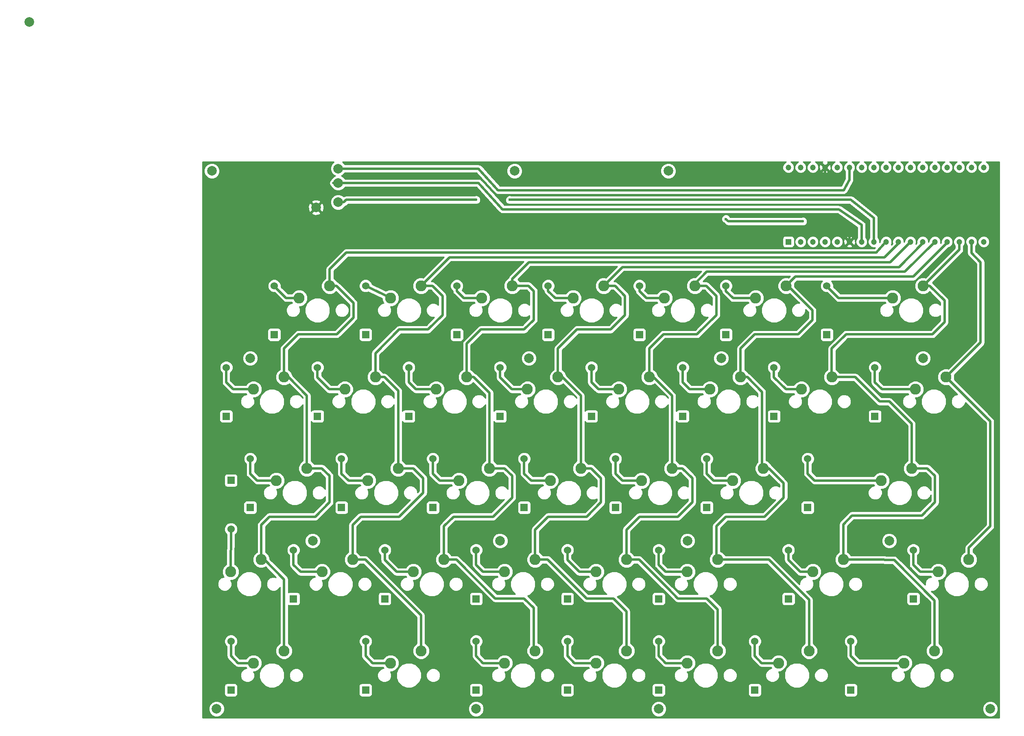
<source format=gbr>
G04 #@! TF.FileFunction,Copper,L2,Bot,Signal*
%FSLAX46Y46*%
G04 Gerber Fmt 4.6, Leading zero omitted, Abs format (unit mm)*
G04 Created by KiCad (PCBNEW 4.0.1-stable) date 2017/01/31 23:07:37*
%MOMM*%
G01*
G04 APERTURE LIST*
%ADD10C,0.100000*%
%ADD11C,2.000000*%
%ADD12C,2.286000*%
%ADD13R,1.524000X1.524000*%
%ADD14C,1.524000*%
%ADD15C,1.200000*%
%ADD16R,1.200000X1.200000*%
%ADD17C,0.600000*%
%ADD18C,0.500000*%
%ADD19C,0.254000*%
G04 APERTURE END LIST*
D10*
D11*
X0Y0D03*
D12*
X186040000Y-54920000D03*
X179690000Y-57460000D03*
D13*
X51000000Y-65080000D03*
D14*
X51000000Y-54920000D03*
D13*
X70000000Y-65080000D03*
D14*
X70000000Y-54920000D03*
D13*
X89000000Y-65080000D03*
D14*
X89000000Y-54920000D03*
D13*
X108000000Y-65080000D03*
D14*
X108000000Y-54920000D03*
D13*
X127000000Y-65080000D03*
D14*
X127000000Y-54920000D03*
D13*
X145000000Y-65080000D03*
D14*
X145000000Y-54920000D03*
D13*
X166000000Y-65080000D03*
D14*
X166000000Y-54920000D03*
D13*
X41000000Y-82080000D03*
D14*
X41000000Y-71920000D03*
D13*
X60000000Y-82080000D03*
D14*
X60000000Y-71920000D03*
D13*
X79000000Y-82080000D03*
D14*
X79000000Y-71920000D03*
D13*
X98000000Y-82080000D03*
D14*
X98000000Y-71920000D03*
D13*
X117000000Y-82080000D03*
D14*
X117000000Y-71920000D03*
D13*
X136000000Y-82080000D03*
D14*
X136000000Y-71920000D03*
D13*
X155000000Y-82080000D03*
D14*
X155000000Y-71920000D03*
D13*
X176000000Y-82080000D03*
D14*
X176000000Y-71920000D03*
D13*
X46000000Y-101080000D03*
D14*
X46000000Y-90920000D03*
D13*
X65000000Y-101080000D03*
D14*
X65000000Y-90920000D03*
D13*
X84000000Y-101080000D03*
D14*
X84000000Y-90920000D03*
D13*
X103000000Y-101080000D03*
D14*
X103000000Y-90920000D03*
D13*
X122000000Y-101080000D03*
D14*
X122000000Y-90920000D03*
D13*
X141000000Y-101080000D03*
D14*
X141000000Y-90920000D03*
D13*
X162000000Y-101080000D03*
D14*
X162000000Y-90920000D03*
D13*
X42000000Y-95420000D03*
D14*
X42000000Y-105580000D03*
D13*
X55000000Y-120080000D03*
D14*
X55000000Y-109920000D03*
D13*
X74000000Y-120080000D03*
D14*
X74000000Y-109920000D03*
D13*
X93000000Y-120080000D03*
D14*
X93000000Y-109920000D03*
D13*
X112000000Y-120080000D03*
D14*
X112000000Y-109920000D03*
D13*
X131000000Y-120080000D03*
D14*
X131000000Y-109920000D03*
D13*
X158000000Y-120080000D03*
D14*
X158000000Y-109920000D03*
D13*
X184000000Y-120080000D03*
D14*
X184000000Y-109920000D03*
D13*
X42000000Y-139080000D03*
D14*
X42000000Y-128920000D03*
D13*
X70000000Y-139080000D03*
D14*
X70000000Y-128920000D03*
D13*
X112000000Y-139080000D03*
D14*
X112000000Y-128920000D03*
D11*
X64300000Y-30500000D03*
X64300000Y-33500000D03*
X59700000Y-38600000D03*
X64300000Y-37500000D03*
D12*
X62540000Y-54920000D03*
X56190000Y-57460000D03*
X81540000Y-54920000D03*
X75190000Y-57460000D03*
X100540000Y-54920000D03*
X94190000Y-57460000D03*
X119540000Y-54920000D03*
X113190000Y-57460000D03*
X138540000Y-54920000D03*
X132190000Y-57460000D03*
X157540000Y-54920000D03*
X151190000Y-57460000D03*
X53040000Y-73920000D03*
X46690000Y-76460000D03*
X72040000Y-73920000D03*
X65690000Y-76460000D03*
X91040000Y-73920000D03*
X84690000Y-76460000D03*
X110040000Y-73920000D03*
X103690000Y-76460000D03*
X129040000Y-73920000D03*
X122690000Y-76460000D03*
X148040000Y-73920000D03*
X141690000Y-76460000D03*
X167040000Y-73920000D03*
X160690000Y-76460000D03*
X190790000Y-73920000D03*
X184440000Y-76460000D03*
X57790000Y-92920000D03*
X51440000Y-95460000D03*
X76790000Y-92920000D03*
X70440000Y-95460000D03*
X95790000Y-92920000D03*
X89440000Y-95460000D03*
X114790000Y-92920000D03*
X108440000Y-95460000D03*
X133790000Y-92920000D03*
X127440000Y-95460000D03*
X152790000Y-92920000D03*
X146440000Y-95460000D03*
X183665000Y-92920000D03*
X177315000Y-95460000D03*
X48290000Y-111920000D03*
X41940000Y-114460000D03*
X67290000Y-111920000D03*
X60940000Y-114460000D03*
X86290000Y-111920000D03*
X79940000Y-114460000D03*
X105290000Y-111920000D03*
X98940000Y-114460000D03*
X124290000Y-111920000D03*
X117940000Y-114460000D03*
X143290000Y-111920000D03*
X136940000Y-114460000D03*
X169415000Y-111920000D03*
X163065000Y-114460000D03*
X195540000Y-111920000D03*
X189190000Y-114460000D03*
X53040000Y-130920000D03*
X46690000Y-133460000D03*
X81540000Y-130920000D03*
X75190000Y-133460000D03*
X124290000Y-130920000D03*
X117940000Y-133460000D03*
D15*
X158000000Y-30254000D03*
X160540000Y-30254000D03*
X163080000Y-30254000D03*
X165620000Y-30254000D03*
X168160000Y-30254000D03*
X170700000Y-30254000D03*
X173240000Y-30254000D03*
X175780000Y-30254000D03*
X178320000Y-30254000D03*
X180860000Y-30254000D03*
X183400000Y-30254000D03*
X185940000Y-30254000D03*
X188480000Y-30254000D03*
X191020000Y-30254000D03*
X193560000Y-30254000D03*
X196100000Y-30254000D03*
X198640000Y-30254000D03*
D16*
X158000000Y-45746000D03*
D15*
X160540000Y-45746000D03*
X163080000Y-45746000D03*
X165620000Y-45746000D03*
X168160000Y-45746000D03*
X170700000Y-45746000D03*
X173240000Y-45746000D03*
X175780000Y-45746000D03*
X178320000Y-45746000D03*
X180860000Y-45746000D03*
X183400000Y-45746000D03*
X185940000Y-45746000D03*
X188480000Y-45746000D03*
X191020000Y-45746000D03*
X193560000Y-45746000D03*
X196100000Y-45746000D03*
X198640000Y-45746000D03*
D13*
X93000000Y-139080000D03*
D14*
X93000000Y-128920000D03*
D13*
X131000000Y-139080000D03*
D14*
X131000000Y-128920000D03*
D13*
X151000000Y-139080000D03*
D14*
X151000000Y-128920000D03*
D13*
X171000000Y-139080000D03*
D14*
X171000000Y-128920000D03*
D12*
X105290000Y-130920000D03*
X98940000Y-133460000D03*
X143290000Y-130920000D03*
X136940000Y-133460000D03*
X162290000Y-130920000D03*
X155940000Y-133460000D03*
X188415000Y-130920000D03*
X182065000Y-133460000D03*
D11*
X39000000Y-143000000D03*
X93000000Y-143000000D03*
X131000000Y-143000000D03*
X200000000Y-143000000D03*
X59000000Y-108000000D03*
X98000000Y-108000000D03*
X137000000Y-108000000D03*
X179000000Y-108000000D03*
X186000000Y-70000000D03*
X46000000Y-70000000D03*
X104000000Y-70000000D03*
X144000000Y-70000000D03*
X133000000Y-31000000D03*
X38000000Y-31000000D03*
X101000000Y-31000000D03*
D17*
X100000000Y-37000000D03*
X93000000Y-37000000D03*
X145000000Y-41000000D03*
X161000000Y-41500000D03*
X137000000Y-41000000D03*
X138000000Y-32000000D03*
D18*
X51000000Y-54920000D02*
X51000000Y-55000000D01*
X53460000Y-57460000D02*
X56190000Y-57460000D01*
X51000000Y-55000000D02*
X53460000Y-57460000D01*
X56150000Y-57420000D02*
X56190000Y-57460000D01*
X70000000Y-54920000D02*
X75150000Y-57420000D01*
X75150000Y-57420000D02*
X75190000Y-57460000D01*
X89000000Y-54920000D02*
X89000000Y-56000000D01*
X90460000Y-57460000D02*
X94190000Y-57460000D01*
X89000000Y-56000000D02*
X90460000Y-57460000D01*
X94150000Y-57420000D02*
X94190000Y-57460000D01*
X108000000Y-54920000D02*
X108000000Y-56000000D01*
X109460000Y-57460000D02*
X113190000Y-57460000D01*
X108000000Y-56000000D02*
X109460000Y-57460000D01*
X113150000Y-57420000D02*
X113190000Y-57460000D01*
X127000000Y-54920000D02*
X127000000Y-56000000D01*
X128460000Y-57460000D02*
X132190000Y-57460000D01*
X127000000Y-56000000D02*
X128460000Y-57460000D01*
X132150000Y-57420000D02*
X132190000Y-57460000D01*
X145000000Y-54920000D02*
X145000000Y-56000000D01*
X146460000Y-57460000D02*
X151190000Y-57460000D01*
X145000000Y-56000000D02*
X146460000Y-57460000D01*
X151150000Y-57420000D02*
X151190000Y-57460000D01*
X166000000Y-54920000D02*
X166000000Y-55000000D01*
X168460000Y-57460000D02*
X179690000Y-57460000D01*
X166000000Y-55000000D02*
X168460000Y-57460000D01*
X179650000Y-57420000D02*
X179690000Y-57460000D01*
X41000000Y-71920000D02*
X41000000Y-75000000D01*
X42460000Y-76460000D02*
X46690000Y-76460000D01*
X41000000Y-75000000D02*
X42460000Y-76460000D01*
X46650000Y-76420000D02*
X46690000Y-76460000D01*
X60000000Y-71920000D02*
X60000000Y-74000000D01*
X62460000Y-76460000D02*
X65690000Y-76460000D01*
X60000000Y-74000000D02*
X62460000Y-76460000D01*
X65650000Y-76420000D02*
X65690000Y-76460000D01*
X79000000Y-71920000D02*
X79000000Y-75000000D01*
X80460000Y-76460000D02*
X84690000Y-76460000D01*
X79000000Y-75000000D02*
X80460000Y-76460000D01*
X84650000Y-76420000D02*
X84690000Y-76460000D01*
X98000000Y-71920000D02*
X98000000Y-74000000D01*
X100460000Y-76460000D02*
X103690000Y-76460000D01*
X98000000Y-74000000D02*
X100460000Y-76460000D01*
X103650000Y-76420000D02*
X103690000Y-76460000D01*
X117000000Y-71920000D02*
X117000000Y-75000000D01*
X118460000Y-76460000D02*
X122690000Y-76460000D01*
X117000000Y-75000000D02*
X118460000Y-76460000D01*
X122650000Y-76420000D02*
X122690000Y-76460000D01*
X136000000Y-71920000D02*
X136000000Y-75000000D01*
X137460000Y-76460000D02*
X141690000Y-76460000D01*
X136000000Y-75000000D02*
X137460000Y-76460000D01*
X141650000Y-76420000D02*
X141690000Y-76460000D01*
X155000000Y-71920000D02*
X155000000Y-74000000D01*
X157460000Y-76460000D02*
X160690000Y-76460000D01*
X155000000Y-74000000D02*
X157460000Y-76460000D01*
X155040000Y-71960000D02*
X155000000Y-71920000D01*
X176000000Y-71920000D02*
X176000000Y-75000000D01*
X177460000Y-76460000D02*
X184440000Y-76460000D01*
X176000000Y-75000000D02*
X177460000Y-76460000D01*
X184400000Y-76420000D02*
X184440000Y-76460000D01*
X46000000Y-90920000D02*
X46000000Y-94000000D01*
X47460000Y-95460000D02*
X51440000Y-95460000D01*
X46000000Y-94000000D02*
X47460000Y-95460000D01*
X51400000Y-95420000D02*
X51440000Y-95460000D01*
X65000000Y-90920000D02*
X65000000Y-94000000D01*
X66460000Y-95460000D02*
X70440000Y-95460000D01*
X65000000Y-94000000D02*
X66460000Y-95460000D01*
X70400000Y-95420000D02*
X70440000Y-95460000D01*
X84000000Y-90920000D02*
X84000000Y-94000000D01*
X85460000Y-95460000D02*
X89440000Y-95460000D01*
X84000000Y-94000000D02*
X85460000Y-95460000D01*
X89400000Y-95420000D02*
X89440000Y-95460000D01*
X103000000Y-90920000D02*
X103000000Y-94000000D01*
X104460000Y-95460000D02*
X108440000Y-95460000D01*
X103000000Y-94000000D02*
X104460000Y-95460000D01*
X108400000Y-95420000D02*
X108440000Y-95460000D01*
X122000000Y-90920000D02*
X122000000Y-94000000D01*
X123460000Y-95460000D02*
X127440000Y-95460000D01*
X122000000Y-94000000D02*
X123460000Y-95460000D01*
X127400000Y-95420000D02*
X127440000Y-95460000D01*
X141000000Y-90920000D02*
X141000000Y-94000000D01*
X142460000Y-95460000D02*
X146440000Y-95460000D01*
X141000000Y-94000000D02*
X142460000Y-95460000D01*
X146400000Y-95420000D02*
X146440000Y-95460000D01*
X162000000Y-90920000D02*
X162000000Y-94000000D01*
X163460000Y-95460000D02*
X177315000Y-95460000D01*
X162000000Y-94000000D02*
X163460000Y-95460000D01*
X162040000Y-90960000D02*
X162000000Y-90920000D01*
X42000000Y-105580000D02*
X41900000Y-114420000D01*
X41900000Y-114420000D02*
X41940000Y-114460000D01*
X55000000Y-109920000D02*
X55000000Y-113000000D01*
X56460000Y-114460000D02*
X60940000Y-114460000D01*
X55000000Y-113000000D02*
X56460000Y-114460000D01*
X55040000Y-109960000D02*
X55000000Y-109920000D01*
X74000000Y-109920000D02*
X74000000Y-112000000D01*
X76460000Y-114460000D02*
X79940000Y-114460000D01*
X74000000Y-112000000D02*
X76460000Y-114460000D01*
X74040000Y-109960000D02*
X74000000Y-109920000D01*
X93000000Y-109920000D02*
X93000000Y-113000000D01*
X94460000Y-114460000D02*
X98940000Y-114460000D01*
X93000000Y-113000000D02*
X94460000Y-114460000D01*
X93040000Y-109960000D02*
X93000000Y-109920000D01*
X112000000Y-109920000D02*
X112000000Y-112000000D01*
X114460000Y-114460000D02*
X117940000Y-114460000D01*
X112000000Y-112000000D02*
X114460000Y-114460000D01*
X117900000Y-114420000D02*
X117940000Y-114460000D01*
X131000000Y-109920000D02*
X131000000Y-113000000D01*
X132460000Y-114460000D02*
X136940000Y-114460000D01*
X131000000Y-113000000D02*
X132460000Y-114460000D01*
X136900000Y-114420000D02*
X136940000Y-114460000D01*
X158000000Y-109920000D02*
X158000000Y-112000000D01*
X160460000Y-114460000D02*
X163065000Y-114460000D01*
X158000000Y-112000000D02*
X160460000Y-114460000D01*
X158040000Y-109960000D02*
X158000000Y-109920000D01*
X184000000Y-109920000D02*
X184000000Y-113000000D01*
X185460000Y-114460000D02*
X189190000Y-114460000D01*
X184000000Y-113000000D02*
X185460000Y-114460000D01*
X184040000Y-109960000D02*
X184000000Y-109920000D01*
X42000000Y-128920000D02*
X42000000Y-132000000D01*
X43460000Y-133460000D02*
X46690000Y-133460000D01*
X42000000Y-132000000D02*
X43460000Y-133460000D01*
X46650000Y-133420000D02*
X46690000Y-133460000D01*
X70000000Y-128920000D02*
X70000000Y-132000000D01*
X71460000Y-133460000D02*
X75190000Y-133460000D01*
X70000000Y-132000000D02*
X71460000Y-133460000D01*
X75150000Y-133420000D02*
X75190000Y-133460000D01*
X112000000Y-128920000D02*
X112000000Y-132000000D01*
X113460000Y-133460000D02*
X117940000Y-133460000D01*
X112000000Y-132000000D02*
X113460000Y-133460000D01*
X112040000Y-128960000D02*
X112000000Y-128920000D01*
X170700000Y-30254000D02*
X170700000Y-32800000D01*
X93500000Y-30500000D02*
X63800000Y-30500000D01*
X97583333Y-35000000D02*
X93500000Y-30500000D01*
X169500000Y-35000000D02*
X97583333Y-35000000D01*
X170700000Y-32800000D02*
X169500000Y-35000000D01*
X63300000Y-33500000D02*
X93500000Y-33500000D01*
X173240000Y-42240000D02*
X173240000Y-45746000D01*
X168500000Y-39000000D02*
X173240000Y-42240000D01*
X98500000Y-39000000D02*
X168500000Y-39000000D01*
X93500000Y-33500000D02*
X98500000Y-39000000D01*
X93000000Y-37000000D02*
X66000000Y-37000000D01*
X65500000Y-37500000D02*
X64300000Y-37500000D01*
X66000000Y-37000000D02*
X65500000Y-37500000D01*
X175780000Y-40780000D02*
X175780000Y-45746000D01*
X100000000Y-37000000D02*
X112500000Y-37000000D01*
X112500000Y-37000000D02*
X171000000Y-37000000D01*
X171000000Y-37000000D02*
X175780000Y-40780000D01*
X62540000Y-54920000D02*
X62540000Y-51460000D01*
X66000000Y-48000000D02*
X138000000Y-48000000D01*
X62540000Y-51460000D02*
X66000000Y-48000000D01*
X178320000Y-45746000D02*
X178320000Y-45680000D01*
X176300002Y-48000000D02*
X138000000Y-48000000D01*
X178320000Y-45680000D02*
X176300002Y-48000000D01*
X53040000Y-73920000D02*
X53040000Y-67960000D01*
X63920000Y-54920000D02*
X62540000Y-54920000D01*
X67500000Y-58500000D02*
X63920000Y-54920000D01*
X67500000Y-61500000D02*
X67500000Y-58500000D01*
X64000000Y-65000000D02*
X67500000Y-61500000D01*
X56000000Y-65000000D02*
X64000000Y-65000000D01*
X53040000Y-67960000D02*
X56000000Y-65000000D01*
X57790000Y-92920000D02*
X57790000Y-77790000D01*
X57790000Y-77790000D02*
X53920000Y-73920000D01*
X53920000Y-73920000D02*
X53040000Y-73920000D01*
X48290000Y-111920000D02*
X48290000Y-104710000D01*
X60920000Y-92920000D02*
X57790000Y-92920000D01*
X62500000Y-94500000D02*
X60920000Y-92920000D01*
X62500000Y-100000000D02*
X62500000Y-94500000D01*
X59500000Y-103000000D02*
X62500000Y-100000000D01*
X50000000Y-103000000D02*
X59500000Y-103000000D01*
X48290000Y-104710000D02*
X50000000Y-103000000D01*
X48290000Y-111920000D02*
X48920000Y-111920000D01*
X48920000Y-111920000D02*
X53040000Y-116040000D01*
X53040000Y-116040000D02*
X53040000Y-130920000D01*
X81540000Y-54920000D02*
X83920000Y-54920000D01*
X72040000Y-68960000D02*
X72040000Y-73920000D01*
X77000000Y-64000000D02*
X72040000Y-68960000D01*
X83000000Y-64000000D02*
X77000000Y-64000000D01*
X86000000Y-61000000D02*
X83000000Y-64000000D01*
X86000000Y-57000000D02*
X86000000Y-61000000D01*
X83920000Y-54920000D02*
X86000000Y-57000000D01*
X76790000Y-92920000D02*
X79920000Y-92920000D01*
X79920000Y-92920000D02*
X82000000Y-95000000D01*
X67290000Y-104710000D02*
X67290000Y-111920000D01*
X69000000Y-103000000D02*
X67290000Y-104710000D01*
X77000000Y-103000000D02*
X69000000Y-103000000D01*
X82000000Y-98000000D02*
X77000000Y-103000000D01*
X82000000Y-95000000D02*
X82000000Y-98000000D01*
X67290000Y-111920000D02*
X69920000Y-111920000D01*
X81540000Y-123540000D02*
X81540000Y-130920000D01*
X69920000Y-111920000D02*
X81540000Y-123540000D01*
X180860000Y-45746000D02*
X180860000Y-46140000D01*
X180860000Y-46140000D02*
X178000000Y-49000000D01*
X87460000Y-49000000D02*
X81540000Y-54920000D01*
X178000000Y-49000000D02*
X87460000Y-49000000D01*
X80960000Y-131500000D02*
X81540000Y-130920000D01*
X72040000Y-73920000D02*
X73920000Y-73920000D01*
X73920000Y-73920000D02*
X76790000Y-76790000D01*
X76790000Y-76790000D02*
X76790000Y-92920000D01*
X105000000Y-128000000D02*
X105000000Y-122000000D01*
X103000000Y-120000000D02*
X97000000Y-120000000D01*
X105000000Y-122000000D02*
X103000000Y-120000000D01*
X100540000Y-54920000D02*
X103920000Y-54920000D01*
X91040000Y-66960000D02*
X91040000Y-73920000D01*
X94000000Y-64000000D02*
X91040000Y-66960000D01*
X103000000Y-64000000D02*
X94000000Y-64000000D01*
X105000000Y-62000000D02*
X103000000Y-64000000D01*
X105000000Y-56000000D02*
X105000000Y-62000000D01*
X103920000Y-54920000D02*
X105000000Y-56000000D01*
X86290000Y-111920000D02*
X88920000Y-111920000D01*
X88920000Y-111920000D02*
X97000000Y-120000000D01*
X105000000Y-128000000D02*
X105000000Y-130630000D01*
X105000000Y-130630000D02*
X105290000Y-130920000D01*
X100540000Y-54920000D02*
X100540000Y-53460000D01*
X179146000Y-50000000D02*
X183400000Y-45746000D01*
X104000000Y-50000000D02*
X179146000Y-50000000D01*
X100540000Y-53460000D02*
X104000000Y-50000000D01*
X100540000Y-54920000D02*
X100540000Y-54460000D01*
X91040000Y-73920000D02*
X91040000Y-72960000D01*
X95790000Y-92920000D02*
X95790000Y-77210000D01*
X95790000Y-77210000D02*
X92500000Y-73920000D01*
X92500000Y-73920000D02*
X91040000Y-73920000D01*
X86290000Y-111920000D02*
X86290000Y-105000000D01*
X98920000Y-92920000D02*
X95790000Y-92920000D01*
X100500000Y-94500000D02*
X98920000Y-92920000D01*
X100500000Y-99000000D02*
X100500000Y-94500000D01*
X96500000Y-103000000D02*
X100500000Y-99000000D01*
X88290000Y-103000000D02*
X96500000Y-103000000D01*
X86290000Y-105000000D02*
X88290000Y-103000000D01*
X124290000Y-129000000D02*
X124290000Y-122710000D01*
X121580000Y-120000000D02*
X116000000Y-120000000D01*
X124290000Y-122710000D02*
X121580000Y-120000000D01*
X119540000Y-54920000D02*
X121920000Y-54920000D01*
X110040000Y-67960000D02*
X110040000Y-73920000D01*
X114000000Y-64000000D02*
X110040000Y-67960000D01*
X121000000Y-64000000D02*
X114000000Y-64000000D01*
X124000000Y-61000000D02*
X121000000Y-64000000D01*
X124000000Y-57000000D02*
X124000000Y-61000000D01*
X121920000Y-54920000D02*
X124000000Y-57000000D01*
X114790000Y-92920000D02*
X116920000Y-92920000D01*
X116920000Y-92920000D02*
X119000000Y-95000000D01*
X105290000Y-105710000D02*
X105290000Y-111920000D01*
X108000000Y-103000000D02*
X105290000Y-105710000D01*
X116000000Y-103000000D02*
X108000000Y-103000000D01*
X119000000Y-100000000D02*
X116000000Y-103000000D01*
X119000000Y-95000000D02*
X119000000Y-100000000D01*
X105290000Y-111920000D02*
X107920000Y-111920000D01*
X107920000Y-111920000D02*
X116000000Y-120000000D01*
X124290000Y-129000000D02*
X124290000Y-130920000D01*
X185940000Y-45746000D02*
X185940000Y-46060000D01*
X185940000Y-46060000D02*
X181000000Y-51000000D01*
X123460000Y-51000000D02*
X119540000Y-54920000D01*
X181000000Y-51000000D02*
X123460000Y-51000000D01*
X119540000Y-54920000D02*
X119540000Y-54460000D01*
X105290000Y-111920000D02*
X105420000Y-111920000D01*
X123870000Y-130500000D02*
X124290000Y-130920000D01*
X110040000Y-73920000D02*
X110920000Y-73920000D01*
X110920000Y-73920000D02*
X114790000Y-77790000D01*
X114790000Y-77790000D02*
X114790000Y-92920000D01*
X143290000Y-129000000D02*
X143290000Y-122290000D01*
X135000000Y-120000000D02*
X133000000Y-118000000D01*
X141000000Y-120000000D02*
X135000000Y-120000000D01*
X143290000Y-122290000D02*
X141000000Y-120000000D01*
X138540000Y-54920000D02*
X140920000Y-54920000D01*
X129040000Y-67960000D02*
X129040000Y-73920000D01*
X132000000Y-65000000D02*
X129040000Y-67960000D01*
X139000000Y-65000000D02*
X132000000Y-65000000D01*
X143000000Y-61000000D02*
X139000000Y-65000000D01*
X143000000Y-57000000D02*
X143000000Y-61000000D01*
X140920000Y-54920000D02*
X143000000Y-57000000D01*
X138000000Y-100000000D02*
X138000000Y-100000000D01*
X124290000Y-105710000D02*
X124290000Y-111920000D01*
X127000000Y-103000000D02*
X124290000Y-105710000D01*
X135000000Y-103000000D02*
X127000000Y-103000000D01*
X138000000Y-100000000D02*
X135000000Y-103000000D01*
X124290000Y-111920000D02*
X126920000Y-111920000D01*
X126920000Y-111920000D02*
X133000000Y-118000000D01*
X143290000Y-129000000D02*
X143290000Y-130920000D01*
X138540000Y-54920000D02*
X138540000Y-54460000D01*
X138540000Y-54460000D02*
X141000000Y-52000000D01*
X182226000Y-52000000D02*
X188480000Y-45746000D01*
X141000000Y-52000000D02*
X182226000Y-52000000D01*
X124290000Y-111920000D02*
X124290000Y-112290000D01*
X133790000Y-92920000D02*
X135920000Y-92920000D01*
X135920000Y-92920000D02*
X138000000Y-95000000D01*
X138000000Y-95000000D02*
X138000000Y-100000000D01*
X129040000Y-73920000D02*
X129920000Y-73920000D01*
X129920000Y-73920000D02*
X133790000Y-77790000D01*
X133790000Y-77790000D02*
X133790000Y-92920000D01*
X157540000Y-54920000D02*
X157920000Y-54920000D01*
X157920000Y-54920000D02*
X163000000Y-60000000D01*
X148040000Y-67960000D02*
X148040000Y-73920000D01*
X151000000Y-65000000D02*
X148040000Y-67960000D01*
X160000000Y-65000000D02*
X151000000Y-65000000D01*
X163000000Y-62000000D02*
X160000000Y-65000000D01*
X163000000Y-60000000D02*
X163000000Y-62000000D01*
X152790000Y-92920000D02*
X153920000Y-92920000D01*
X153920000Y-92920000D02*
X157000000Y-96000000D01*
X143000000Y-105000000D02*
X143000000Y-111630000D01*
X145000000Y-103000000D02*
X143000000Y-105000000D01*
X153000000Y-103000000D02*
X145000000Y-103000000D01*
X157000000Y-99000000D02*
X153000000Y-103000000D01*
X157000000Y-96000000D02*
X157000000Y-99000000D01*
X143000000Y-111630000D02*
X143290000Y-111920000D01*
X143000000Y-111630000D02*
X143290000Y-111920000D01*
X143290000Y-111920000D02*
X153920000Y-111920000D01*
X162290000Y-120290000D02*
X162290000Y-130920000D01*
X153920000Y-111920000D02*
X162290000Y-120290000D01*
X191020000Y-45746000D02*
X191020000Y-45980000D01*
X191020000Y-45980000D02*
X184000000Y-53000000D01*
X184000000Y-53000000D02*
X159460000Y-53000000D01*
X159460000Y-53000000D02*
X157540000Y-54920000D01*
X143290000Y-111920000D02*
X143420000Y-111920000D01*
X148040000Y-73920000D02*
X149420000Y-73920000D01*
X152500000Y-77000000D02*
X152500000Y-92630000D01*
X149420000Y-73920000D02*
X152500000Y-77000000D01*
X152500000Y-92630000D02*
X152790000Y-92920000D01*
X157540000Y-54920000D02*
X158420000Y-54920000D01*
X175960000Y-65000000D02*
X172000000Y-65000000D01*
X167000000Y-68000000D02*
X167000000Y-73880000D01*
X170000000Y-65000000D02*
X167000000Y-68000000D01*
X172000000Y-65000000D02*
X170000000Y-65000000D01*
X167000000Y-73880000D02*
X167040000Y-73920000D01*
X167040000Y-73920000D02*
X171920000Y-73920000D01*
X183665000Y-83665000D02*
X183665000Y-92920000D01*
X179000000Y-79000000D02*
X183665000Y-83665000D01*
X177000000Y-79000000D02*
X179000000Y-79000000D01*
X171920000Y-73920000D02*
X177000000Y-79000000D01*
X185750000Y-102750000D02*
X171250000Y-102750000D01*
X186920000Y-92920000D02*
X188500000Y-94500000D01*
X188500000Y-94500000D02*
X188500000Y-100000000D01*
X188500000Y-100000000D02*
X185750000Y-102750000D01*
X183665000Y-92920000D02*
X186920000Y-92920000D01*
X171250000Y-102750000D02*
X169415000Y-104585000D01*
X169415000Y-104585000D02*
X169415000Y-111920000D01*
X169415000Y-111920000D02*
X177920000Y-111920000D01*
X177920000Y-111920000D02*
X178000000Y-112000000D01*
X178000000Y-112000000D02*
X180000000Y-112000000D01*
X180000000Y-112000000D02*
X188415000Y-120415000D01*
X188415000Y-120415000D02*
X188415000Y-130920000D01*
X193560000Y-45746000D02*
X193560000Y-47400000D01*
X193560000Y-47400000D02*
X186040000Y-54920000D01*
X186040000Y-54920000D02*
X187420000Y-54920000D01*
X188000000Y-65000000D02*
X175960000Y-65000000D01*
X190500000Y-62500000D02*
X188000000Y-65000000D01*
X190500000Y-58000000D02*
X190500000Y-62500000D01*
X187420000Y-54920000D02*
X190500000Y-58000000D01*
X195540000Y-111920000D02*
X195540000Y-109460000D01*
X200000000Y-83130000D02*
X190790000Y-73920000D01*
X200000000Y-105000000D02*
X200000000Y-83130000D01*
X195540000Y-109460000D02*
X200000000Y-105000000D01*
X196100000Y-45746000D02*
X196100000Y-48100000D01*
X196100000Y-48100000D02*
X198000000Y-50000000D01*
X198000000Y-50000000D02*
X198000000Y-66710000D01*
X198000000Y-66710000D02*
X190790000Y-73920000D01*
X190790000Y-73920000D02*
X191420000Y-73920000D01*
X150000000Y-41500000D02*
X145500000Y-41500000D01*
X145500000Y-41500000D02*
X145000000Y-41000000D01*
X150000000Y-41500000D02*
X161000000Y-41500000D01*
X93000000Y-128920000D02*
X93000000Y-132000000D01*
X94460000Y-133460000D02*
X98940000Y-133460000D01*
X93000000Y-132000000D02*
X94460000Y-133460000D01*
X98900000Y-133420000D02*
X98940000Y-133460000D01*
X131000000Y-128920000D02*
X131000000Y-132000000D01*
X132460000Y-133460000D02*
X136940000Y-133460000D01*
X131000000Y-132000000D02*
X132460000Y-133460000D01*
X131040000Y-128960000D02*
X131000000Y-128920000D01*
X151000000Y-128920000D02*
X151000000Y-132000000D01*
X152460000Y-133460000D02*
X155940000Y-133460000D01*
X151000000Y-132000000D02*
X152460000Y-133460000D01*
X151040000Y-128960000D02*
X151000000Y-128920000D01*
X171000000Y-128920000D02*
X171000000Y-132000000D01*
X172460000Y-133460000D02*
X182065000Y-133460000D01*
X171000000Y-132000000D02*
X172460000Y-133460000D01*
X171040000Y-128960000D02*
X171000000Y-128920000D01*
X165620000Y-30254000D02*
X165620000Y-31380000D01*
X137000000Y-41000000D02*
X139000000Y-43000000D01*
X165000000Y-32000000D02*
X138000000Y-32000000D01*
X165620000Y-31380000D02*
X165000000Y-32000000D01*
X170700000Y-45746000D02*
X170700000Y-44700000D01*
X64100000Y-43000000D02*
X59700000Y-38600000D01*
X169000000Y-43000000D02*
X139000000Y-43000000D01*
X139000000Y-43000000D02*
X64100000Y-43000000D01*
X170700000Y-44700000D02*
X169000000Y-43000000D01*
D19*
G36*
X62914722Y-29572637D02*
X62665284Y-30173352D01*
X62664716Y-30823795D01*
X62913106Y-31424943D01*
X63372637Y-31885278D01*
X63648856Y-31999974D01*
X63375057Y-32113106D01*
X62914722Y-32572637D01*
X62833767Y-32767598D01*
X62674210Y-32874210D01*
X62482367Y-33161325D01*
X62415000Y-33500000D01*
X62482367Y-33838675D01*
X62674210Y-34125790D01*
X62833466Y-34232201D01*
X62913106Y-34424943D01*
X63372637Y-34885278D01*
X63973352Y-35134716D01*
X64623795Y-35135284D01*
X65224943Y-34886894D01*
X65685278Y-34427363D01*
X65702869Y-34385000D01*
X93108503Y-34385000D01*
X97845153Y-39595315D01*
X97862335Y-39608018D01*
X97874210Y-39625790D01*
X98000610Y-39710247D01*
X98122818Y-39800598D01*
X98143554Y-39805759D01*
X98161325Y-39817633D01*
X98310401Y-39847286D01*
X98457905Y-39883999D01*
X98479042Y-39880831D01*
X98500000Y-39885000D01*
X168226432Y-39885000D01*
X172355000Y-42707059D01*
X172355000Y-44884426D01*
X172193629Y-45045515D01*
X172005215Y-45499266D01*
X172004786Y-45990579D01*
X172192408Y-46444657D01*
X172539515Y-46792371D01*
X172993266Y-46980785D01*
X173484579Y-46981214D01*
X173938657Y-46793592D01*
X174286371Y-46446485D01*
X174474785Y-45992734D01*
X174475214Y-45501421D01*
X174287592Y-45047343D01*
X174125000Y-44884467D01*
X174125000Y-42240000D01*
X174108898Y-42159050D01*
X174109769Y-42076510D01*
X174075538Y-41991341D01*
X174057633Y-41901325D01*
X174011777Y-41832696D01*
X173980996Y-41756110D01*
X173916785Y-41690529D01*
X173865790Y-41614210D01*
X173797159Y-41568353D01*
X173739414Y-41509376D01*
X168999414Y-38269376D01*
X168914991Y-38233359D01*
X168838675Y-38182367D01*
X168757719Y-38166264D01*
X168681800Y-38133875D01*
X168590023Y-38132907D01*
X168500000Y-38115000D01*
X98891498Y-38115000D01*
X94154847Y-32904685D01*
X94137665Y-32891982D01*
X94125790Y-32874210D01*
X93999398Y-32789758D01*
X93877182Y-32699401D01*
X93856443Y-32694239D01*
X93838675Y-32682367D01*
X93689608Y-32652715D01*
X93542095Y-32616001D01*
X93520958Y-32619169D01*
X93500000Y-32615000D01*
X65703398Y-32615000D01*
X65686894Y-32575057D01*
X65227363Y-32114722D01*
X64951144Y-32000026D01*
X65224943Y-31886894D01*
X65685278Y-31427363D01*
X65702869Y-31385000D01*
X93108014Y-31385000D01*
X96927937Y-35594711D01*
X96945440Y-35607676D01*
X96957543Y-35625790D01*
X97083607Y-35710023D01*
X97205413Y-35800250D01*
X97226545Y-35805530D01*
X97244658Y-35817633D01*
X97393336Y-35847207D01*
X97540422Y-35883960D01*
X97561971Y-35880751D01*
X97583333Y-35885000D01*
X169500000Y-35885000D01*
X169623894Y-35860356D01*
X169749717Y-35849039D01*
X169791937Y-35826930D01*
X169838675Y-35817633D01*
X169943711Y-35747451D01*
X170055621Y-35688847D01*
X170086163Y-35652267D01*
X170125790Y-35625790D01*
X170195974Y-35520751D01*
X170276938Y-35423784D01*
X171476938Y-33223784D01*
X171491158Y-33178298D01*
X171517633Y-33138675D01*
X171542278Y-33014779D01*
X171579972Y-32894204D01*
X171575703Y-32846739D01*
X171585000Y-32800000D01*
X171585000Y-31115574D01*
X171746371Y-30954485D01*
X171934785Y-30500734D01*
X171935214Y-30009421D01*
X171747592Y-29555343D01*
X171400485Y-29207629D01*
X171206309Y-29127000D01*
X172733524Y-29127000D01*
X172541343Y-29206408D01*
X172193629Y-29553515D01*
X172005215Y-30007266D01*
X172004786Y-30498579D01*
X172192408Y-30952657D01*
X172539515Y-31300371D01*
X172993266Y-31488785D01*
X173484579Y-31489214D01*
X173938657Y-31301592D01*
X174286371Y-30954485D01*
X174474785Y-30500734D01*
X174475214Y-30009421D01*
X174287592Y-29555343D01*
X173940485Y-29207629D01*
X173746309Y-29127000D01*
X175273524Y-29127000D01*
X175081343Y-29206408D01*
X174733629Y-29553515D01*
X174545215Y-30007266D01*
X174544786Y-30498579D01*
X174732408Y-30952657D01*
X175079515Y-31300371D01*
X175533266Y-31488785D01*
X176024579Y-31489214D01*
X176478657Y-31301592D01*
X176826371Y-30954485D01*
X177014785Y-30500734D01*
X177015214Y-30009421D01*
X176827592Y-29555343D01*
X176480485Y-29207629D01*
X176286309Y-29127000D01*
X177813524Y-29127000D01*
X177621343Y-29206408D01*
X177273629Y-29553515D01*
X177085215Y-30007266D01*
X177084786Y-30498579D01*
X177272408Y-30952657D01*
X177619515Y-31300371D01*
X178073266Y-31488785D01*
X178564579Y-31489214D01*
X179018657Y-31301592D01*
X179366371Y-30954485D01*
X179554785Y-30500734D01*
X179555214Y-30009421D01*
X179367592Y-29555343D01*
X179020485Y-29207629D01*
X178826309Y-29127000D01*
X180353524Y-29127000D01*
X180161343Y-29206408D01*
X179813629Y-29553515D01*
X179625215Y-30007266D01*
X179624786Y-30498579D01*
X179812408Y-30952657D01*
X180159515Y-31300371D01*
X180613266Y-31488785D01*
X181104579Y-31489214D01*
X181558657Y-31301592D01*
X181906371Y-30954485D01*
X182094785Y-30500734D01*
X182095214Y-30009421D01*
X181907592Y-29555343D01*
X181560485Y-29207629D01*
X181366309Y-29127000D01*
X182893524Y-29127000D01*
X182701343Y-29206408D01*
X182353629Y-29553515D01*
X182165215Y-30007266D01*
X182164786Y-30498579D01*
X182352408Y-30952657D01*
X182699515Y-31300371D01*
X183153266Y-31488785D01*
X183644579Y-31489214D01*
X184098657Y-31301592D01*
X184446371Y-30954485D01*
X184634785Y-30500734D01*
X184635214Y-30009421D01*
X184447592Y-29555343D01*
X184100485Y-29207629D01*
X183906309Y-29127000D01*
X185433524Y-29127000D01*
X185241343Y-29206408D01*
X184893629Y-29553515D01*
X184705215Y-30007266D01*
X184704786Y-30498579D01*
X184892408Y-30952657D01*
X185239515Y-31300371D01*
X185693266Y-31488785D01*
X186184579Y-31489214D01*
X186638657Y-31301592D01*
X186986371Y-30954485D01*
X187174785Y-30500734D01*
X187175214Y-30009421D01*
X186987592Y-29555343D01*
X186640485Y-29207629D01*
X186446309Y-29127000D01*
X187973524Y-29127000D01*
X187781343Y-29206408D01*
X187433629Y-29553515D01*
X187245215Y-30007266D01*
X187244786Y-30498579D01*
X187432408Y-30952657D01*
X187779515Y-31300371D01*
X188233266Y-31488785D01*
X188724579Y-31489214D01*
X189178657Y-31301592D01*
X189526371Y-30954485D01*
X189714785Y-30500734D01*
X189715214Y-30009421D01*
X189527592Y-29555343D01*
X189180485Y-29207629D01*
X188986309Y-29127000D01*
X190513524Y-29127000D01*
X190321343Y-29206408D01*
X189973629Y-29553515D01*
X189785215Y-30007266D01*
X189784786Y-30498579D01*
X189972408Y-30952657D01*
X190319515Y-31300371D01*
X190773266Y-31488785D01*
X191264579Y-31489214D01*
X191718657Y-31301592D01*
X192066371Y-30954485D01*
X192254785Y-30500734D01*
X192255214Y-30009421D01*
X192067592Y-29555343D01*
X191720485Y-29207629D01*
X191526309Y-29127000D01*
X193053524Y-29127000D01*
X192861343Y-29206408D01*
X192513629Y-29553515D01*
X192325215Y-30007266D01*
X192324786Y-30498579D01*
X192512408Y-30952657D01*
X192859515Y-31300371D01*
X193313266Y-31488785D01*
X193804579Y-31489214D01*
X194258657Y-31301592D01*
X194606371Y-30954485D01*
X194794785Y-30500734D01*
X194795214Y-30009421D01*
X194607592Y-29555343D01*
X194260485Y-29207629D01*
X194066309Y-29127000D01*
X195593524Y-29127000D01*
X195401343Y-29206408D01*
X195053629Y-29553515D01*
X194865215Y-30007266D01*
X194864786Y-30498579D01*
X195052408Y-30952657D01*
X195399515Y-31300371D01*
X195853266Y-31488785D01*
X196344579Y-31489214D01*
X196798657Y-31301592D01*
X197146371Y-30954485D01*
X197334785Y-30500734D01*
X197335214Y-30009421D01*
X197147592Y-29555343D01*
X196800485Y-29207629D01*
X196606309Y-29127000D01*
X198133524Y-29127000D01*
X197941343Y-29206408D01*
X197593629Y-29553515D01*
X197405215Y-30007266D01*
X197404786Y-30498579D01*
X197592408Y-30952657D01*
X197939515Y-31300371D01*
X198393266Y-31488785D01*
X198884579Y-31489214D01*
X199338657Y-31301592D01*
X199686371Y-30954485D01*
X199874785Y-30500734D01*
X199875214Y-30009421D01*
X199687592Y-29555343D01*
X199340485Y-29207629D01*
X199146309Y-29127000D01*
X201873000Y-29127000D01*
X201873000Y-144873000D01*
X36127000Y-144873000D01*
X36127000Y-143323795D01*
X37364716Y-143323795D01*
X37613106Y-143924943D01*
X38072637Y-144385278D01*
X38673352Y-144634716D01*
X39323795Y-144635284D01*
X39924943Y-144386894D01*
X40385278Y-143927363D01*
X40634716Y-143326648D01*
X40634718Y-143323795D01*
X91364716Y-143323795D01*
X91613106Y-143924943D01*
X92072637Y-144385278D01*
X92673352Y-144634716D01*
X93323795Y-144635284D01*
X93924943Y-144386894D01*
X94385278Y-143927363D01*
X94634716Y-143326648D01*
X94634718Y-143323795D01*
X129364716Y-143323795D01*
X129613106Y-143924943D01*
X130072637Y-144385278D01*
X130673352Y-144634716D01*
X131323795Y-144635284D01*
X131924943Y-144386894D01*
X132385278Y-143927363D01*
X132634716Y-143326648D01*
X132634718Y-143323795D01*
X198364716Y-143323795D01*
X198613106Y-143924943D01*
X199072637Y-144385278D01*
X199673352Y-144634716D01*
X200323795Y-144635284D01*
X200924943Y-144386894D01*
X201385278Y-143927363D01*
X201634716Y-143326648D01*
X201635284Y-142676205D01*
X201386894Y-142075057D01*
X200927363Y-141614722D01*
X200326648Y-141365284D01*
X199676205Y-141364716D01*
X199075057Y-141613106D01*
X198614722Y-142072637D01*
X198365284Y-142673352D01*
X198364716Y-143323795D01*
X132634718Y-143323795D01*
X132635284Y-142676205D01*
X132386894Y-142075057D01*
X131927363Y-141614722D01*
X131326648Y-141365284D01*
X130676205Y-141364716D01*
X130075057Y-141613106D01*
X129614722Y-142072637D01*
X129365284Y-142673352D01*
X129364716Y-143323795D01*
X94634718Y-143323795D01*
X94635284Y-142676205D01*
X94386894Y-142075057D01*
X93927363Y-141614722D01*
X93326648Y-141365284D01*
X92676205Y-141364716D01*
X92075057Y-141613106D01*
X91614722Y-142072637D01*
X91365284Y-142673352D01*
X91364716Y-143323795D01*
X40634718Y-143323795D01*
X40635284Y-142676205D01*
X40386894Y-142075057D01*
X39927363Y-141614722D01*
X39326648Y-141365284D01*
X38676205Y-141364716D01*
X38075057Y-141613106D01*
X37614722Y-142072637D01*
X37365284Y-142673352D01*
X37364716Y-143323795D01*
X36127000Y-143323795D01*
X36127000Y-138318000D01*
X40590560Y-138318000D01*
X40590560Y-139842000D01*
X40634838Y-140077317D01*
X40773910Y-140293441D01*
X40986110Y-140438431D01*
X41238000Y-140489440D01*
X42762000Y-140489440D01*
X42997317Y-140445162D01*
X43213441Y-140306090D01*
X43358431Y-140093890D01*
X43409440Y-139842000D01*
X43409440Y-138318000D01*
X43365162Y-138082683D01*
X43226090Y-137866559D01*
X43013890Y-137721569D01*
X42762000Y-137670560D01*
X41238000Y-137670560D01*
X41002683Y-137714838D01*
X40786559Y-137853910D01*
X40641569Y-138066110D01*
X40590560Y-138318000D01*
X36127000Y-138318000D01*
X36127000Y-129196661D01*
X40602758Y-129196661D01*
X40814990Y-129710303D01*
X41115000Y-130010837D01*
X41115000Y-131999995D01*
X41114999Y-132000000D01*
X41140021Y-132125790D01*
X41182367Y-132338675D01*
X41358559Y-132602367D01*
X41374210Y-132625790D01*
X42834208Y-134085787D01*
X42834210Y-134085790D01*
X43121325Y-134277633D01*
X43177516Y-134288810D01*
X43460000Y-134345001D01*
X43460005Y-134345000D01*
X45131876Y-134345000D01*
X45181806Y-134465840D01*
X45229815Y-134513933D01*
X45125733Y-134513842D01*
X44579405Y-134739580D01*
X44161049Y-135157206D01*
X43934358Y-135703139D01*
X43933842Y-136294267D01*
X44159580Y-136840595D01*
X44577206Y-137258951D01*
X45123139Y-137485642D01*
X45714267Y-137486158D01*
X46260595Y-137260420D01*
X46678951Y-136842794D01*
X46812726Y-136520626D01*
X47870645Y-136520626D01*
X48270028Y-137487207D01*
X49008904Y-138227373D01*
X49974785Y-138628442D01*
X51020626Y-138629355D01*
X51774162Y-138318000D01*
X68590560Y-138318000D01*
X68590560Y-139842000D01*
X68634838Y-140077317D01*
X68773910Y-140293441D01*
X68986110Y-140438431D01*
X69238000Y-140489440D01*
X70762000Y-140489440D01*
X70997317Y-140445162D01*
X71213441Y-140306090D01*
X71358431Y-140093890D01*
X71409440Y-139842000D01*
X71409440Y-138318000D01*
X71365162Y-138082683D01*
X71226090Y-137866559D01*
X71013890Y-137721569D01*
X70762000Y-137670560D01*
X69238000Y-137670560D01*
X69002683Y-137714838D01*
X68786559Y-137853910D01*
X68641569Y-138066110D01*
X68590560Y-138318000D01*
X51774162Y-138318000D01*
X51987207Y-138229972D01*
X52727373Y-137491096D01*
X53128442Y-136525215D01*
X53128643Y-136294267D01*
X54093842Y-136294267D01*
X54319580Y-136840595D01*
X54737206Y-137258951D01*
X55283139Y-137485642D01*
X55874267Y-137486158D01*
X56420595Y-137260420D01*
X56838951Y-136842794D01*
X57065642Y-136296861D01*
X57066158Y-135705733D01*
X56840420Y-135159405D01*
X56422794Y-134741049D01*
X55876861Y-134514358D01*
X55285733Y-134513842D01*
X54739405Y-134739580D01*
X54321049Y-135157206D01*
X54094358Y-135703139D01*
X54093842Y-136294267D01*
X53128643Y-136294267D01*
X53129355Y-135479374D01*
X52729972Y-134512793D01*
X51991096Y-133772627D01*
X51025215Y-133371558D01*
X49979374Y-133370645D01*
X49012793Y-133770028D01*
X48272627Y-134508904D01*
X47871558Y-135474785D01*
X47870645Y-136520626D01*
X46812726Y-136520626D01*
X46905642Y-136296861D01*
X46906158Y-135705733D01*
X46712903Y-135238021D01*
X47042114Y-135238308D01*
X47695840Y-134968194D01*
X48196436Y-134468471D01*
X48467691Y-133815218D01*
X48468308Y-133107886D01*
X48198194Y-132454160D01*
X47698471Y-131953564D01*
X47045218Y-131682309D01*
X46337886Y-131681692D01*
X45684160Y-131951806D01*
X45183564Y-132451529D01*
X45132294Y-132575000D01*
X43826579Y-132575000D01*
X42885000Y-131633420D01*
X42885000Y-130010478D01*
X43183629Y-129712370D01*
X43396757Y-129199100D01*
X43397242Y-128643339D01*
X43185010Y-128129697D01*
X42792370Y-127736371D01*
X42279100Y-127523243D01*
X41723339Y-127522758D01*
X41209697Y-127734990D01*
X40816371Y-128127630D01*
X40603243Y-128640900D01*
X40602758Y-129196661D01*
X36127000Y-129196661D01*
X36127000Y-117294267D01*
X39183842Y-117294267D01*
X39409580Y-117840595D01*
X39827206Y-118258951D01*
X40373139Y-118485642D01*
X40964267Y-118486158D01*
X41510595Y-118260420D01*
X41928951Y-117842794D01*
X42062726Y-117520626D01*
X43120645Y-117520626D01*
X43520028Y-118487207D01*
X44258904Y-119227373D01*
X45224785Y-119628442D01*
X46270626Y-119629355D01*
X47237207Y-119229972D01*
X47977373Y-118491096D01*
X48378442Y-117525215D01*
X48379355Y-116479374D01*
X47979972Y-115512793D01*
X47241096Y-114772627D01*
X46275215Y-114371558D01*
X45229374Y-114370645D01*
X44262793Y-114770028D01*
X43522627Y-115508904D01*
X43121558Y-116474785D01*
X43120645Y-117520626D01*
X42062726Y-117520626D01*
X42155642Y-117296861D01*
X42156158Y-116705733D01*
X41962903Y-116238021D01*
X42292114Y-116238308D01*
X42945840Y-115968194D01*
X43446436Y-115468471D01*
X43717691Y-114815218D01*
X43718308Y-114107886D01*
X43448194Y-113454160D01*
X42948471Y-112953564D01*
X42802331Y-112892881D01*
X42809353Y-112272114D01*
X46511692Y-112272114D01*
X46781806Y-112925840D01*
X47281529Y-113426436D01*
X47934782Y-113697691D01*
X48642114Y-113698308D01*
X49211474Y-113463053D01*
X51359293Y-115610872D01*
X51126861Y-115514358D01*
X50535733Y-115513842D01*
X49989405Y-115739580D01*
X49571049Y-116157206D01*
X49344358Y-116703139D01*
X49343842Y-117294267D01*
X49569580Y-117840595D01*
X49987206Y-118258951D01*
X50533139Y-118485642D01*
X51124267Y-118486158D01*
X51670595Y-118260420D01*
X52088951Y-117842794D01*
X52155000Y-117683730D01*
X52155000Y-129361876D01*
X52034160Y-129411806D01*
X51533564Y-129911529D01*
X51262309Y-130564782D01*
X51261692Y-131272114D01*
X51531806Y-131925840D01*
X52031529Y-132426436D01*
X52684782Y-132697691D01*
X53392114Y-132698308D01*
X54045840Y-132428194D01*
X54546436Y-131928471D01*
X54817691Y-131275218D01*
X54818308Y-130567886D01*
X54548194Y-129914160D01*
X54048471Y-129413564D01*
X53925000Y-129362294D01*
X53925000Y-129196661D01*
X68602758Y-129196661D01*
X68814990Y-129710303D01*
X69115000Y-130010837D01*
X69115000Y-131999995D01*
X69114999Y-132000000D01*
X69140021Y-132125790D01*
X69182367Y-132338675D01*
X69358559Y-132602367D01*
X69374210Y-132625790D01*
X70834208Y-134085787D01*
X70834210Y-134085790D01*
X71121325Y-134277633D01*
X71177516Y-134288810D01*
X71460000Y-134345001D01*
X71460005Y-134345000D01*
X73631876Y-134345000D01*
X73681806Y-134465840D01*
X73729815Y-134513933D01*
X73625733Y-134513842D01*
X73079405Y-134739580D01*
X72661049Y-135157206D01*
X72434358Y-135703139D01*
X72433842Y-136294267D01*
X72659580Y-136840595D01*
X73077206Y-137258951D01*
X73623139Y-137485642D01*
X74214267Y-137486158D01*
X74760595Y-137260420D01*
X75178951Y-136842794D01*
X75312726Y-136520626D01*
X76370645Y-136520626D01*
X76770028Y-137487207D01*
X77508904Y-138227373D01*
X78474785Y-138628442D01*
X79520626Y-138629355D01*
X80274162Y-138318000D01*
X91590560Y-138318000D01*
X91590560Y-139842000D01*
X91634838Y-140077317D01*
X91773910Y-140293441D01*
X91986110Y-140438431D01*
X92238000Y-140489440D01*
X93762000Y-140489440D01*
X93997317Y-140445162D01*
X94213441Y-140306090D01*
X94358431Y-140093890D01*
X94409440Y-139842000D01*
X94409440Y-138318000D01*
X94365162Y-138082683D01*
X94226090Y-137866559D01*
X94013890Y-137721569D01*
X93762000Y-137670560D01*
X92238000Y-137670560D01*
X92002683Y-137714838D01*
X91786559Y-137853910D01*
X91641569Y-138066110D01*
X91590560Y-138318000D01*
X80274162Y-138318000D01*
X80487207Y-138229972D01*
X81227373Y-137491096D01*
X81628442Y-136525215D01*
X81628643Y-136294267D01*
X82593842Y-136294267D01*
X82819580Y-136840595D01*
X83237206Y-137258951D01*
X83783139Y-137485642D01*
X84374267Y-137486158D01*
X84920595Y-137260420D01*
X85338951Y-136842794D01*
X85565642Y-136296861D01*
X85566158Y-135705733D01*
X85340420Y-135159405D01*
X84922794Y-134741049D01*
X84376861Y-134514358D01*
X83785733Y-134513842D01*
X83239405Y-134739580D01*
X82821049Y-135157206D01*
X82594358Y-135703139D01*
X82593842Y-136294267D01*
X81628643Y-136294267D01*
X81629355Y-135479374D01*
X81229972Y-134512793D01*
X80491096Y-133772627D01*
X79525215Y-133371558D01*
X78479374Y-133370645D01*
X77512793Y-133770028D01*
X76772627Y-134508904D01*
X76371558Y-135474785D01*
X76370645Y-136520626D01*
X75312726Y-136520626D01*
X75405642Y-136296861D01*
X75406158Y-135705733D01*
X75212903Y-135238021D01*
X75542114Y-135238308D01*
X76195840Y-134968194D01*
X76696436Y-134468471D01*
X76967691Y-133815218D01*
X76968308Y-133107886D01*
X76698194Y-132454160D01*
X76198471Y-131953564D01*
X75545218Y-131682309D01*
X74837886Y-131681692D01*
X74184160Y-131951806D01*
X73683564Y-132451529D01*
X73632294Y-132575000D01*
X71826579Y-132575000D01*
X70885000Y-131633420D01*
X70885000Y-130010478D01*
X71183629Y-129712370D01*
X71396757Y-129199100D01*
X71397242Y-128643339D01*
X71185010Y-128129697D01*
X70792370Y-127736371D01*
X70279100Y-127523243D01*
X69723339Y-127522758D01*
X69209697Y-127734990D01*
X68816371Y-128127630D01*
X68603243Y-128640900D01*
X68602758Y-129196661D01*
X53925000Y-129196661D01*
X53925000Y-121396676D01*
X53986110Y-121438431D01*
X54238000Y-121489440D01*
X55762000Y-121489440D01*
X55997317Y-121445162D01*
X56213441Y-121306090D01*
X56358431Y-121093890D01*
X56409440Y-120842000D01*
X56409440Y-119318000D01*
X56365162Y-119082683D01*
X56226090Y-118866559D01*
X56013890Y-118721569D01*
X55762000Y-118670560D01*
X54238000Y-118670560D01*
X54002683Y-118714838D01*
X53925000Y-118764826D01*
X53925000Y-116040005D01*
X53925001Y-116040000D01*
X53857633Y-115701326D01*
X53857633Y-115701325D01*
X53665790Y-115414210D01*
X53665787Y-115414208D01*
X50068091Y-111816511D01*
X50068308Y-111567886D01*
X49798194Y-110914160D01*
X49298471Y-110413564D01*
X49175000Y-110362294D01*
X49175000Y-110196661D01*
X53602758Y-110196661D01*
X53814990Y-110710303D01*
X54115000Y-111010837D01*
X54115000Y-112999995D01*
X54114999Y-113000000D01*
X54171190Y-113282484D01*
X54182367Y-113338675D01*
X54358559Y-113602367D01*
X54374210Y-113625790D01*
X55834208Y-115085787D01*
X55834210Y-115085790D01*
X56121325Y-115277633D01*
X56177516Y-115288810D01*
X56460000Y-115345001D01*
X56460005Y-115345000D01*
X59381876Y-115345000D01*
X59431806Y-115465840D01*
X59479815Y-115513933D01*
X59375733Y-115513842D01*
X58829405Y-115739580D01*
X58411049Y-116157206D01*
X58184358Y-116703139D01*
X58183842Y-117294267D01*
X58409580Y-117840595D01*
X58827206Y-118258951D01*
X59373139Y-118485642D01*
X59964267Y-118486158D01*
X60510595Y-118260420D01*
X60928951Y-117842794D01*
X61062726Y-117520626D01*
X62120645Y-117520626D01*
X62520028Y-118487207D01*
X63258904Y-119227373D01*
X64224785Y-119628442D01*
X65270626Y-119629355D01*
X66024162Y-119318000D01*
X72590560Y-119318000D01*
X72590560Y-120842000D01*
X72634838Y-121077317D01*
X72773910Y-121293441D01*
X72986110Y-121438431D01*
X73238000Y-121489440D01*
X74762000Y-121489440D01*
X74997317Y-121445162D01*
X75213441Y-121306090D01*
X75358431Y-121093890D01*
X75409440Y-120842000D01*
X75409440Y-119318000D01*
X75365162Y-119082683D01*
X75226090Y-118866559D01*
X75013890Y-118721569D01*
X74762000Y-118670560D01*
X73238000Y-118670560D01*
X73002683Y-118714838D01*
X72786559Y-118853910D01*
X72641569Y-119066110D01*
X72590560Y-119318000D01*
X66024162Y-119318000D01*
X66237207Y-119229972D01*
X66977373Y-118491096D01*
X67378442Y-117525215D01*
X67378643Y-117294267D01*
X68343842Y-117294267D01*
X68569580Y-117840595D01*
X68987206Y-118258951D01*
X69533139Y-118485642D01*
X70124267Y-118486158D01*
X70670595Y-118260420D01*
X71088951Y-117842794D01*
X71315642Y-117296861D01*
X71316158Y-116705733D01*
X71090420Y-116159405D01*
X70672794Y-115741049D01*
X70126861Y-115514358D01*
X69535733Y-115513842D01*
X68989405Y-115739580D01*
X68571049Y-116157206D01*
X68344358Y-116703139D01*
X68343842Y-117294267D01*
X67378643Y-117294267D01*
X67379355Y-116479374D01*
X66979972Y-115512793D01*
X66241096Y-114772627D01*
X65275215Y-114371558D01*
X64229374Y-114370645D01*
X63262793Y-114770028D01*
X62522627Y-115508904D01*
X62121558Y-116474785D01*
X62120645Y-117520626D01*
X61062726Y-117520626D01*
X61155642Y-117296861D01*
X61156158Y-116705733D01*
X60962903Y-116238021D01*
X61292114Y-116238308D01*
X61945840Y-115968194D01*
X62446436Y-115468471D01*
X62717691Y-114815218D01*
X62718308Y-114107886D01*
X62448194Y-113454160D01*
X61948471Y-112953564D01*
X61295218Y-112682309D01*
X60587886Y-112681692D01*
X59934160Y-112951806D01*
X59433564Y-113451529D01*
X59382294Y-113575000D01*
X56826579Y-113575000D01*
X55885000Y-112633420D01*
X55885000Y-111010478D01*
X56183629Y-110712370D01*
X56396757Y-110199100D01*
X56397242Y-109643339D01*
X56185010Y-109129697D01*
X55792370Y-108736371D01*
X55279100Y-108523243D01*
X54723339Y-108522758D01*
X54209697Y-108734990D01*
X53816371Y-109127630D01*
X53603243Y-109640900D01*
X53602758Y-110196661D01*
X49175000Y-110196661D01*
X49175000Y-108323795D01*
X57364716Y-108323795D01*
X57613106Y-108924943D01*
X58072637Y-109385278D01*
X58673352Y-109634716D01*
X59323795Y-109635284D01*
X59924943Y-109386894D01*
X60385278Y-108927363D01*
X60634716Y-108326648D01*
X60635284Y-107676205D01*
X60386894Y-107075057D01*
X59927363Y-106614722D01*
X59326648Y-106365284D01*
X58676205Y-106364716D01*
X58075057Y-106613106D01*
X57614722Y-107072637D01*
X57365284Y-107673352D01*
X57364716Y-108323795D01*
X49175000Y-108323795D01*
X49175000Y-105076580D01*
X50366579Y-103885000D01*
X59499995Y-103885000D01*
X59500000Y-103885001D01*
X59782484Y-103828810D01*
X59838675Y-103817633D01*
X60125790Y-103625790D01*
X60125791Y-103625789D01*
X63125787Y-100625792D01*
X63125790Y-100625790D01*
X63317633Y-100338675D01*
X63321745Y-100318000D01*
X63590560Y-100318000D01*
X63590560Y-101842000D01*
X63634838Y-102077317D01*
X63773910Y-102293441D01*
X63986110Y-102438431D01*
X64238000Y-102489440D01*
X65762000Y-102489440D01*
X65997317Y-102445162D01*
X66213441Y-102306090D01*
X66358431Y-102093890D01*
X66409440Y-101842000D01*
X66409440Y-100318000D01*
X66365162Y-100082683D01*
X66226090Y-99866559D01*
X66013890Y-99721569D01*
X65762000Y-99670560D01*
X64238000Y-99670560D01*
X64002683Y-99714838D01*
X63786559Y-99853910D01*
X63641569Y-100066110D01*
X63590560Y-100318000D01*
X63321745Y-100318000D01*
X63328810Y-100282484D01*
X63385001Y-100000000D01*
X63385000Y-99999995D01*
X63385000Y-94500000D01*
X63317633Y-94161325D01*
X63125790Y-93874210D01*
X63125787Y-93874208D01*
X61545790Y-92294210D01*
X61541474Y-92291326D01*
X61258675Y-92102367D01*
X61202484Y-92091190D01*
X60920000Y-92034999D01*
X60919995Y-92035000D01*
X59348124Y-92035000D01*
X59298194Y-91914160D01*
X58798471Y-91413564D01*
X58675000Y-91362294D01*
X58675000Y-91196661D01*
X63602758Y-91196661D01*
X63814990Y-91710303D01*
X64115000Y-92010837D01*
X64115000Y-93999995D01*
X64114999Y-94000000D01*
X64151275Y-94182367D01*
X64182367Y-94338675D01*
X64358559Y-94602367D01*
X64374210Y-94625790D01*
X65834208Y-96085787D01*
X65834210Y-96085790D01*
X66121325Y-96277633D01*
X66177516Y-96288810D01*
X66460000Y-96345001D01*
X66460005Y-96345000D01*
X68881876Y-96345000D01*
X68931806Y-96465840D01*
X68979815Y-96513933D01*
X68875733Y-96513842D01*
X68329405Y-96739580D01*
X67911049Y-97157206D01*
X67684358Y-97703139D01*
X67683842Y-98294267D01*
X67909580Y-98840595D01*
X68327206Y-99258951D01*
X68873139Y-99485642D01*
X69464267Y-99486158D01*
X70010595Y-99260420D01*
X70428951Y-98842794D01*
X70562726Y-98520626D01*
X71620645Y-98520626D01*
X72020028Y-99487207D01*
X72758904Y-100227373D01*
X73724785Y-100628442D01*
X74770626Y-100629355D01*
X75737207Y-100229972D01*
X76477373Y-99491096D01*
X76878442Y-98525215D01*
X76879355Y-97479374D01*
X76479972Y-96512793D01*
X75741096Y-95772627D01*
X74775215Y-95371558D01*
X73729374Y-95370645D01*
X72762793Y-95770028D01*
X72022627Y-96508904D01*
X71621558Y-97474785D01*
X71620645Y-98520626D01*
X70562726Y-98520626D01*
X70655642Y-98296861D01*
X70656158Y-97705733D01*
X70462903Y-97238021D01*
X70792114Y-97238308D01*
X71445840Y-96968194D01*
X71946436Y-96468471D01*
X72217691Y-95815218D01*
X72218308Y-95107886D01*
X71948194Y-94454160D01*
X71448471Y-93953564D01*
X70795218Y-93682309D01*
X70087886Y-93681692D01*
X69434160Y-93951806D01*
X68933564Y-94451529D01*
X68882294Y-94575000D01*
X66826579Y-94575000D01*
X65885000Y-93633420D01*
X65885000Y-92010478D01*
X66183629Y-91712370D01*
X66396757Y-91199100D01*
X66397242Y-90643339D01*
X66185010Y-90129697D01*
X65792370Y-89736371D01*
X65279100Y-89523243D01*
X64723339Y-89522758D01*
X64209697Y-89734990D01*
X63816371Y-90127630D01*
X63603243Y-90640900D01*
X63602758Y-91196661D01*
X58675000Y-91196661D01*
X58675000Y-83139731D01*
X58773910Y-83293441D01*
X58986110Y-83438431D01*
X59238000Y-83489440D01*
X60762000Y-83489440D01*
X60997317Y-83445162D01*
X61213441Y-83306090D01*
X61358431Y-83093890D01*
X61409440Y-82842000D01*
X61409440Y-81318000D01*
X61365162Y-81082683D01*
X61226090Y-80866559D01*
X61013890Y-80721569D01*
X60762000Y-80670560D01*
X59238000Y-80670560D01*
X59002683Y-80714838D01*
X58786559Y-80853910D01*
X58675000Y-81017182D01*
X58675000Y-77790000D01*
X58607633Y-77451325D01*
X58415790Y-77164210D01*
X58415787Y-77164208D01*
X54817493Y-73565913D01*
X54548194Y-72914160D01*
X54048471Y-72413564D01*
X53925000Y-72362294D01*
X53925000Y-72196661D01*
X58602758Y-72196661D01*
X58814990Y-72710303D01*
X59115000Y-73010837D01*
X59115000Y-73999995D01*
X59114999Y-74000000D01*
X59151275Y-74182367D01*
X59182367Y-74338675D01*
X59206111Y-74374210D01*
X59374210Y-74625790D01*
X61834208Y-77085787D01*
X61834210Y-77085790D01*
X62121325Y-77277633D01*
X62460000Y-77345000D01*
X64131876Y-77345000D01*
X64181806Y-77465840D01*
X64229815Y-77513933D01*
X64125733Y-77513842D01*
X63579405Y-77739580D01*
X63161049Y-78157206D01*
X62934358Y-78703139D01*
X62933842Y-79294267D01*
X63159580Y-79840595D01*
X63577206Y-80258951D01*
X64123139Y-80485642D01*
X64714267Y-80486158D01*
X65260595Y-80260420D01*
X65678951Y-79842794D01*
X65812726Y-79520626D01*
X66870645Y-79520626D01*
X67270028Y-80487207D01*
X68008904Y-81227373D01*
X68974785Y-81628442D01*
X70020626Y-81629355D01*
X70987207Y-81229972D01*
X71727373Y-80491096D01*
X72128442Y-79525215D01*
X72129355Y-78479374D01*
X71729972Y-77512793D01*
X70991096Y-76772627D01*
X70025215Y-76371558D01*
X68979374Y-76370645D01*
X68012793Y-76770028D01*
X67272627Y-77508904D01*
X66871558Y-78474785D01*
X66870645Y-79520626D01*
X65812726Y-79520626D01*
X65905642Y-79296861D01*
X65906158Y-78705733D01*
X65712903Y-78238021D01*
X66042114Y-78238308D01*
X66695840Y-77968194D01*
X67196436Y-77468471D01*
X67467691Y-76815218D01*
X67468308Y-76107886D01*
X67198194Y-75454160D01*
X66698471Y-74953564D01*
X66045218Y-74682309D01*
X65337886Y-74681692D01*
X64684160Y-74951806D01*
X64183564Y-75451529D01*
X64132294Y-75575000D01*
X62826579Y-75575000D01*
X60885000Y-73633420D01*
X60885000Y-73010478D01*
X61183629Y-72712370D01*
X61396757Y-72199100D01*
X61397242Y-71643339D01*
X61185010Y-71129697D01*
X60792370Y-70736371D01*
X60279100Y-70523243D01*
X59723339Y-70522758D01*
X59209697Y-70734990D01*
X58816371Y-71127630D01*
X58603243Y-71640900D01*
X58602758Y-72196661D01*
X53925000Y-72196661D01*
X53925000Y-68326580D01*
X56366579Y-65885000D01*
X63999995Y-65885000D01*
X64000000Y-65885001D01*
X64282484Y-65828810D01*
X64338675Y-65817633D01*
X64625790Y-65625790D01*
X64625791Y-65625789D01*
X65933579Y-64318000D01*
X68590560Y-64318000D01*
X68590560Y-65842000D01*
X68634838Y-66077317D01*
X68773910Y-66293441D01*
X68986110Y-66438431D01*
X69238000Y-66489440D01*
X70762000Y-66489440D01*
X70997317Y-66445162D01*
X71213441Y-66306090D01*
X71358431Y-66093890D01*
X71409440Y-65842000D01*
X71409440Y-64318000D01*
X71365162Y-64082683D01*
X71226090Y-63866559D01*
X71013890Y-63721569D01*
X70762000Y-63670560D01*
X69238000Y-63670560D01*
X69002683Y-63714838D01*
X68786559Y-63853910D01*
X68641569Y-64066110D01*
X68590560Y-64318000D01*
X65933579Y-64318000D01*
X68125787Y-62125792D01*
X68125790Y-62125790D01*
X68317633Y-61838675D01*
X68385000Y-61500000D01*
X68385000Y-58500005D01*
X68385001Y-58500000D01*
X68317634Y-58161326D01*
X68240435Y-58045790D01*
X68125790Y-57874210D01*
X68125787Y-57874208D01*
X65448241Y-55196661D01*
X68602758Y-55196661D01*
X68814990Y-55710303D01*
X69207630Y-56103629D01*
X69720900Y-56316757D01*
X70276661Y-56317242D01*
X70587332Y-56188876D01*
X73411912Y-57560031D01*
X73411692Y-57812114D01*
X73681806Y-58465840D01*
X73729815Y-58513933D01*
X73625733Y-58513842D01*
X73079405Y-58739580D01*
X72661049Y-59157206D01*
X72434358Y-59703139D01*
X72433842Y-60294267D01*
X72659580Y-60840595D01*
X73077206Y-61258951D01*
X73623139Y-61485642D01*
X74214267Y-61486158D01*
X74760595Y-61260420D01*
X75178951Y-60842794D01*
X75312726Y-60520626D01*
X76370645Y-60520626D01*
X76770028Y-61487207D01*
X77508904Y-62227373D01*
X78474785Y-62628442D01*
X79520626Y-62629355D01*
X80487207Y-62229972D01*
X81227373Y-61491096D01*
X81628442Y-60525215D01*
X81629355Y-59479374D01*
X81229972Y-58512793D01*
X80491096Y-57772627D01*
X79525215Y-57371558D01*
X78479374Y-57370645D01*
X77512793Y-57770028D01*
X76772627Y-58508904D01*
X76371558Y-59474785D01*
X76370645Y-60520626D01*
X75312726Y-60520626D01*
X75405642Y-60296861D01*
X75406158Y-59705733D01*
X75212903Y-59238021D01*
X75542114Y-59238308D01*
X76195840Y-58968194D01*
X76696436Y-58468471D01*
X76967691Y-57815218D01*
X76968308Y-57107886D01*
X76698194Y-56454160D01*
X76198471Y-55953564D01*
X75545218Y-55682309D01*
X74837886Y-55681692D01*
X74184160Y-55951806D01*
X74173662Y-55962286D01*
X71382341Y-54607276D01*
X71185010Y-54129697D01*
X70792370Y-53736371D01*
X70279100Y-53523243D01*
X69723339Y-53522758D01*
X69209697Y-53734990D01*
X68816371Y-54127630D01*
X68603243Y-54640900D01*
X68602758Y-55196661D01*
X65448241Y-55196661D01*
X64545790Y-54294210D01*
X64299577Y-54129697D01*
X64258675Y-54102367D01*
X64202484Y-54091190D01*
X64114075Y-54073604D01*
X64048194Y-53914160D01*
X63548471Y-53413564D01*
X63425000Y-53362294D01*
X63425000Y-51826580D01*
X66366579Y-48885000D01*
X86323421Y-48885000D01*
X82015970Y-53192450D01*
X81895218Y-53142309D01*
X81187886Y-53141692D01*
X80534160Y-53411806D01*
X80033564Y-53911529D01*
X79762309Y-54564782D01*
X79761692Y-55272114D01*
X80031806Y-55925840D01*
X80531529Y-56426436D01*
X81184782Y-56697691D01*
X81892114Y-56698308D01*
X82545840Y-56428194D01*
X83046436Y-55928471D01*
X83097706Y-55805000D01*
X83553420Y-55805000D01*
X85115000Y-57366579D01*
X85115000Y-58933591D01*
X84922794Y-58741049D01*
X84376861Y-58514358D01*
X83785733Y-58513842D01*
X83239405Y-58739580D01*
X82821049Y-59157206D01*
X82594358Y-59703139D01*
X82593842Y-60294267D01*
X82819580Y-60840595D01*
X83237206Y-61258951D01*
X83783139Y-61485642D01*
X84262360Y-61486060D01*
X82633420Y-63115000D01*
X77000005Y-63115000D01*
X77000000Y-63114999D01*
X76661325Y-63182367D01*
X76374210Y-63374210D01*
X76374208Y-63374213D01*
X71414210Y-68334210D01*
X71222367Y-68621325D01*
X71222367Y-68621326D01*
X71154999Y-68960000D01*
X71155000Y-68960005D01*
X71155000Y-72361876D01*
X71034160Y-72411806D01*
X70533564Y-72911529D01*
X70262309Y-73564782D01*
X70261692Y-74272114D01*
X70531806Y-74925840D01*
X71031529Y-75426436D01*
X71684782Y-75697691D01*
X72392114Y-75698308D01*
X73045840Y-75428194D01*
X73546436Y-74928471D01*
X73584712Y-74836292D01*
X75905000Y-77156579D01*
X75905000Y-78315701D01*
X75840420Y-78159405D01*
X75422794Y-77741049D01*
X74876861Y-77514358D01*
X74285733Y-77513842D01*
X73739405Y-77739580D01*
X73321049Y-78157206D01*
X73094358Y-78703139D01*
X73093842Y-79294267D01*
X73319580Y-79840595D01*
X73737206Y-80258951D01*
X74283139Y-80485642D01*
X74874267Y-80486158D01*
X75420595Y-80260420D01*
X75838951Y-79842794D01*
X75905000Y-79683730D01*
X75905000Y-91361876D01*
X75784160Y-91411806D01*
X75283564Y-91911529D01*
X75012309Y-92564782D01*
X75011692Y-93272114D01*
X75281806Y-93925840D01*
X75781529Y-94426436D01*
X76434782Y-94697691D01*
X77142114Y-94698308D01*
X77795840Y-94428194D01*
X78296436Y-93928471D01*
X78347706Y-93805000D01*
X79553420Y-93805000D01*
X81115000Y-95366579D01*
X81115000Y-97633421D01*
X80815960Y-97932461D01*
X80816158Y-97705733D01*
X80590420Y-97159405D01*
X80172794Y-96741049D01*
X79626861Y-96514358D01*
X79035733Y-96513842D01*
X78489405Y-96739580D01*
X78071049Y-97157206D01*
X77844358Y-97703139D01*
X77843842Y-98294267D01*
X78069580Y-98840595D01*
X78487206Y-99258951D01*
X79033139Y-99485642D01*
X79262578Y-99485842D01*
X76633420Y-102115000D01*
X69000005Y-102115000D01*
X69000000Y-102114999D01*
X68661325Y-102182367D01*
X68374210Y-102374210D01*
X68374208Y-102374213D01*
X66664210Y-104084210D01*
X66472367Y-104371325D01*
X66472367Y-104371326D01*
X66404999Y-104710000D01*
X66405000Y-104710005D01*
X66405000Y-110361876D01*
X66284160Y-110411806D01*
X65783564Y-110911529D01*
X65512309Y-111564782D01*
X65511692Y-112272114D01*
X65781806Y-112925840D01*
X66281529Y-113426436D01*
X66934782Y-113697691D01*
X67642114Y-113698308D01*
X68295840Y-113428194D01*
X68796436Y-112928471D01*
X68847706Y-112805000D01*
X69553420Y-112805000D01*
X80655000Y-123906579D01*
X80655000Y-129361876D01*
X80534160Y-129411806D01*
X80033564Y-129911529D01*
X79762309Y-130564782D01*
X79761692Y-131272114D01*
X80031806Y-131925840D01*
X80531529Y-132426436D01*
X81184782Y-132697691D01*
X81892114Y-132698308D01*
X82545840Y-132428194D01*
X83046436Y-131928471D01*
X83317691Y-131275218D01*
X83318308Y-130567886D01*
X83048194Y-129914160D01*
X82548471Y-129413564D01*
X82425000Y-129362294D01*
X82425000Y-129196661D01*
X91602758Y-129196661D01*
X91814990Y-129710303D01*
X92115000Y-130010837D01*
X92115000Y-131999995D01*
X92114999Y-132000000D01*
X92140021Y-132125790D01*
X92182367Y-132338675D01*
X92358559Y-132602367D01*
X92374210Y-132625790D01*
X93834208Y-134085787D01*
X93834210Y-134085790D01*
X94121325Y-134277633D01*
X94177516Y-134288810D01*
X94460000Y-134345001D01*
X94460005Y-134345000D01*
X97381876Y-134345000D01*
X97431806Y-134465840D01*
X97479815Y-134513933D01*
X97375733Y-134513842D01*
X96829405Y-134739580D01*
X96411049Y-135157206D01*
X96184358Y-135703139D01*
X96183842Y-136294267D01*
X96409580Y-136840595D01*
X96827206Y-137258951D01*
X97373139Y-137485642D01*
X97964267Y-137486158D01*
X98510595Y-137260420D01*
X98928951Y-136842794D01*
X99062726Y-136520626D01*
X100120645Y-136520626D01*
X100520028Y-137487207D01*
X101258904Y-138227373D01*
X102224785Y-138628442D01*
X103270626Y-138629355D01*
X104024162Y-138318000D01*
X110590560Y-138318000D01*
X110590560Y-139842000D01*
X110634838Y-140077317D01*
X110773910Y-140293441D01*
X110986110Y-140438431D01*
X111238000Y-140489440D01*
X112762000Y-140489440D01*
X112997317Y-140445162D01*
X113213441Y-140306090D01*
X113358431Y-140093890D01*
X113409440Y-139842000D01*
X113409440Y-138318000D01*
X113365162Y-138082683D01*
X113226090Y-137866559D01*
X113013890Y-137721569D01*
X112762000Y-137670560D01*
X111238000Y-137670560D01*
X111002683Y-137714838D01*
X110786559Y-137853910D01*
X110641569Y-138066110D01*
X110590560Y-138318000D01*
X104024162Y-138318000D01*
X104237207Y-138229972D01*
X104977373Y-137491096D01*
X105378442Y-136525215D01*
X105378643Y-136294267D01*
X106343842Y-136294267D01*
X106569580Y-136840595D01*
X106987206Y-137258951D01*
X107533139Y-137485642D01*
X108124267Y-137486158D01*
X108670595Y-137260420D01*
X109088951Y-136842794D01*
X109315642Y-136296861D01*
X109316158Y-135705733D01*
X109090420Y-135159405D01*
X108672794Y-134741049D01*
X108126861Y-134514358D01*
X107535733Y-134513842D01*
X106989405Y-134739580D01*
X106571049Y-135157206D01*
X106344358Y-135703139D01*
X106343842Y-136294267D01*
X105378643Y-136294267D01*
X105379355Y-135479374D01*
X104979972Y-134512793D01*
X104241096Y-133772627D01*
X103275215Y-133371558D01*
X102229374Y-133370645D01*
X101262793Y-133770028D01*
X100522627Y-134508904D01*
X100121558Y-135474785D01*
X100120645Y-136520626D01*
X99062726Y-136520626D01*
X99155642Y-136296861D01*
X99156158Y-135705733D01*
X98962903Y-135238021D01*
X99292114Y-135238308D01*
X99945840Y-134968194D01*
X100446436Y-134468471D01*
X100717691Y-133815218D01*
X100718308Y-133107886D01*
X100448194Y-132454160D01*
X99948471Y-131953564D01*
X99295218Y-131682309D01*
X98587886Y-131681692D01*
X97934160Y-131951806D01*
X97433564Y-132451529D01*
X97382294Y-132575000D01*
X94826579Y-132575000D01*
X93885000Y-131633420D01*
X93885000Y-130010478D01*
X94183629Y-129712370D01*
X94396757Y-129199100D01*
X94397242Y-128643339D01*
X94185010Y-128129697D01*
X93792370Y-127736371D01*
X93279100Y-127523243D01*
X92723339Y-127522758D01*
X92209697Y-127734990D01*
X91816371Y-128127630D01*
X91603243Y-128640900D01*
X91602758Y-129196661D01*
X82425000Y-129196661D01*
X82425000Y-123540005D01*
X82425001Y-123540000D01*
X82357634Y-123201326D01*
X82255636Y-123048675D01*
X82165790Y-122914210D01*
X82165787Y-122914208D01*
X70545790Y-111294210D01*
X70378404Y-111182367D01*
X70258675Y-111102367D01*
X70202484Y-111091190D01*
X69920000Y-111034999D01*
X69919995Y-111035000D01*
X68848124Y-111035000D01*
X68798194Y-110914160D01*
X68298471Y-110413564D01*
X68175000Y-110362294D01*
X68175000Y-110196661D01*
X72602758Y-110196661D01*
X72814990Y-110710303D01*
X73115000Y-111010837D01*
X73115000Y-111999995D01*
X73114999Y-112000000D01*
X73151275Y-112182367D01*
X73182367Y-112338675D01*
X73206111Y-112374210D01*
X73374210Y-112625790D01*
X75834208Y-115085787D01*
X75834210Y-115085790D01*
X76121325Y-115277633D01*
X76460000Y-115345000D01*
X78381876Y-115345000D01*
X78431806Y-115465840D01*
X78479815Y-115513933D01*
X78375733Y-115513842D01*
X77829405Y-115739580D01*
X77411049Y-116157206D01*
X77184358Y-116703139D01*
X77183842Y-117294267D01*
X77409580Y-117840595D01*
X77827206Y-118258951D01*
X78373139Y-118485642D01*
X78964267Y-118486158D01*
X79510595Y-118260420D01*
X79928951Y-117842794D01*
X80062726Y-117520626D01*
X81120645Y-117520626D01*
X81520028Y-118487207D01*
X82258904Y-119227373D01*
X83224785Y-119628442D01*
X84270626Y-119629355D01*
X85024162Y-119318000D01*
X91590560Y-119318000D01*
X91590560Y-120842000D01*
X91634838Y-121077317D01*
X91773910Y-121293441D01*
X91986110Y-121438431D01*
X92238000Y-121489440D01*
X93762000Y-121489440D01*
X93997317Y-121445162D01*
X94213441Y-121306090D01*
X94358431Y-121093890D01*
X94409440Y-120842000D01*
X94409440Y-119318000D01*
X94365162Y-119082683D01*
X94226090Y-118866559D01*
X94013890Y-118721569D01*
X93762000Y-118670560D01*
X92238000Y-118670560D01*
X92002683Y-118714838D01*
X91786559Y-118853910D01*
X91641569Y-119066110D01*
X91590560Y-119318000D01*
X85024162Y-119318000D01*
X85237207Y-119229972D01*
X85977373Y-118491096D01*
X86378442Y-117525215D01*
X86378643Y-117294267D01*
X87343842Y-117294267D01*
X87569580Y-117840595D01*
X87987206Y-118258951D01*
X88533139Y-118485642D01*
X89124267Y-118486158D01*
X89670595Y-118260420D01*
X90088951Y-117842794D01*
X90315642Y-117296861D01*
X90316158Y-116705733D01*
X90090420Y-116159405D01*
X89672794Y-115741049D01*
X89126861Y-115514358D01*
X88535733Y-115513842D01*
X87989405Y-115739580D01*
X87571049Y-116157206D01*
X87344358Y-116703139D01*
X87343842Y-117294267D01*
X86378643Y-117294267D01*
X86379355Y-116479374D01*
X85979972Y-115512793D01*
X85241096Y-114772627D01*
X84275215Y-114371558D01*
X83229374Y-114370645D01*
X82262793Y-114770028D01*
X81522627Y-115508904D01*
X81121558Y-116474785D01*
X81120645Y-117520626D01*
X80062726Y-117520626D01*
X80155642Y-117296861D01*
X80156158Y-116705733D01*
X79962903Y-116238021D01*
X80292114Y-116238308D01*
X80945840Y-115968194D01*
X81446436Y-115468471D01*
X81717691Y-114815218D01*
X81718308Y-114107886D01*
X81448194Y-113454160D01*
X80948471Y-112953564D01*
X80295218Y-112682309D01*
X79587886Y-112681692D01*
X78934160Y-112951806D01*
X78433564Y-113451529D01*
X78382294Y-113575000D01*
X76826579Y-113575000D01*
X74885000Y-111633420D01*
X74885000Y-111010478D01*
X75183629Y-110712370D01*
X75396757Y-110199100D01*
X75397242Y-109643339D01*
X75185010Y-109129697D01*
X74792370Y-108736371D01*
X74279100Y-108523243D01*
X73723339Y-108522758D01*
X73209697Y-108734990D01*
X72816371Y-109127630D01*
X72603243Y-109640900D01*
X72602758Y-110196661D01*
X68175000Y-110196661D01*
X68175000Y-105076580D01*
X69366579Y-103885000D01*
X76999995Y-103885000D01*
X77000000Y-103885001D01*
X77282484Y-103828810D01*
X77338675Y-103817633D01*
X77625790Y-103625790D01*
X77625791Y-103625789D01*
X80933579Y-100318000D01*
X82590560Y-100318000D01*
X82590560Y-101842000D01*
X82634838Y-102077317D01*
X82773910Y-102293441D01*
X82986110Y-102438431D01*
X83238000Y-102489440D01*
X84762000Y-102489440D01*
X84997317Y-102445162D01*
X85213441Y-102306090D01*
X85358431Y-102093890D01*
X85409440Y-101842000D01*
X85409440Y-100318000D01*
X85365162Y-100082683D01*
X85226090Y-99866559D01*
X85013890Y-99721569D01*
X84762000Y-99670560D01*
X83238000Y-99670560D01*
X83002683Y-99714838D01*
X82786559Y-99853910D01*
X82641569Y-100066110D01*
X82590560Y-100318000D01*
X80933579Y-100318000D01*
X82625787Y-98625792D01*
X82625790Y-98625790D01*
X82817633Y-98338675D01*
X82848725Y-98182367D01*
X82885001Y-98000000D01*
X82885000Y-97999995D01*
X82885000Y-95000005D01*
X82885001Y-95000000D01*
X82817633Y-94661325D01*
X82733225Y-94534999D01*
X82625790Y-94374210D01*
X82625787Y-94374208D01*
X80545790Y-92294210D01*
X80541474Y-92291326D01*
X80258675Y-92102367D01*
X80202484Y-92091190D01*
X79920000Y-92034999D01*
X79919995Y-92035000D01*
X78348124Y-92035000D01*
X78298194Y-91914160D01*
X77798471Y-91413564D01*
X77675000Y-91362294D01*
X77675000Y-91196661D01*
X82602758Y-91196661D01*
X82814990Y-91710303D01*
X83115000Y-92010837D01*
X83115000Y-93999995D01*
X83114999Y-94000000D01*
X83151275Y-94182367D01*
X83182367Y-94338675D01*
X83358559Y-94602367D01*
X83374210Y-94625790D01*
X84834208Y-96085787D01*
X84834210Y-96085790D01*
X85121325Y-96277633D01*
X85177516Y-96288810D01*
X85460000Y-96345001D01*
X85460005Y-96345000D01*
X87881876Y-96345000D01*
X87931806Y-96465840D01*
X87979815Y-96513933D01*
X87875733Y-96513842D01*
X87329405Y-96739580D01*
X86911049Y-97157206D01*
X86684358Y-97703139D01*
X86683842Y-98294267D01*
X86909580Y-98840595D01*
X87327206Y-99258951D01*
X87873139Y-99485642D01*
X88464267Y-99486158D01*
X89010595Y-99260420D01*
X89428951Y-98842794D01*
X89562726Y-98520626D01*
X90620645Y-98520626D01*
X91020028Y-99487207D01*
X91758904Y-100227373D01*
X92724785Y-100628442D01*
X93770626Y-100629355D01*
X94737207Y-100229972D01*
X95477373Y-99491096D01*
X95878442Y-98525215D01*
X95879355Y-97479374D01*
X95479972Y-96512793D01*
X94741096Y-95772627D01*
X93775215Y-95371558D01*
X92729374Y-95370645D01*
X91762793Y-95770028D01*
X91022627Y-96508904D01*
X90621558Y-97474785D01*
X90620645Y-98520626D01*
X89562726Y-98520626D01*
X89655642Y-98296861D01*
X89656158Y-97705733D01*
X89462903Y-97238021D01*
X89792114Y-97238308D01*
X90445840Y-96968194D01*
X90946436Y-96468471D01*
X91217691Y-95815218D01*
X91218308Y-95107886D01*
X90948194Y-94454160D01*
X90448471Y-93953564D01*
X89795218Y-93682309D01*
X89087886Y-93681692D01*
X88434160Y-93951806D01*
X87933564Y-94451529D01*
X87882294Y-94575000D01*
X85826579Y-94575000D01*
X84885000Y-93633420D01*
X84885000Y-92010478D01*
X85183629Y-91712370D01*
X85396757Y-91199100D01*
X85397242Y-90643339D01*
X85185010Y-90129697D01*
X84792370Y-89736371D01*
X84279100Y-89523243D01*
X83723339Y-89522758D01*
X83209697Y-89734990D01*
X82816371Y-90127630D01*
X82603243Y-90640900D01*
X82602758Y-91196661D01*
X77675000Y-91196661D01*
X77675000Y-83139731D01*
X77773910Y-83293441D01*
X77986110Y-83438431D01*
X78238000Y-83489440D01*
X79762000Y-83489440D01*
X79997317Y-83445162D01*
X80213441Y-83306090D01*
X80358431Y-83093890D01*
X80409440Y-82842000D01*
X80409440Y-81318000D01*
X80365162Y-81082683D01*
X80226090Y-80866559D01*
X80013890Y-80721569D01*
X79762000Y-80670560D01*
X78238000Y-80670560D01*
X78002683Y-80714838D01*
X77786559Y-80853910D01*
X77675000Y-81017182D01*
X77675000Y-76790005D01*
X77675001Y-76790000D01*
X77618810Y-76507516D01*
X77607633Y-76451325D01*
X77415790Y-76164210D01*
X77415787Y-76164208D01*
X74545790Y-73294210D01*
X74378404Y-73182367D01*
X74258675Y-73102367D01*
X74202484Y-73091190D01*
X73920000Y-73034999D01*
X73919995Y-73035000D01*
X73598124Y-73035000D01*
X73548194Y-72914160D01*
X73048471Y-72413564D01*
X72925000Y-72362294D01*
X72925000Y-72196661D01*
X77602758Y-72196661D01*
X77814990Y-72710303D01*
X78115000Y-73010837D01*
X78115000Y-74999995D01*
X78114999Y-75000000D01*
X78171190Y-75282484D01*
X78182367Y-75338675D01*
X78358559Y-75602367D01*
X78374210Y-75625790D01*
X79834208Y-77085787D01*
X79834210Y-77085790D01*
X80121325Y-77277633D01*
X80177516Y-77288810D01*
X80460000Y-77345001D01*
X80460005Y-77345000D01*
X83131876Y-77345000D01*
X83181806Y-77465840D01*
X83229815Y-77513933D01*
X83125733Y-77513842D01*
X82579405Y-77739580D01*
X82161049Y-78157206D01*
X81934358Y-78703139D01*
X81933842Y-79294267D01*
X82159580Y-79840595D01*
X82577206Y-80258951D01*
X83123139Y-80485642D01*
X83714267Y-80486158D01*
X84260595Y-80260420D01*
X84678951Y-79842794D01*
X84812726Y-79520626D01*
X85870645Y-79520626D01*
X86270028Y-80487207D01*
X87008904Y-81227373D01*
X87974785Y-81628442D01*
X89020626Y-81629355D01*
X89987207Y-81229972D01*
X90727373Y-80491096D01*
X91128442Y-79525215D01*
X91129355Y-78479374D01*
X90729972Y-77512793D01*
X89991096Y-76772627D01*
X89025215Y-76371558D01*
X87979374Y-76370645D01*
X87012793Y-76770028D01*
X86272627Y-77508904D01*
X85871558Y-78474785D01*
X85870645Y-79520626D01*
X84812726Y-79520626D01*
X84905642Y-79296861D01*
X84906158Y-78705733D01*
X84712903Y-78238021D01*
X85042114Y-78238308D01*
X85695840Y-77968194D01*
X86196436Y-77468471D01*
X86467691Y-76815218D01*
X86468308Y-76107886D01*
X86198194Y-75454160D01*
X85698471Y-74953564D01*
X85045218Y-74682309D01*
X84337886Y-74681692D01*
X83684160Y-74951806D01*
X83183564Y-75451529D01*
X83132294Y-75575000D01*
X80826579Y-75575000D01*
X79885000Y-74633420D01*
X79885000Y-73010478D01*
X80183629Y-72712370D01*
X80396757Y-72199100D01*
X80397242Y-71643339D01*
X80185010Y-71129697D01*
X79792370Y-70736371D01*
X79279100Y-70523243D01*
X78723339Y-70522758D01*
X78209697Y-70734990D01*
X77816371Y-71127630D01*
X77603243Y-71640900D01*
X77602758Y-72196661D01*
X72925000Y-72196661D01*
X72925000Y-69326580D01*
X77366579Y-64885000D01*
X82999995Y-64885000D01*
X83000000Y-64885001D01*
X83282484Y-64828810D01*
X83338675Y-64817633D01*
X83625790Y-64625790D01*
X83625791Y-64625789D01*
X83933579Y-64318000D01*
X87590560Y-64318000D01*
X87590560Y-65842000D01*
X87634838Y-66077317D01*
X87773910Y-66293441D01*
X87986110Y-66438431D01*
X88238000Y-66489440D01*
X89762000Y-66489440D01*
X89997317Y-66445162D01*
X90213441Y-66306090D01*
X90358431Y-66093890D01*
X90409440Y-65842000D01*
X90409440Y-64318000D01*
X90365162Y-64082683D01*
X90226090Y-63866559D01*
X90013890Y-63721569D01*
X89762000Y-63670560D01*
X88238000Y-63670560D01*
X88002683Y-63714838D01*
X87786559Y-63853910D01*
X87641569Y-64066110D01*
X87590560Y-64318000D01*
X83933579Y-64318000D01*
X86625787Y-61625792D01*
X86625790Y-61625790D01*
X86817633Y-61338675D01*
X86848725Y-61182367D01*
X86885001Y-61000000D01*
X86885000Y-60999995D01*
X86885000Y-57000005D01*
X86885001Y-57000000D01*
X86817633Y-56661325D01*
X86733225Y-56534999D01*
X86625790Y-56374210D01*
X86625787Y-56374208D01*
X85448241Y-55196661D01*
X87602758Y-55196661D01*
X87814990Y-55710303D01*
X88117691Y-56013533D01*
X88151275Y-56182367D01*
X88182367Y-56338675D01*
X88358559Y-56602367D01*
X88374210Y-56625790D01*
X89834208Y-58085787D01*
X89834210Y-58085790D01*
X90121325Y-58277633D01*
X90177516Y-58288810D01*
X90460000Y-58345001D01*
X90460005Y-58345000D01*
X92631876Y-58345000D01*
X92681806Y-58465840D01*
X92729815Y-58513933D01*
X92625733Y-58513842D01*
X92079405Y-58739580D01*
X91661049Y-59157206D01*
X91434358Y-59703139D01*
X91433842Y-60294267D01*
X91659580Y-60840595D01*
X92077206Y-61258951D01*
X92623139Y-61485642D01*
X93214267Y-61486158D01*
X93760595Y-61260420D01*
X94178951Y-60842794D01*
X94312726Y-60520626D01*
X95370645Y-60520626D01*
X95770028Y-61487207D01*
X96508904Y-62227373D01*
X97474785Y-62628442D01*
X98520626Y-62629355D01*
X99487207Y-62229972D01*
X100227373Y-61491096D01*
X100628442Y-60525215D01*
X100629355Y-59479374D01*
X100229972Y-58512793D01*
X99491096Y-57772627D01*
X98525215Y-57371558D01*
X97479374Y-57370645D01*
X96512793Y-57770028D01*
X95772627Y-58508904D01*
X95371558Y-59474785D01*
X95370645Y-60520626D01*
X94312726Y-60520626D01*
X94405642Y-60296861D01*
X94406158Y-59705733D01*
X94212903Y-59238021D01*
X94542114Y-59238308D01*
X95195840Y-58968194D01*
X95696436Y-58468471D01*
X95967691Y-57815218D01*
X95968308Y-57107886D01*
X95698194Y-56454160D01*
X95198471Y-55953564D01*
X94545218Y-55682309D01*
X93837886Y-55681692D01*
X93184160Y-55951806D01*
X92683564Y-56451529D01*
X92632294Y-56575000D01*
X90826579Y-56575000D01*
X90073693Y-55822114D01*
X90183629Y-55712370D01*
X90396757Y-55199100D01*
X90397242Y-54643339D01*
X90185010Y-54129697D01*
X89792370Y-53736371D01*
X89279100Y-53523243D01*
X88723339Y-53522758D01*
X88209697Y-53734990D01*
X87816371Y-54127630D01*
X87603243Y-54640900D01*
X87602758Y-55196661D01*
X85448241Y-55196661D01*
X84545790Y-54294210D01*
X84299577Y-54129697D01*
X84258675Y-54102367D01*
X84202484Y-54091190D01*
X83920000Y-54034999D01*
X83919995Y-54035000D01*
X83676580Y-54035000D01*
X87826579Y-49885000D01*
X102863421Y-49885000D01*
X99914210Y-52834210D01*
X99722367Y-53121325D01*
X99722367Y-53121326D01*
X99676265Y-53353089D01*
X99534160Y-53411806D01*
X99033564Y-53911529D01*
X98762309Y-54564782D01*
X98761692Y-55272114D01*
X99031806Y-55925840D01*
X99531529Y-56426436D01*
X100184782Y-56697691D01*
X100892114Y-56698308D01*
X101545840Y-56428194D01*
X102046436Y-55928471D01*
X102097706Y-55805000D01*
X103553420Y-55805000D01*
X104115000Y-56366579D01*
X104115000Y-58933591D01*
X103922794Y-58741049D01*
X103376861Y-58514358D01*
X102785733Y-58513842D01*
X102239405Y-58739580D01*
X101821049Y-59157206D01*
X101594358Y-59703139D01*
X101593842Y-60294267D01*
X101819580Y-60840595D01*
X102237206Y-61258951D01*
X102783139Y-61485642D01*
X103374267Y-61486158D01*
X103920595Y-61260420D01*
X104115000Y-61066354D01*
X104115000Y-61633421D01*
X102633420Y-63115000D01*
X94000005Y-63115000D01*
X94000000Y-63114999D01*
X93661325Y-63182367D01*
X93374210Y-63374210D01*
X93374208Y-63374213D01*
X90414210Y-66334210D01*
X90222367Y-66621325D01*
X90222367Y-66621326D01*
X90154999Y-66960000D01*
X90155000Y-66960005D01*
X90155000Y-72361876D01*
X90034160Y-72411806D01*
X89533564Y-72911529D01*
X89262309Y-73564782D01*
X89261692Y-74272114D01*
X89531806Y-74925840D01*
X90031529Y-75426436D01*
X90684782Y-75697691D01*
X91392114Y-75698308D01*
X92045840Y-75428194D01*
X92401537Y-75073117D01*
X94905000Y-77576579D01*
X94905000Y-78315701D01*
X94840420Y-78159405D01*
X94422794Y-77741049D01*
X93876861Y-77514358D01*
X93285733Y-77513842D01*
X92739405Y-77739580D01*
X92321049Y-78157206D01*
X92094358Y-78703139D01*
X92093842Y-79294267D01*
X92319580Y-79840595D01*
X92737206Y-80258951D01*
X93283139Y-80485642D01*
X93874267Y-80486158D01*
X94420595Y-80260420D01*
X94838951Y-79842794D01*
X94905000Y-79683730D01*
X94905000Y-91361876D01*
X94784160Y-91411806D01*
X94283564Y-91911529D01*
X94012309Y-92564782D01*
X94011692Y-93272114D01*
X94281806Y-93925840D01*
X94781529Y-94426436D01*
X95434782Y-94697691D01*
X96142114Y-94698308D01*
X96795840Y-94428194D01*
X97296436Y-93928471D01*
X97347706Y-93805000D01*
X98553420Y-93805000D01*
X99615000Y-94866579D01*
X99615000Y-97218893D01*
X99590420Y-97159405D01*
X99172794Y-96741049D01*
X98626861Y-96514358D01*
X98035733Y-96513842D01*
X97489405Y-96739580D01*
X97071049Y-97157206D01*
X96844358Y-97703139D01*
X96843842Y-98294267D01*
X97069580Y-98840595D01*
X97487206Y-99258951D01*
X98033139Y-99485642D01*
X98624267Y-99486158D01*
X98859430Y-99388991D01*
X96133420Y-102115000D01*
X88290005Y-102115000D01*
X88290000Y-102114999D01*
X87951325Y-102182367D01*
X87664210Y-102374210D01*
X87664208Y-102374213D01*
X85664210Y-104374210D01*
X85472367Y-104661325D01*
X85462685Y-104710000D01*
X85404999Y-105000000D01*
X85405000Y-105000005D01*
X85405000Y-110361876D01*
X85284160Y-110411806D01*
X84783564Y-110911529D01*
X84512309Y-111564782D01*
X84511692Y-112272114D01*
X84781806Y-112925840D01*
X85281529Y-113426436D01*
X85934782Y-113697691D01*
X86642114Y-113698308D01*
X87295840Y-113428194D01*
X87796436Y-112928471D01*
X87847706Y-112805000D01*
X88553420Y-112805000D01*
X96374208Y-120625787D01*
X96374210Y-120625790D01*
X96565603Y-120753674D01*
X96661326Y-120817634D01*
X97000000Y-120885001D01*
X97000005Y-120885000D01*
X102633420Y-120885000D01*
X104115000Y-122366579D01*
X104115000Y-129580671D01*
X103783564Y-129911529D01*
X103512309Y-130564782D01*
X103511692Y-131272114D01*
X103781806Y-131925840D01*
X104281529Y-132426436D01*
X104934782Y-132697691D01*
X105642114Y-132698308D01*
X106295840Y-132428194D01*
X106796436Y-131928471D01*
X107067691Y-131275218D01*
X107068308Y-130567886D01*
X106798194Y-129914160D01*
X106298471Y-129413564D01*
X105885000Y-129241875D01*
X105885000Y-129196661D01*
X110602758Y-129196661D01*
X110814990Y-129710303D01*
X111115000Y-130010837D01*
X111115000Y-131999995D01*
X111114999Y-132000000D01*
X111140021Y-132125790D01*
X111182367Y-132338675D01*
X111358559Y-132602367D01*
X111374210Y-132625790D01*
X112834208Y-134085787D01*
X112834210Y-134085790D01*
X113121325Y-134277633D01*
X113177516Y-134288810D01*
X113460000Y-134345001D01*
X113460005Y-134345000D01*
X116381876Y-134345000D01*
X116431806Y-134465840D01*
X116479815Y-134513933D01*
X116375733Y-134513842D01*
X115829405Y-134739580D01*
X115411049Y-135157206D01*
X115184358Y-135703139D01*
X115183842Y-136294267D01*
X115409580Y-136840595D01*
X115827206Y-137258951D01*
X116373139Y-137485642D01*
X116964267Y-137486158D01*
X117510595Y-137260420D01*
X117928951Y-136842794D01*
X118062726Y-136520626D01*
X119120645Y-136520626D01*
X119520028Y-137487207D01*
X120258904Y-138227373D01*
X121224785Y-138628442D01*
X122270626Y-138629355D01*
X123024162Y-138318000D01*
X129590560Y-138318000D01*
X129590560Y-139842000D01*
X129634838Y-140077317D01*
X129773910Y-140293441D01*
X129986110Y-140438431D01*
X130238000Y-140489440D01*
X131762000Y-140489440D01*
X131997317Y-140445162D01*
X132213441Y-140306090D01*
X132358431Y-140093890D01*
X132409440Y-139842000D01*
X132409440Y-138318000D01*
X132365162Y-138082683D01*
X132226090Y-137866559D01*
X132013890Y-137721569D01*
X131762000Y-137670560D01*
X130238000Y-137670560D01*
X130002683Y-137714838D01*
X129786559Y-137853910D01*
X129641569Y-138066110D01*
X129590560Y-138318000D01*
X123024162Y-138318000D01*
X123237207Y-138229972D01*
X123977373Y-137491096D01*
X124378442Y-136525215D01*
X124378643Y-136294267D01*
X125343842Y-136294267D01*
X125569580Y-136840595D01*
X125987206Y-137258951D01*
X126533139Y-137485642D01*
X127124267Y-137486158D01*
X127670595Y-137260420D01*
X128088951Y-136842794D01*
X128315642Y-136296861D01*
X128316158Y-135705733D01*
X128090420Y-135159405D01*
X127672794Y-134741049D01*
X127126861Y-134514358D01*
X126535733Y-134513842D01*
X125989405Y-134739580D01*
X125571049Y-135157206D01*
X125344358Y-135703139D01*
X125343842Y-136294267D01*
X124378643Y-136294267D01*
X124379355Y-135479374D01*
X123979972Y-134512793D01*
X123241096Y-133772627D01*
X122275215Y-133371558D01*
X121229374Y-133370645D01*
X120262793Y-133770028D01*
X119522627Y-134508904D01*
X119121558Y-135474785D01*
X119120645Y-136520626D01*
X118062726Y-136520626D01*
X118155642Y-136296861D01*
X118156158Y-135705733D01*
X117962903Y-135238021D01*
X118292114Y-135238308D01*
X118945840Y-134968194D01*
X119446436Y-134468471D01*
X119717691Y-133815218D01*
X119718308Y-133107886D01*
X119448194Y-132454160D01*
X118948471Y-131953564D01*
X118295218Y-131682309D01*
X117587886Y-131681692D01*
X116934160Y-131951806D01*
X116433564Y-132451529D01*
X116382294Y-132575000D01*
X113826579Y-132575000D01*
X112885000Y-131633420D01*
X112885000Y-130010478D01*
X113183629Y-129712370D01*
X113396757Y-129199100D01*
X113397242Y-128643339D01*
X113185010Y-128129697D01*
X112792370Y-127736371D01*
X112279100Y-127523243D01*
X111723339Y-127522758D01*
X111209697Y-127734990D01*
X110816371Y-128127630D01*
X110603243Y-128640900D01*
X110602758Y-129196661D01*
X105885000Y-129196661D01*
X105885000Y-122000005D01*
X105885001Y-122000000D01*
X105817633Y-121661325D01*
X105625790Y-121374210D01*
X105625787Y-121374208D01*
X103702492Y-119450912D01*
X104024163Y-119318000D01*
X110590560Y-119318000D01*
X110590560Y-120842000D01*
X110634838Y-121077317D01*
X110773910Y-121293441D01*
X110986110Y-121438431D01*
X111238000Y-121489440D01*
X112762000Y-121489440D01*
X112997317Y-121445162D01*
X113213441Y-121306090D01*
X113358431Y-121093890D01*
X113409440Y-120842000D01*
X113409440Y-119318000D01*
X113365162Y-119082683D01*
X113226090Y-118866559D01*
X113013890Y-118721569D01*
X112762000Y-118670560D01*
X111238000Y-118670560D01*
X111002683Y-118714838D01*
X110786559Y-118853910D01*
X110641569Y-119066110D01*
X110590560Y-119318000D01*
X104024163Y-119318000D01*
X104237207Y-119229972D01*
X104977373Y-118491096D01*
X105378442Y-117525215D01*
X105378643Y-117294267D01*
X106343842Y-117294267D01*
X106569580Y-117840595D01*
X106987206Y-118258951D01*
X107533139Y-118485642D01*
X108124267Y-118486158D01*
X108670595Y-118260420D01*
X109088951Y-117842794D01*
X109315642Y-117296861D01*
X109316158Y-116705733D01*
X109090420Y-116159405D01*
X108672794Y-115741049D01*
X108126861Y-115514358D01*
X107535733Y-115513842D01*
X106989405Y-115739580D01*
X106571049Y-116157206D01*
X106344358Y-116703139D01*
X106343842Y-117294267D01*
X105378643Y-117294267D01*
X105379355Y-116479374D01*
X104979972Y-115512793D01*
X104241096Y-114772627D01*
X103275215Y-114371558D01*
X102229374Y-114370645D01*
X101262793Y-114770028D01*
X100522627Y-115508904D01*
X100121558Y-116474785D01*
X100120645Y-117520626D01*
X100520028Y-118487207D01*
X101146727Y-119115000D01*
X97366579Y-119115000D01*
X89545790Y-111294210D01*
X89378404Y-111182367D01*
X89258675Y-111102367D01*
X89202484Y-111091190D01*
X88920000Y-111034999D01*
X88919995Y-111035000D01*
X87848124Y-111035000D01*
X87798194Y-110914160D01*
X87298471Y-110413564D01*
X87175000Y-110362294D01*
X87175000Y-110196661D01*
X91602758Y-110196661D01*
X91814990Y-110710303D01*
X92115000Y-111010837D01*
X92115000Y-112999995D01*
X92114999Y-113000000D01*
X92171190Y-113282484D01*
X92182367Y-113338675D01*
X92358559Y-113602367D01*
X92374210Y-113625790D01*
X93834208Y-115085787D01*
X93834210Y-115085790D01*
X94121325Y-115277633D01*
X94177516Y-115288810D01*
X94460000Y-115345001D01*
X94460005Y-115345000D01*
X97381876Y-115345000D01*
X97431806Y-115465840D01*
X97479815Y-115513933D01*
X97375733Y-115513842D01*
X96829405Y-115739580D01*
X96411049Y-116157206D01*
X96184358Y-116703139D01*
X96183842Y-117294267D01*
X96409580Y-117840595D01*
X96827206Y-118258951D01*
X97373139Y-118485642D01*
X97964267Y-118486158D01*
X98510595Y-118260420D01*
X98928951Y-117842794D01*
X99155642Y-117296861D01*
X99156158Y-116705733D01*
X98962903Y-116238021D01*
X99292114Y-116238308D01*
X99945840Y-115968194D01*
X100446436Y-115468471D01*
X100717691Y-114815218D01*
X100718308Y-114107886D01*
X100448194Y-113454160D01*
X99948471Y-112953564D01*
X99295218Y-112682309D01*
X98587886Y-112681692D01*
X97934160Y-112951806D01*
X97433564Y-113451529D01*
X97382294Y-113575000D01*
X94826579Y-113575000D01*
X93885000Y-112633420D01*
X93885000Y-111010478D01*
X94183629Y-110712370D01*
X94396757Y-110199100D01*
X94397242Y-109643339D01*
X94185010Y-109129697D01*
X93792370Y-108736371D01*
X93279100Y-108523243D01*
X92723339Y-108522758D01*
X92209697Y-108734990D01*
X91816371Y-109127630D01*
X91603243Y-109640900D01*
X91602758Y-110196661D01*
X87175000Y-110196661D01*
X87175000Y-108323795D01*
X96364716Y-108323795D01*
X96613106Y-108924943D01*
X97072637Y-109385278D01*
X97673352Y-109634716D01*
X98323795Y-109635284D01*
X98924943Y-109386894D01*
X99385278Y-108927363D01*
X99634716Y-108326648D01*
X99635284Y-107676205D01*
X99386894Y-107075057D01*
X98927363Y-106614722D01*
X98326648Y-106365284D01*
X97676205Y-106364716D01*
X97075057Y-106613106D01*
X96614722Y-107072637D01*
X96365284Y-107673352D01*
X96364716Y-108323795D01*
X87175000Y-108323795D01*
X87175000Y-105366580D01*
X88656579Y-103885000D01*
X96499995Y-103885000D01*
X96500000Y-103885001D01*
X96782484Y-103828810D01*
X96838675Y-103817633D01*
X97125790Y-103625790D01*
X97125791Y-103625789D01*
X100433579Y-100318000D01*
X101590560Y-100318000D01*
X101590560Y-101842000D01*
X101634838Y-102077317D01*
X101773910Y-102293441D01*
X101986110Y-102438431D01*
X102238000Y-102489440D01*
X103762000Y-102489440D01*
X103997317Y-102445162D01*
X104213441Y-102306090D01*
X104358431Y-102093890D01*
X104409440Y-101842000D01*
X104409440Y-100318000D01*
X104365162Y-100082683D01*
X104226090Y-99866559D01*
X104013890Y-99721569D01*
X103762000Y-99670560D01*
X102238000Y-99670560D01*
X102002683Y-99714838D01*
X101786559Y-99853910D01*
X101641569Y-100066110D01*
X101590560Y-100318000D01*
X100433579Y-100318000D01*
X101125787Y-99625792D01*
X101125790Y-99625790D01*
X101317633Y-99338675D01*
X101348725Y-99182367D01*
X101385001Y-99000000D01*
X101385000Y-98999995D01*
X101385000Y-94500000D01*
X101317633Y-94161325D01*
X101125790Y-93874210D01*
X101125787Y-93874208D01*
X99545790Y-92294210D01*
X99541474Y-92291326D01*
X99258675Y-92102367D01*
X99202484Y-92091190D01*
X98920000Y-92034999D01*
X98919995Y-92035000D01*
X97348124Y-92035000D01*
X97298194Y-91914160D01*
X96798471Y-91413564D01*
X96675000Y-91362294D01*
X96675000Y-91196661D01*
X101602758Y-91196661D01*
X101814990Y-91710303D01*
X102115000Y-92010837D01*
X102115000Y-93999995D01*
X102114999Y-94000000D01*
X102151275Y-94182367D01*
X102182367Y-94338675D01*
X102358559Y-94602367D01*
X102374210Y-94625790D01*
X103834208Y-96085787D01*
X103834210Y-96085790D01*
X104121325Y-96277633D01*
X104177516Y-96288810D01*
X104460000Y-96345001D01*
X104460005Y-96345000D01*
X106881876Y-96345000D01*
X106931806Y-96465840D01*
X106979815Y-96513933D01*
X106875733Y-96513842D01*
X106329405Y-96739580D01*
X105911049Y-97157206D01*
X105684358Y-97703139D01*
X105683842Y-98294267D01*
X105909580Y-98840595D01*
X106327206Y-99258951D01*
X106873139Y-99485642D01*
X107464267Y-99486158D01*
X108010595Y-99260420D01*
X108428951Y-98842794D01*
X108562726Y-98520626D01*
X109620645Y-98520626D01*
X110020028Y-99487207D01*
X110758904Y-100227373D01*
X111724785Y-100628442D01*
X112770626Y-100629355D01*
X113737207Y-100229972D01*
X114477373Y-99491096D01*
X114878442Y-98525215D01*
X114879355Y-97479374D01*
X114479972Y-96512793D01*
X113741096Y-95772627D01*
X112775215Y-95371558D01*
X111729374Y-95370645D01*
X110762793Y-95770028D01*
X110022627Y-96508904D01*
X109621558Y-97474785D01*
X109620645Y-98520626D01*
X108562726Y-98520626D01*
X108655642Y-98296861D01*
X108656158Y-97705733D01*
X108462903Y-97238021D01*
X108792114Y-97238308D01*
X109445840Y-96968194D01*
X109946436Y-96468471D01*
X110217691Y-95815218D01*
X110218308Y-95107886D01*
X109948194Y-94454160D01*
X109448471Y-93953564D01*
X108795218Y-93682309D01*
X108087886Y-93681692D01*
X107434160Y-93951806D01*
X106933564Y-94451529D01*
X106882294Y-94575000D01*
X104826579Y-94575000D01*
X103885000Y-93633420D01*
X103885000Y-92010478D01*
X104183629Y-91712370D01*
X104396757Y-91199100D01*
X104397242Y-90643339D01*
X104185010Y-90129697D01*
X103792370Y-89736371D01*
X103279100Y-89523243D01*
X102723339Y-89522758D01*
X102209697Y-89734990D01*
X101816371Y-90127630D01*
X101603243Y-90640900D01*
X101602758Y-91196661D01*
X96675000Y-91196661D01*
X96675000Y-83139731D01*
X96773910Y-83293441D01*
X96986110Y-83438431D01*
X97238000Y-83489440D01*
X98762000Y-83489440D01*
X98997317Y-83445162D01*
X99213441Y-83306090D01*
X99358431Y-83093890D01*
X99409440Y-82842000D01*
X99409440Y-81318000D01*
X99365162Y-81082683D01*
X99226090Y-80866559D01*
X99013890Y-80721569D01*
X98762000Y-80670560D01*
X97238000Y-80670560D01*
X97002683Y-80714838D01*
X96786559Y-80853910D01*
X96675000Y-81017182D01*
X96675000Y-77210005D01*
X96675001Y-77210000D01*
X96607633Y-76871326D01*
X96607633Y-76871325D01*
X96415790Y-76584210D01*
X96415787Y-76584208D01*
X93125790Y-73294210D01*
X92958404Y-73182367D01*
X92838675Y-73102367D01*
X92782484Y-73091190D01*
X92606911Y-73056265D01*
X92548194Y-72914160D01*
X92048471Y-72413564D01*
X91925000Y-72362294D01*
X91925000Y-72196661D01*
X96602758Y-72196661D01*
X96814990Y-72710303D01*
X97115000Y-73010837D01*
X97115000Y-73999995D01*
X97114999Y-74000000D01*
X97151275Y-74182367D01*
X97182367Y-74338675D01*
X97206111Y-74374210D01*
X97374210Y-74625790D01*
X99834208Y-77085787D01*
X99834210Y-77085790D01*
X100121325Y-77277633D01*
X100460000Y-77345000D01*
X102131876Y-77345000D01*
X102181806Y-77465840D01*
X102229815Y-77513933D01*
X102125733Y-77513842D01*
X101579405Y-77739580D01*
X101161049Y-78157206D01*
X100934358Y-78703139D01*
X100933842Y-79294267D01*
X101159580Y-79840595D01*
X101577206Y-80258951D01*
X102123139Y-80485642D01*
X102714267Y-80486158D01*
X103260595Y-80260420D01*
X103678951Y-79842794D01*
X103812726Y-79520626D01*
X104870645Y-79520626D01*
X105270028Y-80487207D01*
X106008904Y-81227373D01*
X106974785Y-81628442D01*
X108020626Y-81629355D01*
X108987207Y-81229972D01*
X109727373Y-80491096D01*
X110128442Y-79525215D01*
X110129355Y-78479374D01*
X109729972Y-77512793D01*
X108991096Y-76772627D01*
X108025215Y-76371558D01*
X106979374Y-76370645D01*
X106012793Y-76770028D01*
X105272627Y-77508904D01*
X104871558Y-78474785D01*
X104870645Y-79520626D01*
X103812726Y-79520626D01*
X103905642Y-79296861D01*
X103906158Y-78705733D01*
X103712903Y-78238021D01*
X104042114Y-78238308D01*
X104695840Y-77968194D01*
X105196436Y-77468471D01*
X105467691Y-76815218D01*
X105468308Y-76107886D01*
X105198194Y-75454160D01*
X104698471Y-74953564D01*
X104045218Y-74682309D01*
X103337886Y-74681692D01*
X102684160Y-74951806D01*
X102183564Y-75451529D01*
X102132294Y-75575000D01*
X100826579Y-75575000D01*
X98885000Y-73633420D01*
X98885000Y-73010478D01*
X99183629Y-72712370D01*
X99396757Y-72199100D01*
X99397242Y-71643339D01*
X99185010Y-71129697D01*
X98792370Y-70736371D01*
X98279100Y-70523243D01*
X97723339Y-70522758D01*
X97209697Y-70734990D01*
X96816371Y-71127630D01*
X96603243Y-71640900D01*
X96602758Y-72196661D01*
X91925000Y-72196661D01*
X91925000Y-70323795D01*
X102364716Y-70323795D01*
X102613106Y-70924943D01*
X103072637Y-71385278D01*
X103673352Y-71634716D01*
X104323795Y-71635284D01*
X104924943Y-71386894D01*
X105385278Y-70927363D01*
X105634716Y-70326648D01*
X105635284Y-69676205D01*
X105386894Y-69075057D01*
X104927363Y-68614722D01*
X104326648Y-68365284D01*
X103676205Y-68364716D01*
X103075057Y-68613106D01*
X102614722Y-69072637D01*
X102365284Y-69673352D01*
X102364716Y-70323795D01*
X91925000Y-70323795D01*
X91925000Y-67326580D01*
X94366579Y-64885000D01*
X102999995Y-64885000D01*
X103000000Y-64885001D01*
X103282484Y-64828810D01*
X103338675Y-64817633D01*
X103625790Y-64625790D01*
X103625791Y-64625789D01*
X103933579Y-64318000D01*
X106590560Y-64318000D01*
X106590560Y-65842000D01*
X106634838Y-66077317D01*
X106773910Y-66293441D01*
X106986110Y-66438431D01*
X107238000Y-66489440D01*
X108762000Y-66489440D01*
X108997317Y-66445162D01*
X109213441Y-66306090D01*
X109358431Y-66093890D01*
X109409440Y-65842000D01*
X109409440Y-64318000D01*
X109365162Y-64082683D01*
X109226090Y-63866559D01*
X109013890Y-63721569D01*
X108762000Y-63670560D01*
X107238000Y-63670560D01*
X107002683Y-63714838D01*
X106786559Y-63853910D01*
X106641569Y-64066110D01*
X106590560Y-64318000D01*
X103933579Y-64318000D01*
X105625787Y-62625792D01*
X105625790Y-62625790D01*
X105817633Y-62338675D01*
X105821819Y-62317633D01*
X105885001Y-62000000D01*
X105885000Y-61999995D01*
X105885000Y-56000005D01*
X105885001Y-56000000D01*
X105817633Y-55661326D01*
X105817633Y-55661325D01*
X105625790Y-55374210D01*
X105625787Y-55374208D01*
X105448241Y-55196661D01*
X106602758Y-55196661D01*
X106814990Y-55710303D01*
X107117691Y-56013533D01*
X107151275Y-56182367D01*
X107182367Y-56338675D01*
X107358559Y-56602367D01*
X107374210Y-56625790D01*
X108834208Y-58085787D01*
X108834210Y-58085790D01*
X109121325Y-58277633D01*
X109177516Y-58288810D01*
X109460000Y-58345001D01*
X109460005Y-58345000D01*
X111631876Y-58345000D01*
X111681806Y-58465840D01*
X111729815Y-58513933D01*
X111625733Y-58513842D01*
X111079405Y-58739580D01*
X110661049Y-59157206D01*
X110434358Y-59703139D01*
X110433842Y-60294267D01*
X110659580Y-60840595D01*
X111077206Y-61258951D01*
X111623139Y-61485642D01*
X112214267Y-61486158D01*
X112760595Y-61260420D01*
X113178951Y-60842794D01*
X113312726Y-60520626D01*
X114370645Y-60520626D01*
X114770028Y-61487207D01*
X115508904Y-62227373D01*
X116474785Y-62628442D01*
X117520626Y-62629355D01*
X118487207Y-62229972D01*
X119227373Y-61491096D01*
X119628442Y-60525215D01*
X119629355Y-59479374D01*
X119229972Y-58512793D01*
X118491096Y-57772627D01*
X117525215Y-57371558D01*
X116479374Y-57370645D01*
X115512793Y-57770028D01*
X114772627Y-58508904D01*
X114371558Y-59474785D01*
X114370645Y-60520626D01*
X113312726Y-60520626D01*
X113405642Y-60296861D01*
X113406158Y-59705733D01*
X113212903Y-59238021D01*
X113542114Y-59238308D01*
X114195840Y-58968194D01*
X114696436Y-58468471D01*
X114967691Y-57815218D01*
X114968308Y-57107886D01*
X114698194Y-56454160D01*
X114198471Y-55953564D01*
X113545218Y-55682309D01*
X112837886Y-55681692D01*
X112184160Y-55951806D01*
X111683564Y-56451529D01*
X111632294Y-56575000D01*
X109826579Y-56575000D01*
X109073693Y-55822114D01*
X109183629Y-55712370D01*
X109396757Y-55199100D01*
X109397242Y-54643339D01*
X109185010Y-54129697D01*
X108792370Y-53736371D01*
X108279100Y-53523243D01*
X107723339Y-53522758D01*
X107209697Y-53734990D01*
X106816371Y-54127630D01*
X106603243Y-54640900D01*
X106602758Y-55196661D01*
X105448241Y-55196661D01*
X104545790Y-54294210D01*
X104299577Y-54129697D01*
X104258675Y-54102367D01*
X104202484Y-54091190D01*
X103920000Y-54034999D01*
X103919995Y-54035000D01*
X102098124Y-54035000D01*
X102048194Y-53914160D01*
X101693117Y-53558463D01*
X104366579Y-50885000D01*
X122323421Y-50885000D01*
X120015970Y-53192450D01*
X119895218Y-53142309D01*
X119187886Y-53141692D01*
X118534160Y-53411806D01*
X118033564Y-53911529D01*
X117762309Y-54564782D01*
X117761692Y-55272114D01*
X118031806Y-55925840D01*
X118531529Y-56426436D01*
X119184782Y-56697691D01*
X119892114Y-56698308D01*
X120545840Y-56428194D01*
X121046436Y-55928471D01*
X121097706Y-55805000D01*
X121553420Y-55805000D01*
X123115000Y-57366579D01*
X123115000Y-58933591D01*
X122922794Y-58741049D01*
X122376861Y-58514358D01*
X121785733Y-58513842D01*
X121239405Y-58739580D01*
X120821049Y-59157206D01*
X120594358Y-59703139D01*
X120593842Y-60294267D01*
X120819580Y-60840595D01*
X121237206Y-61258951D01*
X121783139Y-61485642D01*
X122262360Y-61486060D01*
X120633420Y-63115000D01*
X114000005Y-63115000D01*
X114000000Y-63114999D01*
X113717516Y-63171190D01*
X113661325Y-63182367D01*
X113374210Y-63374210D01*
X113374208Y-63374213D01*
X109414210Y-67334210D01*
X109222367Y-67621325D01*
X109214410Y-67661326D01*
X109154999Y-67960000D01*
X109155000Y-67960005D01*
X109155000Y-72361876D01*
X109034160Y-72411806D01*
X108533564Y-72911529D01*
X108262309Y-73564782D01*
X108261692Y-74272114D01*
X108531806Y-74925840D01*
X109031529Y-75426436D01*
X109684782Y-75697691D01*
X110392114Y-75698308D01*
X111045840Y-75428194D01*
X111111284Y-75362864D01*
X113905000Y-78156579D01*
X113905000Y-78315701D01*
X113840420Y-78159405D01*
X113422794Y-77741049D01*
X112876861Y-77514358D01*
X112285733Y-77513842D01*
X111739405Y-77739580D01*
X111321049Y-78157206D01*
X111094358Y-78703139D01*
X111093842Y-79294267D01*
X111319580Y-79840595D01*
X111737206Y-80258951D01*
X112283139Y-80485642D01*
X112874267Y-80486158D01*
X113420595Y-80260420D01*
X113838951Y-79842794D01*
X113905000Y-79683730D01*
X113905000Y-91361876D01*
X113784160Y-91411806D01*
X113283564Y-91911529D01*
X113012309Y-92564782D01*
X113011692Y-93272114D01*
X113281806Y-93925840D01*
X113781529Y-94426436D01*
X114434782Y-94697691D01*
X115142114Y-94698308D01*
X115795840Y-94428194D01*
X116296436Y-93928471D01*
X116347706Y-93805000D01*
X116553420Y-93805000D01*
X118115000Y-95366579D01*
X118115000Y-96717051D01*
X117626861Y-96514358D01*
X117035733Y-96513842D01*
X116489405Y-96739580D01*
X116071049Y-97157206D01*
X115844358Y-97703139D01*
X115843842Y-98294267D01*
X116069580Y-98840595D01*
X116487206Y-99258951D01*
X117033139Y-99485642D01*
X117624267Y-99486158D01*
X118115000Y-99283391D01*
X118115000Y-99633421D01*
X115633420Y-102115000D01*
X108000005Y-102115000D01*
X108000000Y-102114999D01*
X107717516Y-102171190D01*
X107661325Y-102182367D01*
X107374210Y-102374210D01*
X107374208Y-102374213D01*
X104664210Y-105084210D01*
X104472367Y-105371325D01*
X104461190Y-105427516D01*
X104404999Y-105710000D01*
X104405000Y-105710005D01*
X104405000Y-110361876D01*
X104284160Y-110411806D01*
X103783564Y-110911529D01*
X103512309Y-111564782D01*
X103511692Y-112272114D01*
X103781806Y-112925840D01*
X104281529Y-113426436D01*
X104934782Y-113697691D01*
X105642114Y-113698308D01*
X106295840Y-113428194D01*
X106796436Y-112928471D01*
X106847706Y-112805000D01*
X107553420Y-112805000D01*
X115374208Y-120625787D01*
X115374210Y-120625790D01*
X115565603Y-120753674D01*
X115661326Y-120817634D01*
X116000000Y-120885001D01*
X116000005Y-120885000D01*
X121213420Y-120885000D01*
X123405000Y-123076579D01*
X123405000Y-129361876D01*
X123284160Y-129411806D01*
X122783564Y-129911529D01*
X122512309Y-130564782D01*
X122511692Y-131272114D01*
X122781806Y-131925840D01*
X123281529Y-132426436D01*
X123934782Y-132697691D01*
X124642114Y-132698308D01*
X125295840Y-132428194D01*
X125796436Y-131928471D01*
X126067691Y-131275218D01*
X126068308Y-130567886D01*
X125798194Y-129914160D01*
X125298471Y-129413564D01*
X125175000Y-129362294D01*
X125175000Y-129196661D01*
X129602758Y-129196661D01*
X129814990Y-129710303D01*
X130115000Y-130010837D01*
X130115000Y-131999995D01*
X130114999Y-132000000D01*
X130140021Y-132125790D01*
X130182367Y-132338675D01*
X130358559Y-132602367D01*
X130374210Y-132625790D01*
X131834208Y-134085787D01*
X131834210Y-134085790D01*
X132121325Y-134277633D01*
X132177516Y-134288810D01*
X132460000Y-134345001D01*
X132460005Y-134345000D01*
X135381876Y-134345000D01*
X135431806Y-134465840D01*
X135479815Y-134513933D01*
X135375733Y-134513842D01*
X134829405Y-134739580D01*
X134411049Y-135157206D01*
X134184358Y-135703139D01*
X134183842Y-136294267D01*
X134409580Y-136840595D01*
X134827206Y-137258951D01*
X135373139Y-137485642D01*
X135964267Y-137486158D01*
X136510595Y-137260420D01*
X136928951Y-136842794D01*
X137062726Y-136520626D01*
X138120645Y-136520626D01*
X138520028Y-137487207D01*
X139258904Y-138227373D01*
X140224785Y-138628442D01*
X141270626Y-138629355D01*
X142024162Y-138318000D01*
X149590560Y-138318000D01*
X149590560Y-139842000D01*
X149634838Y-140077317D01*
X149773910Y-140293441D01*
X149986110Y-140438431D01*
X150238000Y-140489440D01*
X151762000Y-140489440D01*
X151997317Y-140445162D01*
X152213441Y-140306090D01*
X152358431Y-140093890D01*
X152409440Y-139842000D01*
X152409440Y-138318000D01*
X152365162Y-138082683D01*
X152226090Y-137866559D01*
X152013890Y-137721569D01*
X151762000Y-137670560D01*
X150238000Y-137670560D01*
X150002683Y-137714838D01*
X149786559Y-137853910D01*
X149641569Y-138066110D01*
X149590560Y-138318000D01*
X142024162Y-138318000D01*
X142237207Y-138229972D01*
X142977373Y-137491096D01*
X143378442Y-136525215D01*
X143378643Y-136294267D01*
X144343842Y-136294267D01*
X144569580Y-136840595D01*
X144987206Y-137258951D01*
X145533139Y-137485642D01*
X146124267Y-137486158D01*
X146670595Y-137260420D01*
X147088951Y-136842794D01*
X147315642Y-136296861D01*
X147316158Y-135705733D01*
X147090420Y-135159405D01*
X146672794Y-134741049D01*
X146126861Y-134514358D01*
X145535733Y-134513842D01*
X144989405Y-134739580D01*
X144571049Y-135157206D01*
X144344358Y-135703139D01*
X144343842Y-136294267D01*
X143378643Y-136294267D01*
X143379355Y-135479374D01*
X142979972Y-134512793D01*
X142241096Y-133772627D01*
X141275215Y-133371558D01*
X140229374Y-133370645D01*
X139262793Y-133770028D01*
X138522627Y-134508904D01*
X138121558Y-135474785D01*
X138120645Y-136520626D01*
X137062726Y-136520626D01*
X137155642Y-136296861D01*
X137156158Y-135705733D01*
X136962903Y-135238021D01*
X137292114Y-135238308D01*
X137945840Y-134968194D01*
X138446436Y-134468471D01*
X138717691Y-133815218D01*
X138718308Y-133107886D01*
X138448194Y-132454160D01*
X137948471Y-131953564D01*
X137295218Y-131682309D01*
X136587886Y-131681692D01*
X135934160Y-131951806D01*
X135433564Y-132451529D01*
X135382294Y-132575000D01*
X132826579Y-132575000D01*
X131885000Y-131633420D01*
X131885000Y-130010478D01*
X132183629Y-129712370D01*
X132396757Y-129199100D01*
X132397242Y-128643339D01*
X132185010Y-128129697D01*
X131792370Y-127736371D01*
X131279100Y-127523243D01*
X130723339Y-127522758D01*
X130209697Y-127734990D01*
X129816371Y-128127630D01*
X129603243Y-128640900D01*
X129602758Y-129196661D01*
X125175000Y-129196661D01*
X125175000Y-122710005D01*
X125175001Y-122710000D01*
X125107633Y-122371326D01*
X125107633Y-122371325D01*
X124915790Y-122084210D01*
X124915787Y-122084208D01*
X122405292Y-119573712D01*
X123024162Y-119318000D01*
X129590560Y-119318000D01*
X129590560Y-120842000D01*
X129634838Y-121077317D01*
X129773910Y-121293441D01*
X129986110Y-121438431D01*
X130238000Y-121489440D01*
X131762000Y-121489440D01*
X131997317Y-121445162D01*
X132213441Y-121306090D01*
X132358431Y-121093890D01*
X132409440Y-120842000D01*
X132409440Y-119318000D01*
X132365162Y-119082683D01*
X132226090Y-118866559D01*
X132013890Y-118721569D01*
X131762000Y-118670560D01*
X130238000Y-118670560D01*
X130002683Y-118714838D01*
X129786559Y-118853910D01*
X129641569Y-119066110D01*
X129590560Y-119318000D01*
X123024162Y-119318000D01*
X123237207Y-119229972D01*
X123977373Y-118491096D01*
X124378442Y-117525215D01*
X124378643Y-117294267D01*
X125343842Y-117294267D01*
X125569580Y-117840595D01*
X125987206Y-118258951D01*
X126533139Y-118485642D01*
X127124267Y-118486158D01*
X127670595Y-118260420D01*
X128088951Y-117842794D01*
X128315642Y-117296861D01*
X128316158Y-116705733D01*
X128090420Y-116159405D01*
X127672794Y-115741049D01*
X127126861Y-115514358D01*
X126535733Y-115513842D01*
X125989405Y-115739580D01*
X125571049Y-116157206D01*
X125344358Y-116703139D01*
X125343842Y-117294267D01*
X124378643Y-117294267D01*
X124379355Y-116479374D01*
X123979972Y-115512793D01*
X123241096Y-114772627D01*
X122275215Y-114371558D01*
X121229374Y-114370645D01*
X120262793Y-114770028D01*
X119522627Y-115508904D01*
X119121558Y-116474785D01*
X119120645Y-117520626D01*
X119520028Y-118487207D01*
X120146727Y-119115000D01*
X116366579Y-119115000D01*
X108545790Y-111294210D01*
X108378404Y-111182367D01*
X108258675Y-111102367D01*
X108202484Y-111091190D01*
X107920000Y-111034999D01*
X107919995Y-111035000D01*
X106848124Y-111035000D01*
X106798194Y-110914160D01*
X106298471Y-110413564D01*
X106175000Y-110362294D01*
X106175000Y-110196661D01*
X110602758Y-110196661D01*
X110814990Y-110710303D01*
X111115000Y-111010837D01*
X111115000Y-111999995D01*
X111114999Y-112000000D01*
X111151275Y-112182367D01*
X111182367Y-112338675D01*
X111206111Y-112374210D01*
X111374210Y-112625790D01*
X113834208Y-115085787D01*
X113834210Y-115085790D01*
X114121325Y-115277633D01*
X114460000Y-115345000D01*
X116381876Y-115345000D01*
X116431806Y-115465840D01*
X116479815Y-115513933D01*
X116375733Y-115513842D01*
X115829405Y-115739580D01*
X115411049Y-116157206D01*
X115184358Y-116703139D01*
X115183842Y-117294267D01*
X115409580Y-117840595D01*
X115827206Y-118258951D01*
X116373139Y-118485642D01*
X116964267Y-118486158D01*
X117510595Y-118260420D01*
X117928951Y-117842794D01*
X118155642Y-117296861D01*
X118156158Y-116705733D01*
X117962903Y-116238021D01*
X118292114Y-116238308D01*
X118945840Y-115968194D01*
X119446436Y-115468471D01*
X119717691Y-114815218D01*
X119718308Y-114107886D01*
X119448194Y-113454160D01*
X118948471Y-112953564D01*
X118295218Y-112682309D01*
X117587886Y-112681692D01*
X116934160Y-112951806D01*
X116433564Y-113451529D01*
X116382294Y-113575000D01*
X114826579Y-113575000D01*
X112885000Y-111633420D01*
X112885000Y-111010478D01*
X113183629Y-110712370D01*
X113396757Y-110199100D01*
X113397242Y-109643339D01*
X113185010Y-109129697D01*
X112792370Y-108736371D01*
X112279100Y-108523243D01*
X111723339Y-108522758D01*
X111209697Y-108734990D01*
X110816371Y-109127630D01*
X110603243Y-109640900D01*
X110602758Y-110196661D01*
X106175000Y-110196661D01*
X106175000Y-106076580D01*
X108366579Y-103885000D01*
X115999995Y-103885000D01*
X116000000Y-103885001D01*
X116282484Y-103828810D01*
X116338675Y-103817633D01*
X116625790Y-103625790D01*
X116625791Y-103625789D01*
X119625787Y-100625792D01*
X119625790Y-100625790D01*
X119817633Y-100338675D01*
X119821745Y-100318000D01*
X120590560Y-100318000D01*
X120590560Y-101842000D01*
X120634838Y-102077317D01*
X120773910Y-102293441D01*
X120986110Y-102438431D01*
X121238000Y-102489440D01*
X122762000Y-102489440D01*
X122997317Y-102445162D01*
X123213441Y-102306090D01*
X123358431Y-102093890D01*
X123409440Y-101842000D01*
X123409440Y-100318000D01*
X123365162Y-100082683D01*
X123226090Y-99866559D01*
X123013890Y-99721569D01*
X122762000Y-99670560D01*
X121238000Y-99670560D01*
X121002683Y-99714838D01*
X120786559Y-99853910D01*
X120641569Y-100066110D01*
X120590560Y-100318000D01*
X119821745Y-100318000D01*
X119828810Y-100282484D01*
X119885001Y-100000000D01*
X119885000Y-99999995D01*
X119885000Y-95000005D01*
X119885001Y-95000000D01*
X119817633Y-94661325D01*
X119733225Y-94534999D01*
X119625790Y-94374210D01*
X119625787Y-94374208D01*
X117545790Y-92294210D01*
X117541474Y-92291326D01*
X117258675Y-92102367D01*
X117202484Y-92091190D01*
X116920000Y-92034999D01*
X116919995Y-92035000D01*
X116348124Y-92035000D01*
X116298194Y-91914160D01*
X115798471Y-91413564D01*
X115675000Y-91362294D01*
X115675000Y-91196661D01*
X120602758Y-91196661D01*
X120814990Y-91710303D01*
X121115000Y-92010837D01*
X121115000Y-93999995D01*
X121114999Y-94000000D01*
X121151275Y-94182367D01*
X121182367Y-94338675D01*
X121358559Y-94602367D01*
X121374210Y-94625790D01*
X122834208Y-96085787D01*
X122834210Y-96085790D01*
X123121325Y-96277633D01*
X123177516Y-96288810D01*
X123460000Y-96345001D01*
X123460005Y-96345000D01*
X125881876Y-96345000D01*
X125931806Y-96465840D01*
X125979815Y-96513933D01*
X125875733Y-96513842D01*
X125329405Y-96739580D01*
X124911049Y-97157206D01*
X124684358Y-97703139D01*
X124683842Y-98294267D01*
X124909580Y-98840595D01*
X125327206Y-99258951D01*
X125873139Y-99485642D01*
X126464267Y-99486158D01*
X127010595Y-99260420D01*
X127428951Y-98842794D01*
X127562726Y-98520626D01*
X128620645Y-98520626D01*
X129020028Y-99487207D01*
X129758904Y-100227373D01*
X130724785Y-100628442D01*
X131770626Y-100629355D01*
X132737207Y-100229972D01*
X133477373Y-99491096D01*
X133878442Y-98525215D01*
X133879355Y-97479374D01*
X133479972Y-96512793D01*
X132741096Y-95772627D01*
X131775215Y-95371558D01*
X130729374Y-95370645D01*
X129762793Y-95770028D01*
X129022627Y-96508904D01*
X128621558Y-97474785D01*
X128620645Y-98520626D01*
X127562726Y-98520626D01*
X127655642Y-98296861D01*
X127656158Y-97705733D01*
X127462903Y-97238021D01*
X127792114Y-97238308D01*
X128445840Y-96968194D01*
X128946436Y-96468471D01*
X129217691Y-95815218D01*
X129218308Y-95107886D01*
X128948194Y-94454160D01*
X128448471Y-93953564D01*
X127795218Y-93682309D01*
X127087886Y-93681692D01*
X126434160Y-93951806D01*
X125933564Y-94451529D01*
X125882294Y-94575000D01*
X123826579Y-94575000D01*
X122885000Y-93633420D01*
X122885000Y-92010478D01*
X123183629Y-91712370D01*
X123396757Y-91199100D01*
X123397242Y-90643339D01*
X123185010Y-90129697D01*
X122792370Y-89736371D01*
X122279100Y-89523243D01*
X121723339Y-89522758D01*
X121209697Y-89734990D01*
X120816371Y-90127630D01*
X120603243Y-90640900D01*
X120602758Y-91196661D01*
X115675000Y-91196661D01*
X115675000Y-83139731D01*
X115773910Y-83293441D01*
X115986110Y-83438431D01*
X116238000Y-83489440D01*
X117762000Y-83489440D01*
X117997317Y-83445162D01*
X118213441Y-83306090D01*
X118358431Y-83093890D01*
X118409440Y-82842000D01*
X118409440Y-81318000D01*
X118365162Y-81082683D01*
X118226090Y-80866559D01*
X118013890Y-80721569D01*
X117762000Y-80670560D01*
X116238000Y-80670560D01*
X116002683Y-80714838D01*
X115786559Y-80853910D01*
X115675000Y-81017182D01*
X115675000Y-77790000D01*
X115607633Y-77451325D01*
X115415790Y-77164210D01*
X115415787Y-77164208D01*
X111817493Y-73565913D01*
X111548194Y-72914160D01*
X111048471Y-72413564D01*
X110925000Y-72362294D01*
X110925000Y-72196661D01*
X115602758Y-72196661D01*
X115814990Y-72710303D01*
X116115000Y-73010837D01*
X116115000Y-74999995D01*
X116114999Y-75000000D01*
X116171190Y-75282484D01*
X116182367Y-75338675D01*
X116358559Y-75602367D01*
X116374210Y-75625790D01*
X117834208Y-77085787D01*
X117834210Y-77085790D01*
X118121325Y-77277633D01*
X118177516Y-77288810D01*
X118460000Y-77345001D01*
X118460005Y-77345000D01*
X121131876Y-77345000D01*
X121181806Y-77465840D01*
X121229815Y-77513933D01*
X121125733Y-77513842D01*
X120579405Y-77739580D01*
X120161049Y-78157206D01*
X119934358Y-78703139D01*
X119933842Y-79294267D01*
X120159580Y-79840595D01*
X120577206Y-80258951D01*
X121123139Y-80485642D01*
X121714267Y-80486158D01*
X122260595Y-80260420D01*
X122678951Y-79842794D01*
X122812726Y-79520626D01*
X123870645Y-79520626D01*
X124270028Y-80487207D01*
X125008904Y-81227373D01*
X125974785Y-81628442D01*
X127020626Y-81629355D01*
X127987207Y-81229972D01*
X128727373Y-80491096D01*
X129128442Y-79525215D01*
X129129355Y-78479374D01*
X128729972Y-77512793D01*
X127991096Y-76772627D01*
X127025215Y-76371558D01*
X125979374Y-76370645D01*
X125012793Y-76770028D01*
X124272627Y-77508904D01*
X123871558Y-78474785D01*
X123870645Y-79520626D01*
X122812726Y-79520626D01*
X122905642Y-79296861D01*
X122906158Y-78705733D01*
X122712903Y-78238021D01*
X123042114Y-78238308D01*
X123695840Y-77968194D01*
X124196436Y-77468471D01*
X124467691Y-76815218D01*
X124468308Y-76107886D01*
X124198194Y-75454160D01*
X123698471Y-74953564D01*
X123045218Y-74682309D01*
X122337886Y-74681692D01*
X121684160Y-74951806D01*
X121183564Y-75451529D01*
X121132294Y-75575000D01*
X118826579Y-75575000D01*
X117885000Y-74633420D01*
X117885000Y-73010478D01*
X118183629Y-72712370D01*
X118396757Y-72199100D01*
X118397242Y-71643339D01*
X118185010Y-71129697D01*
X117792370Y-70736371D01*
X117279100Y-70523243D01*
X116723339Y-70522758D01*
X116209697Y-70734990D01*
X115816371Y-71127630D01*
X115603243Y-71640900D01*
X115602758Y-72196661D01*
X110925000Y-72196661D01*
X110925000Y-68326580D01*
X114366579Y-64885000D01*
X120999995Y-64885000D01*
X121000000Y-64885001D01*
X121282484Y-64828810D01*
X121338675Y-64817633D01*
X121625790Y-64625790D01*
X121625791Y-64625789D01*
X121933579Y-64318000D01*
X125590560Y-64318000D01*
X125590560Y-65842000D01*
X125634838Y-66077317D01*
X125773910Y-66293441D01*
X125986110Y-66438431D01*
X126238000Y-66489440D01*
X127762000Y-66489440D01*
X127997317Y-66445162D01*
X128213441Y-66306090D01*
X128358431Y-66093890D01*
X128409440Y-65842000D01*
X128409440Y-64318000D01*
X128365162Y-64082683D01*
X128226090Y-63866559D01*
X128013890Y-63721569D01*
X127762000Y-63670560D01*
X126238000Y-63670560D01*
X126002683Y-63714838D01*
X125786559Y-63853910D01*
X125641569Y-64066110D01*
X125590560Y-64318000D01*
X121933579Y-64318000D01*
X124625787Y-61625792D01*
X124625790Y-61625790D01*
X124817633Y-61338675D01*
X124848725Y-61182367D01*
X124885001Y-61000000D01*
X124885000Y-60999995D01*
X124885000Y-57000005D01*
X124885001Y-57000000D01*
X124817633Y-56661325D01*
X124733225Y-56534999D01*
X124625790Y-56374210D01*
X124625787Y-56374208D01*
X123448241Y-55196661D01*
X125602758Y-55196661D01*
X125814990Y-55710303D01*
X126117691Y-56013533D01*
X126151275Y-56182367D01*
X126182367Y-56338675D01*
X126358559Y-56602367D01*
X126374210Y-56625790D01*
X127834208Y-58085787D01*
X127834210Y-58085790D01*
X128121325Y-58277633D01*
X128177516Y-58288810D01*
X128460000Y-58345001D01*
X128460005Y-58345000D01*
X130631876Y-58345000D01*
X130681806Y-58465840D01*
X130729815Y-58513933D01*
X130625733Y-58513842D01*
X130079405Y-58739580D01*
X129661049Y-59157206D01*
X129434358Y-59703139D01*
X129433842Y-60294267D01*
X129659580Y-60840595D01*
X130077206Y-61258951D01*
X130623139Y-61485642D01*
X131214267Y-61486158D01*
X131760595Y-61260420D01*
X132178951Y-60842794D01*
X132312726Y-60520626D01*
X133370645Y-60520626D01*
X133770028Y-61487207D01*
X134508904Y-62227373D01*
X135474785Y-62628442D01*
X136520626Y-62629355D01*
X137487207Y-62229972D01*
X138227373Y-61491096D01*
X138628442Y-60525215D01*
X138629355Y-59479374D01*
X138229972Y-58512793D01*
X137491096Y-57772627D01*
X136525215Y-57371558D01*
X135479374Y-57370645D01*
X134512793Y-57770028D01*
X133772627Y-58508904D01*
X133371558Y-59474785D01*
X133370645Y-60520626D01*
X132312726Y-60520626D01*
X132405642Y-60296861D01*
X132406158Y-59705733D01*
X132212903Y-59238021D01*
X132542114Y-59238308D01*
X133195840Y-58968194D01*
X133696436Y-58468471D01*
X133967691Y-57815218D01*
X133968308Y-57107886D01*
X133698194Y-56454160D01*
X133198471Y-55953564D01*
X132545218Y-55682309D01*
X131837886Y-55681692D01*
X131184160Y-55951806D01*
X130683564Y-56451529D01*
X130632294Y-56575000D01*
X128826579Y-56575000D01*
X128073693Y-55822114D01*
X128183629Y-55712370D01*
X128396757Y-55199100D01*
X128397242Y-54643339D01*
X128185010Y-54129697D01*
X127792370Y-53736371D01*
X127279100Y-53523243D01*
X126723339Y-53522758D01*
X126209697Y-53734990D01*
X125816371Y-54127630D01*
X125603243Y-54640900D01*
X125602758Y-55196661D01*
X123448241Y-55196661D01*
X122545790Y-54294210D01*
X122299577Y-54129697D01*
X122258675Y-54102367D01*
X122202484Y-54091190D01*
X121920000Y-54034999D01*
X121919995Y-54035000D01*
X121676580Y-54035000D01*
X123826579Y-51885000D01*
X139863421Y-51885000D01*
X138606363Y-53142057D01*
X138187886Y-53141692D01*
X137534160Y-53411806D01*
X137033564Y-53911529D01*
X136762309Y-54564782D01*
X136761692Y-55272114D01*
X137031806Y-55925840D01*
X137531529Y-56426436D01*
X138184782Y-56697691D01*
X138892114Y-56698308D01*
X139545840Y-56428194D01*
X140046436Y-55928471D01*
X140097706Y-55805000D01*
X140553420Y-55805000D01*
X142115000Y-57366579D01*
X142115000Y-58933591D01*
X141922794Y-58741049D01*
X141376861Y-58514358D01*
X140785733Y-58513842D01*
X140239405Y-58739580D01*
X139821049Y-59157206D01*
X139594358Y-59703139D01*
X139593842Y-60294267D01*
X139819580Y-60840595D01*
X140237206Y-61258951D01*
X140783139Y-61485642D01*
X141262360Y-61486060D01*
X138633420Y-64115000D01*
X132000005Y-64115000D01*
X132000000Y-64114999D01*
X131661325Y-64182367D01*
X131374210Y-64374210D01*
X131374208Y-64374213D01*
X128414210Y-67334210D01*
X128222367Y-67621325D01*
X128214410Y-67661326D01*
X128154999Y-67960000D01*
X128155000Y-67960005D01*
X128155000Y-72361876D01*
X128034160Y-72411806D01*
X127533564Y-72911529D01*
X127262309Y-73564782D01*
X127261692Y-74272114D01*
X127531806Y-74925840D01*
X128031529Y-75426436D01*
X128684782Y-75697691D01*
X129392114Y-75698308D01*
X130045840Y-75428194D01*
X130111284Y-75362864D01*
X132905000Y-78156579D01*
X132905000Y-78315701D01*
X132840420Y-78159405D01*
X132422794Y-77741049D01*
X131876861Y-77514358D01*
X131285733Y-77513842D01*
X130739405Y-77739580D01*
X130321049Y-78157206D01*
X130094358Y-78703139D01*
X130093842Y-79294267D01*
X130319580Y-79840595D01*
X130737206Y-80258951D01*
X131283139Y-80485642D01*
X131874267Y-80486158D01*
X132420595Y-80260420D01*
X132838951Y-79842794D01*
X132905000Y-79683730D01*
X132905000Y-91361876D01*
X132784160Y-91411806D01*
X132283564Y-91911529D01*
X132012309Y-92564782D01*
X132011692Y-93272114D01*
X132281806Y-93925840D01*
X132781529Y-94426436D01*
X133434782Y-94697691D01*
X134142114Y-94698308D01*
X134795840Y-94428194D01*
X135296436Y-93928471D01*
X135347706Y-93805000D01*
X135553420Y-93805000D01*
X137115000Y-95366579D01*
X137115000Y-96717051D01*
X136626861Y-96514358D01*
X136035733Y-96513842D01*
X135489405Y-96739580D01*
X135071049Y-97157206D01*
X134844358Y-97703139D01*
X134843842Y-98294267D01*
X135069580Y-98840595D01*
X135487206Y-99258951D01*
X136033139Y-99485642D01*
X136624267Y-99486158D01*
X137115000Y-99283391D01*
X137115000Y-99633421D01*
X134633420Y-102115000D01*
X127000005Y-102115000D01*
X127000000Y-102114999D01*
X126717516Y-102171190D01*
X126661325Y-102182367D01*
X126374210Y-102374210D01*
X126374208Y-102374213D01*
X123664210Y-105084210D01*
X123472367Y-105371325D01*
X123461190Y-105427516D01*
X123404999Y-105710000D01*
X123405000Y-105710005D01*
X123405000Y-110361876D01*
X123284160Y-110411806D01*
X122783564Y-110911529D01*
X122512309Y-111564782D01*
X122511692Y-112272114D01*
X122781806Y-112925840D01*
X123281529Y-113426436D01*
X123934782Y-113697691D01*
X124642114Y-113698308D01*
X125295840Y-113428194D01*
X125796436Y-112928471D01*
X125847706Y-112805000D01*
X126553420Y-112805000D01*
X132374208Y-118625787D01*
X132374210Y-118625790D01*
X134374208Y-120625787D01*
X134374210Y-120625790D01*
X134661325Y-120817633D01*
X135000000Y-120885001D01*
X135000005Y-120885000D01*
X140633420Y-120885000D01*
X142405000Y-122656579D01*
X142405000Y-129361876D01*
X142284160Y-129411806D01*
X141783564Y-129911529D01*
X141512309Y-130564782D01*
X141511692Y-131272114D01*
X141781806Y-131925840D01*
X142281529Y-132426436D01*
X142934782Y-132697691D01*
X143642114Y-132698308D01*
X144295840Y-132428194D01*
X144796436Y-131928471D01*
X145067691Y-131275218D01*
X145068308Y-130567886D01*
X144798194Y-129914160D01*
X144298471Y-129413564D01*
X144175000Y-129362294D01*
X144175000Y-129196661D01*
X149602758Y-129196661D01*
X149814990Y-129710303D01*
X150115000Y-130010837D01*
X150115000Y-131999995D01*
X150114999Y-132000000D01*
X150140021Y-132125790D01*
X150182367Y-132338675D01*
X150358559Y-132602367D01*
X150374210Y-132625790D01*
X151834208Y-134085787D01*
X151834210Y-134085790D01*
X152121325Y-134277633D01*
X152177516Y-134288810D01*
X152460000Y-134345001D01*
X152460005Y-134345000D01*
X154381876Y-134345000D01*
X154431806Y-134465840D01*
X154479815Y-134513933D01*
X154375733Y-134513842D01*
X153829405Y-134739580D01*
X153411049Y-135157206D01*
X153184358Y-135703139D01*
X153183842Y-136294267D01*
X153409580Y-136840595D01*
X153827206Y-137258951D01*
X154373139Y-137485642D01*
X154964267Y-137486158D01*
X155510595Y-137260420D01*
X155928951Y-136842794D01*
X156062726Y-136520626D01*
X157120645Y-136520626D01*
X157520028Y-137487207D01*
X158258904Y-138227373D01*
X159224785Y-138628442D01*
X160270626Y-138629355D01*
X161024162Y-138318000D01*
X169590560Y-138318000D01*
X169590560Y-139842000D01*
X169634838Y-140077317D01*
X169773910Y-140293441D01*
X169986110Y-140438431D01*
X170238000Y-140489440D01*
X171762000Y-140489440D01*
X171997317Y-140445162D01*
X172213441Y-140306090D01*
X172358431Y-140093890D01*
X172409440Y-139842000D01*
X172409440Y-138318000D01*
X172365162Y-138082683D01*
X172226090Y-137866559D01*
X172013890Y-137721569D01*
X171762000Y-137670560D01*
X170238000Y-137670560D01*
X170002683Y-137714838D01*
X169786559Y-137853910D01*
X169641569Y-138066110D01*
X169590560Y-138318000D01*
X161024162Y-138318000D01*
X161237207Y-138229972D01*
X161977373Y-137491096D01*
X162378442Y-136525215D01*
X162378643Y-136294267D01*
X163343842Y-136294267D01*
X163569580Y-136840595D01*
X163987206Y-137258951D01*
X164533139Y-137485642D01*
X165124267Y-137486158D01*
X165670595Y-137260420D01*
X166088951Y-136842794D01*
X166315642Y-136296861D01*
X166316158Y-135705733D01*
X166090420Y-135159405D01*
X165672794Y-134741049D01*
X165126861Y-134514358D01*
X164535733Y-134513842D01*
X163989405Y-134739580D01*
X163571049Y-135157206D01*
X163344358Y-135703139D01*
X163343842Y-136294267D01*
X162378643Y-136294267D01*
X162379355Y-135479374D01*
X161979972Y-134512793D01*
X161241096Y-133772627D01*
X160275215Y-133371558D01*
X159229374Y-133370645D01*
X158262793Y-133770028D01*
X157522627Y-134508904D01*
X157121558Y-135474785D01*
X157120645Y-136520626D01*
X156062726Y-136520626D01*
X156155642Y-136296861D01*
X156156158Y-135705733D01*
X155962903Y-135238021D01*
X156292114Y-135238308D01*
X156945840Y-134968194D01*
X157446436Y-134468471D01*
X157717691Y-133815218D01*
X157718308Y-133107886D01*
X157448194Y-132454160D01*
X156948471Y-131953564D01*
X156295218Y-131682309D01*
X155587886Y-131681692D01*
X154934160Y-131951806D01*
X154433564Y-132451529D01*
X154382294Y-132575000D01*
X152826579Y-132575000D01*
X151885000Y-131633420D01*
X151885000Y-130010478D01*
X152183629Y-129712370D01*
X152396757Y-129199100D01*
X152397242Y-128643339D01*
X152185010Y-128129697D01*
X151792370Y-127736371D01*
X151279100Y-127523243D01*
X150723339Y-127522758D01*
X150209697Y-127734990D01*
X149816371Y-128127630D01*
X149603243Y-128640900D01*
X149602758Y-129196661D01*
X144175000Y-129196661D01*
X144175000Y-122290005D01*
X144175001Y-122290000D01*
X144107633Y-121951326D01*
X144107633Y-121951325D01*
X143915790Y-121664210D01*
X143915787Y-121664208D01*
X141702492Y-119450912D01*
X142024163Y-119318000D01*
X156590560Y-119318000D01*
X156590560Y-120842000D01*
X156634838Y-121077317D01*
X156773910Y-121293441D01*
X156986110Y-121438431D01*
X157238000Y-121489440D01*
X158762000Y-121489440D01*
X158997317Y-121445162D01*
X159213441Y-121306090D01*
X159358431Y-121093890D01*
X159409440Y-120842000D01*
X159409440Y-119318000D01*
X159365162Y-119082683D01*
X159226090Y-118866559D01*
X159013890Y-118721569D01*
X158762000Y-118670560D01*
X157238000Y-118670560D01*
X157002683Y-118714838D01*
X156786559Y-118853910D01*
X156641569Y-119066110D01*
X156590560Y-119318000D01*
X142024163Y-119318000D01*
X142237207Y-119229972D01*
X142977373Y-118491096D01*
X143378442Y-117525215D01*
X143378643Y-117294267D01*
X144343842Y-117294267D01*
X144569580Y-117840595D01*
X144987206Y-118258951D01*
X145533139Y-118485642D01*
X146124267Y-118486158D01*
X146670595Y-118260420D01*
X147088951Y-117842794D01*
X147315642Y-117296861D01*
X147316158Y-116705733D01*
X147090420Y-116159405D01*
X146672794Y-115741049D01*
X146126861Y-115514358D01*
X145535733Y-115513842D01*
X144989405Y-115739580D01*
X144571049Y-116157206D01*
X144344358Y-116703139D01*
X144343842Y-117294267D01*
X143378643Y-117294267D01*
X143379355Y-116479374D01*
X142979972Y-115512793D01*
X142241096Y-114772627D01*
X141275215Y-114371558D01*
X140229374Y-114370645D01*
X139262793Y-114770028D01*
X138522627Y-115508904D01*
X138121558Y-116474785D01*
X138120645Y-117520626D01*
X138520028Y-118487207D01*
X139146727Y-119115000D01*
X135366579Y-119115000D01*
X133625790Y-117374210D01*
X133625787Y-117374208D01*
X127545790Y-111294210D01*
X127378404Y-111182367D01*
X127258675Y-111102367D01*
X127202484Y-111091190D01*
X126920000Y-111034999D01*
X126919995Y-111035000D01*
X125848124Y-111035000D01*
X125798194Y-110914160D01*
X125298471Y-110413564D01*
X125175000Y-110362294D01*
X125175000Y-110196661D01*
X129602758Y-110196661D01*
X129814990Y-110710303D01*
X130115000Y-111010837D01*
X130115000Y-112999995D01*
X130114999Y-113000000D01*
X130171190Y-113282484D01*
X130182367Y-113338675D01*
X130358559Y-113602367D01*
X130374210Y-113625790D01*
X131834208Y-115085787D01*
X131834210Y-115085790D01*
X132121325Y-115277633D01*
X132177516Y-115288810D01*
X132460000Y-115345001D01*
X132460005Y-115345000D01*
X135381876Y-115345000D01*
X135431806Y-115465840D01*
X135479815Y-115513933D01*
X135375733Y-115513842D01*
X134829405Y-115739580D01*
X134411049Y-116157206D01*
X134184358Y-116703139D01*
X134183842Y-117294267D01*
X134409580Y-117840595D01*
X134827206Y-118258951D01*
X135373139Y-118485642D01*
X135964267Y-118486158D01*
X136510595Y-118260420D01*
X136928951Y-117842794D01*
X137155642Y-117296861D01*
X137156158Y-116705733D01*
X136962903Y-116238021D01*
X137292114Y-116238308D01*
X137945840Y-115968194D01*
X138446436Y-115468471D01*
X138717691Y-114815218D01*
X138718308Y-114107886D01*
X138448194Y-113454160D01*
X137948471Y-112953564D01*
X137295218Y-112682309D01*
X136587886Y-112681692D01*
X135934160Y-112951806D01*
X135433564Y-113451529D01*
X135382294Y-113575000D01*
X132826579Y-113575000D01*
X131885000Y-112633420D01*
X131885000Y-111010478D01*
X132183629Y-110712370D01*
X132396757Y-110199100D01*
X132397242Y-109643339D01*
X132185010Y-109129697D01*
X131792370Y-108736371D01*
X131279100Y-108523243D01*
X130723339Y-108522758D01*
X130209697Y-108734990D01*
X129816371Y-109127630D01*
X129603243Y-109640900D01*
X129602758Y-110196661D01*
X125175000Y-110196661D01*
X125175000Y-108323795D01*
X135364716Y-108323795D01*
X135613106Y-108924943D01*
X136072637Y-109385278D01*
X136673352Y-109634716D01*
X137323795Y-109635284D01*
X137924943Y-109386894D01*
X138385278Y-108927363D01*
X138634716Y-108326648D01*
X138635284Y-107676205D01*
X138386894Y-107075057D01*
X137927363Y-106614722D01*
X137326648Y-106365284D01*
X136676205Y-106364716D01*
X136075057Y-106613106D01*
X135614722Y-107072637D01*
X135365284Y-107673352D01*
X135364716Y-108323795D01*
X125175000Y-108323795D01*
X125175000Y-106076580D01*
X127366579Y-103885000D01*
X134999995Y-103885000D01*
X135000000Y-103885001D01*
X135282484Y-103828810D01*
X135338675Y-103817633D01*
X135625790Y-103625790D01*
X135625791Y-103625789D01*
X138625787Y-100625792D01*
X138625790Y-100625790D01*
X138817633Y-100338675D01*
X138821745Y-100318000D01*
X139590560Y-100318000D01*
X139590560Y-101842000D01*
X139634838Y-102077317D01*
X139773910Y-102293441D01*
X139986110Y-102438431D01*
X140238000Y-102489440D01*
X141762000Y-102489440D01*
X141997317Y-102445162D01*
X142213441Y-102306090D01*
X142358431Y-102093890D01*
X142409440Y-101842000D01*
X142409440Y-100318000D01*
X142365162Y-100082683D01*
X142226090Y-99866559D01*
X142013890Y-99721569D01*
X141762000Y-99670560D01*
X140238000Y-99670560D01*
X140002683Y-99714838D01*
X139786559Y-99853910D01*
X139641569Y-100066110D01*
X139590560Y-100318000D01*
X138821745Y-100318000D01*
X138828810Y-100282484D01*
X138885001Y-100000000D01*
X138885000Y-99999995D01*
X138885000Y-95000005D01*
X138885001Y-95000000D01*
X138817633Y-94661325D01*
X138733225Y-94534999D01*
X138625790Y-94374210D01*
X138625787Y-94374208D01*
X136545790Y-92294210D01*
X136541474Y-92291326D01*
X136258675Y-92102367D01*
X136202484Y-92091190D01*
X135920000Y-92034999D01*
X135919995Y-92035000D01*
X135348124Y-92035000D01*
X135298194Y-91914160D01*
X134798471Y-91413564D01*
X134675000Y-91362294D01*
X134675000Y-91196661D01*
X139602758Y-91196661D01*
X139814990Y-91710303D01*
X140115000Y-92010837D01*
X140115000Y-93999995D01*
X140114999Y-94000000D01*
X140151275Y-94182367D01*
X140182367Y-94338675D01*
X140358559Y-94602367D01*
X140374210Y-94625790D01*
X141834208Y-96085787D01*
X141834210Y-96085790D01*
X142121325Y-96277633D01*
X142177516Y-96288810D01*
X142460000Y-96345001D01*
X142460005Y-96345000D01*
X144881876Y-96345000D01*
X144931806Y-96465840D01*
X144979815Y-96513933D01*
X144875733Y-96513842D01*
X144329405Y-96739580D01*
X143911049Y-97157206D01*
X143684358Y-97703139D01*
X143683842Y-98294267D01*
X143909580Y-98840595D01*
X144327206Y-99258951D01*
X144873139Y-99485642D01*
X145464267Y-99486158D01*
X146010595Y-99260420D01*
X146428951Y-98842794D01*
X146562726Y-98520626D01*
X147620645Y-98520626D01*
X148020028Y-99487207D01*
X148758904Y-100227373D01*
X149724785Y-100628442D01*
X150770626Y-100629355D01*
X151737207Y-100229972D01*
X152477373Y-99491096D01*
X152878442Y-98525215D01*
X152879355Y-97479374D01*
X152479972Y-96512793D01*
X151741096Y-95772627D01*
X150775215Y-95371558D01*
X149729374Y-95370645D01*
X148762793Y-95770028D01*
X148022627Y-96508904D01*
X147621558Y-97474785D01*
X147620645Y-98520626D01*
X146562726Y-98520626D01*
X146655642Y-98296861D01*
X146656158Y-97705733D01*
X146462903Y-97238021D01*
X146792114Y-97238308D01*
X147445840Y-96968194D01*
X147946436Y-96468471D01*
X148217691Y-95815218D01*
X148218308Y-95107886D01*
X147948194Y-94454160D01*
X147448471Y-93953564D01*
X146795218Y-93682309D01*
X146087886Y-93681692D01*
X145434160Y-93951806D01*
X144933564Y-94451529D01*
X144882294Y-94575000D01*
X142826579Y-94575000D01*
X141885000Y-93633420D01*
X141885000Y-92010478D01*
X142183629Y-91712370D01*
X142396757Y-91199100D01*
X142397242Y-90643339D01*
X142185010Y-90129697D01*
X141792370Y-89736371D01*
X141279100Y-89523243D01*
X140723339Y-89522758D01*
X140209697Y-89734990D01*
X139816371Y-90127630D01*
X139603243Y-90640900D01*
X139602758Y-91196661D01*
X134675000Y-91196661D01*
X134675000Y-83139731D01*
X134773910Y-83293441D01*
X134986110Y-83438431D01*
X135238000Y-83489440D01*
X136762000Y-83489440D01*
X136997317Y-83445162D01*
X137213441Y-83306090D01*
X137358431Y-83093890D01*
X137409440Y-82842000D01*
X137409440Y-81318000D01*
X137365162Y-81082683D01*
X137226090Y-80866559D01*
X137013890Y-80721569D01*
X136762000Y-80670560D01*
X135238000Y-80670560D01*
X135002683Y-80714838D01*
X134786559Y-80853910D01*
X134675000Y-81017182D01*
X134675000Y-77790000D01*
X134607633Y-77451325D01*
X134415790Y-77164210D01*
X134415787Y-77164208D01*
X130817493Y-73565913D01*
X130548194Y-72914160D01*
X130048471Y-72413564D01*
X129925000Y-72362294D01*
X129925000Y-72196661D01*
X134602758Y-72196661D01*
X134814990Y-72710303D01*
X135115000Y-73010837D01*
X135115000Y-74999995D01*
X135114999Y-75000000D01*
X135171190Y-75282484D01*
X135182367Y-75338675D01*
X135358559Y-75602367D01*
X135374210Y-75625790D01*
X136834208Y-77085787D01*
X136834210Y-77085790D01*
X137121325Y-77277633D01*
X137177516Y-77288810D01*
X137460000Y-77345001D01*
X137460005Y-77345000D01*
X140131876Y-77345000D01*
X140181806Y-77465840D01*
X140229815Y-77513933D01*
X140125733Y-77513842D01*
X139579405Y-77739580D01*
X139161049Y-78157206D01*
X138934358Y-78703139D01*
X138933842Y-79294267D01*
X139159580Y-79840595D01*
X139577206Y-80258951D01*
X140123139Y-80485642D01*
X140714267Y-80486158D01*
X141260595Y-80260420D01*
X141678951Y-79842794D01*
X141812726Y-79520626D01*
X142870645Y-79520626D01*
X143270028Y-80487207D01*
X144008904Y-81227373D01*
X144974785Y-81628442D01*
X146020626Y-81629355D01*
X146987207Y-81229972D01*
X147727373Y-80491096D01*
X148128442Y-79525215D01*
X148129355Y-78479374D01*
X147729972Y-77512793D01*
X146991096Y-76772627D01*
X146025215Y-76371558D01*
X144979374Y-76370645D01*
X144012793Y-76770028D01*
X143272627Y-77508904D01*
X142871558Y-78474785D01*
X142870645Y-79520626D01*
X141812726Y-79520626D01*
X141905642Y-79296861D01*
X141906158Y-78705733D01*
X141712903Y-78238021D01*
X142042114Y-78238308D01*
X142695840Y-77968194D01*
X143196436Y-77468471D01*
X143467691Y-76815218D01*
X143468308Y-76107886D01*
X143198194Y-75454160D01*
X142698471Y-74953564D01*
X142045218Y-74682309D01*
X141337886Y-74681692D01*
X140684160Y-74951806D01*
X140183564Y-75451529D01*
X140132294Y-75575000D01*
X137826579Y-75575000D01*
X136885000Y-74633420D01*
X136885000Y-73010478D01*
X137183629Y-72712370D01*
X137396757Y-72199100D01*
X137397242Y-71643339D01*
X137185010Y-71129697D01*
X136792370Y-70736371D01*
X136279100Y-70523243D01*
X135723339Y-70522758D01*
X135209697Y-70734990D01*
X134816371Y-71127630D01*
X134603243Y-71640900D01*
X134602758Y-72196661D01*
X129925000Y-72196661D01*
X129925000Y-70323795D01*
X142364716Y-70323795D01*
X142613106Y-70924943D01*
X143072637Y-71385278D01*
X143673352Y-71634716D01*
X144323795Y-71635284D01*
X144924943Y-71386894D01*
X145385278Y-70927363D01*
X145634716Y-70326648D01*
X145635284Y-69676205D01*
X145386894Y-69075057D01*
X144927363Y-68614722D01*
X144326648Y-68365284D01*
X143676205Y-68364716D01*
X143075057Y-68613106D01*
X142614722Y-69072637D01*
X142365284Y-69673352D01*
X142364716Y-70323795D01*
X129925000Y-70323795D01*
X129925000Y-68326580D01*
X132366579Y-65885000D01*
X138999995Y-65885000D01*
X139000000Y-65885001D01*
X139282484Y-65828810D01*
X139338675Y-65817633D01*
X139625790Y-65625790D01*
X139625791Y-65625789D01*
X140933579Y-64318000D01*
X143590560Y-64318000D01*
X143590560Y-65842000D01*
X143634838Y-66077317D01*
X143773910Y-66293441D01*
X143986110Y-66438431D01*
X144238000Y-66489440D01*
X145762000Y-66489440D01*
X145997317Y-66445162D01*
X146213441Y-66306090D01*
X146358431Y-66093890D01*
X146409440Y-65842000D01*
X146409440Y-64318000D01*
X146365162Y-64082683D01*
X146226090Y-63866559D01*
X146013890Y-63721569D01*
X145762000Y-63670560D01*
X144238000Y-63670560D01*
X144002683Y-63714838D01*
X143786559Y-63853910D01*
X143641569Y-64066110D01*
X143590560Y-64318000D01*
X140933579Y-64318000D01*
X143625787Y-61625792D01*
X143625790Y-61625790D01*
X143817633Y-61338675D01*
X143848725Y-61182367D01*
X143885001Y-61000000D01*
X143885000Y-60999995D01*
X143885000Y-57000005D01*
X143885001Y-57000000D01*
X143817633Y-56661325D01*
X143733225Y-56534999D01*
X143625790Y-56374210D01*
X143625787Y-56374208D01*
X142448241Y-55196661D01*
X143602758Y-55196661D01*
X143814990Y-55710303D01*
X144117691Y-56013533D01*
X144151275Y-56182367D01*
X144182367Y-56338675D01*
X144358559Y-56602367D01*
X144374210Y-56625790D01*
X145834208Y-58085787D01*
X145834210Y-58085790D01*
X146121325Y-58277633D01*
X146177516Y-58288810D01*
X146460000Y-58345001D01*
X146460005Y-58345000D01*
X149631876Y-58345000D01*
X149681806Y-58465840D01*
X149729815Y-58513933D01*
X149625733Y-58513842D01*
X149079405Y-58739580D01*
X148661049Y-59157206D01*
X148434358Y-59703139D01*
X148433842Y-60294267D01*
X148659580Y-60840595D01*
X149077206Y-61258951D01*
X149623139Y-61485642D01*
X150214267Y-61486158D01*
X150760595Y-61260420D01*
X151178951Y-60842794D01*
X151312726Y-60520626D01*
X152370645Y-60520626D01*
X152770028Y-61487207D01*
X153508904Y-62227373D01*
X154474785Y-62628442D01*
X155520626Y-62629355D01*
X156487207Y-62229972D01*
X157227373Y-61491096D01*
X157628442Y-60525215D01*
X157629355Y-59479374D01*
X157229972Y-58512793D01*
X156491096Y-57772627D01*
X155525215Y-57371558D01*
X154479374Y-57370645D01*
X153512793Y-57770028D01*
X152772627Y-58508904D01*
X152371558Y-59474785D01*
X152370645Y-60520626D01*
X151312726Y-60520626D01*
X151405642Y-60296861D01*
X151406158Y-59705733D01*
X151212903Y-59238021D01*
X151542114Y-59238308D01*
X152195840Y-58968194D01*
X152696436Y-58468471D01*
X152967691Y-57815218D01*
X152968308Y-57107886D01*
X152698194Y-56454160D01*
X152198471Y-55953564D01*
X151545218Y-55682309D01*
X150837886Y-55681692D01*
X150184160Y-55951806D01*
X149683564Y-56451529D01*
X149632294Y-56575000D01*
X146826579Y-56575000D01*
X146073693Y-55822114D01*
X146183629Y-55712370D01*
X146396757Y-55199100D01*
X146397242Y-54643339D01*
X146185010Y-54129697D01*
X145792370Y-53736371D01*
X145279100Y-53523243D01*
X144723339Y-53522758D01*
X144209697Y-53734990D01*
X143816371Y-54127630D01*
X143603243Y-54640900D01*
X143602758Y-55196661D01*
X142448241Y-55196661D01*
X141545790Y-54294210D01*
X141299577Y-54129697D01*
X141258675Y-54102367D01*
X141202484Y-54091190D01*
X140920000Y-54034999D01*
X140919995Y-54035000D01*
X140216580Y-54035000D01*
X141366579Y-52885000D01*
X158323421Y-52885000D01*
X158015971Y-53192450D01*
X157895218Y-53142309D01*
X157187886Y-53141692D01*
X156534160Y-53411806D01*
X156033564Y-53911529D01*
X155762309Y-54564782D01*
X155761692Y-55272114D01*
X156031806Y-55925840D01*
X156531529Y-56426436D01*
X157184782Y-56697691D01*
X157892114Y-56698308D01*
X158284569Y-56536149D01*
X160262679Y-58514258D01*
X159785733Y-58513842D01*
X159239405Y-58739580D01*
X158821049Y-59157206D01*
X158594358Y-59703139D01*
X158593842Y-60294267D01*
X158819580Y-60840595D01*
X159237206Y-61258951D01*
X159783139Y-61485642D01*
X160374267Y-61486158D01*
X160920595Y-61260420D01*
X161338951Y-60842794D01*
X161565642Y-60296861D01*
X161566060Y-59817639D01*
X162115000Y-60366579D01*
X162115000Y-61633421D01*
X159633420Y-64115000D01*
X151000005Y-64115000D01*
X151000000Y-64114999D01*
X150661325Y-64182367D01*
X150374210Y-64374210D01*
X150374208Y-64374213D01*
X147414210Y-67334210D01*
X147222367Y-67621325D01*
X147214410Y-67661326D01*
X147154999Y-67960000D01*
X147155000Y-67960005D01*
X147155000Y-72361876D01*
X147034160Y-72411806D01*
X146533564Y-72911529D01*
X146262309Y-73564782D01*
X146261692Y-74272114D01*
X146531806Y-74925840D01*
X147031529Y-75426436D01*
X147684782Y-75697691D01*
X148392114Y-75698308D01*
X149045840Y-75428194D01*
X149361502Y-75113082D01*
X151615000Y-77366579D01*
X151615000Y-77933591D01*
X151422794Y-77741049D01*
X150876861Y-77514358D01*
X150285733Y-77513842D01*
X149739405Y-77739580D01*
X149321049Y-78157206D01*
X149094358Y-78703139D01*
X149093842Y-79294267D01*
X149319580Y-79840595D01*
X149737206Y-80258951D01*
X150283139Y-80485642D01*
X150874267Y-80486158D01*
X151420595Y-80260420D01*
X151615000Y-80066354D01*
X151615000Y-91580671D01*
X151283564Y-91911529D01*
X151012309Y-92564782D01*
X151011692Y-93272114D01*
X151281806Y-93925840D01*
X151781529Y-94426436D01*
X152434782Y-94697691D01*
X153142114Y-94698308D01*
X153795840Y-94428194D01*
X153986393Y-94237973D01*
X156115000Y-96366579D01*
X156115000Y-96717051D01*
X155626861Y-96514358D01*
X155035733Y-96513842D01*
X154489405Y-96739580D01*
X154071049Y-97157206D01*
X153844358Y-97703139D01*
X153843842Y-98294267D01*
X154069580Y-98840595D01*
X154487206Y-99258951D01*
X155033139Y-99485642D01*
X155262578Y-99485842D01*
X152633420Y-102115000D01*
X145000005Y-102115000D01*
X145000000Y-102114999D01*
X144661325Y-102182367D01*
X144374210Y-102374210D01*
X144374208Y-102374213D01*
X142374210Y-104374210D01*
X142182367Y-104661325D01*
X142172685Y-104710000D01*
X142114999Y-105000000D01*
X142115000Y-105000005D01*
X142115000Y-110580671D01*
X141783564Y-110911529D01*
X141512309Y-111564782D01*
X141511692Y-112272114D01*
X141781806Y-112925840D01*
X142281529Y-113426436D01*
X142934782Y-113697691D01*
X143642114Y-113698308D01*
X144295840Y-113428194D01*
X144796436Y-112928471D01*
X144847706Y-112805000D01*
X153553420Y-112805000D01*
X161405000Y-120656579D01*
X161405000Y-129361876D01*
X161284160Y-129411806D01*
X160783564Y-129911529D01*
X160512309Y-130564782D01*
X160511692Y-131272114D01*
X160781806Y-131925840D01*
X161281529Y-132426436D01*
X161934782Y-132697691D01*
X162642114Y-132698308D01*
X163295840Y-132428194D01*
X163796436Y-131928471D01*
X164067691Y-131275218D01*
X164068308Y-130567886D01*
X163798194Y-129914160D01*
X163298471Y-129413564D01*
X163175000Y-129362294D01*
X163175000Y-129196661D01*
X169602758Y-129196661D01*
X169814990Y-129710303D01*
X170115000Y-130010837D01*
X170115000Y-131999995D01*
X170114999Y-132000000D01*
X170140021Y-132125790D01*
X170182367Y-132338675D01*
X170358559Y-132602367D01*
X170374210Y-132625790D01*
X171834208Y-134085787D01*
X171834210Y-134085790D01*
X172121325Y-134277633D01*
X172177516Y-134288810D01*
X172460000Y-134345001D01*
X172460005Y-134345000D01*
X180506876Y-134345000D01*
X180556806Y-134465840D01*
X180604815Y-134513933D01*
X180500733Y-134513842D01*
X179954405Y-134739580D01*
X179536049Y-135157206D01*
X179309358Y-135703139D01*
X179308842Y-136294267D01*
X179534580Y-136840595D01*
X179952206Y-137258951D01*
X180498139Y-137485642D01*
X181089267Y-137486158D01*
X181635595Y-137260420D01*
X182053951Y-136842794D01*
X182187726Y-136520626D01*
X183245645Y-136520626D01*
X183645028Y-137487207D01*
X184383904Y-138227373D01*
X185349785Y-138628442D01*
X186395626Y-138629355D01*
X187362207Y-138229972D01*
X188102373Y-137491096D01*
X188503442Y-136525215D01*
X188503643Y-136294267D01*
X189468842Y-136294267D01*
X189694580Y-136840595D01*
X190112206Y-137258951D01*
X190658139Y-137485642D01*
X191249267Y-137486158D01*
X191795595Y-137260420D01*
X192213951Y-136842794D01*
X192440642Y-136296861D01*
X192441158Y-135705733D01*
X192215420Y-135159405D01*
X191797794Y-134741049D01*
X191251861Y-134514358D01*
X190660733Y-134513842D01*
X190114405Y-134739580D01*
X189696049Y-135157206D01*
X189469358Y-135703139D01*
X189468842Y-136294267D01*
X188503643Y-136294267D01*
X188504355Y-135479374D01*
X188104972Y-134512793D01*
X187366096Y-133772627D01*
X186400215Y-133371558D01*
X185354374Y-133370645D01*
X184387793Y-133770028D01*
X183647627Y-134508904D01*
X183246558Y-135474785D01*
X183245645Y-136520626D01*
X182187726Y-136520626D01*
X182280642Y-136296861D01*
X182281158Y-135705733D01*
X182087903Y-135238021D01*
X182417114Y-135238308D01*
X183070840Y-134968194D01*
X183571436Y-134468471D01*
X183842691Y-133815218D01*
X183843308Y-133107886D01*
X183573194Y-132454160D01*
X183073471Y-131953564D01*
X182420218Y-131682309D01*
X181712886Y-131681692D01*
X181059160Y-131951806D01*
X180558564Y-132451529D01*
X180507294Y-132575000D01*
X172826579Y-132575000D01*
X171885000Y-131633420D01*
X171885000Y-130010478D01*
X172183629Y-129712370D01*
X172396757Y-129199100D01*
X172397242Y-128643339D01*
X172185010Y-128129697D01*
X171792370Y-127736371D01*
X171279100Y-127523243D01*
X170723339Y-127522758D01*
X170209697Y-127734990D01*
X169816371Y-128127630D01*
X169603243Y-128640900D01*
X169602758Y-129196661D01*
X163175000Y-129196661D01*
X163175000Y-120290005D01*
X163175001Y-120290000D01*
X163107634Y-119951326D01*
X162999312Y-119789210D01*
X162915790Y-119664210D01*
X162915787Y-119664208D01*
X161737430Y-118485851D01*
X162089267Y-118486158D01*
X162635595Y-118260420D01*
X163053951Y-117842794D01*
X163187726Y-117520626D01*
X164245645Y-117520626D01*
X164645028Y-118487207D01*
X165383904Y-119227373D01*
X166349785Y-119628442D01*
X167395626Y-119629355D01*
X168149162Y-119318000D01*
X182590560Y-119318000D01*
X182590560Y-120842000D01*
X182634838Y-121077317D01*
X182773910Y-121293441D01*
X182986110Y-121438431D01*
X183238000Y-121489440D01*
X184762000Y-121489440D01*
X184997317Y-121445162D01*
X185213441Y-121306090D01*
X185358431Y-121093890D01*
X185409440Y-120842000D01*
X185409440Y-119318000D01*
X185365162Y-119082683D01*
X185226090Y-118866559D01*
X185013890Y-118721569D01*
X184762000Y-118670560D01*
X183238000Y-118670560D01*
X183002683Y-118714838D01*
X182786559Y-118853910D01*
X182641569Y-119066110D01*
X182590560Y-119318000D01*
X168149162Y-119318000D01*
X168362207Y-119229972D01*
X169102373Y-118491096D01*
X169503442Y-117525215D01*
X169503643Y-117294267D01*
X170468842Y-117294267D01*
X170694580Y-117840595D01*
X171112206Y-118258951D01*
X171658139Y-118485642D01*
X172249267Y-118486158D01*
X172795595Y-118260420D01*
X173213951Y-117842794D01*
X173440642Y-117296861D01*
X173441158Y-116705733D01*
X173215420Y-116159405D01*
X172797794Y-115741049D01*
X172251861Y-115514358D01*
X171660733Y-115513842D01*
X171114405Y-115739580D01*
X170696049Y-116157206D01*
X170469358Y-116703139D01*
X170468842Y-117294267D01*
X169503643Y-117294267D01*
X169504355Y-116479374D01*
X169104972Y-115512793D01*
X168366096Y-114772627D01*
X167400215Y-114371558D01*
X166354374Y-114370645D01*
X165387793Y-114770028D01*
X164647627Y-115508904D01*
X164246558Y-116474785D01*
X164245645Y-117520626D01*
X163187726Y-117520626D01*
X163280642Y-117296861D01*
X163281158Y-116705733D01*
X163087903Y-116238021D01*
X163417114Y-116238308D01*
X164070840Y-115968194D01*
X164571436Y-115468471D01*
X164842691Y-114815218D01*
X164843308Y-114107886D01*
X164573194Y-113454160D01*
X164073471Y-112953564D01*
X163420218Y-112682309D01*
X162712886Y-112681692D01*
X162059160Y-112951806D01*
X161558564Y-113451529D01*
X161507294Y-113575000D01*
X160826579Y-113575000D01*
X158885000Y-111633420D01*
X158885000Y-111010478D01*
X159183629Y-110712370D01*
X159396757Y-110199100D01*
X159397242Y-109643339D01*
X159185010Y-109129697D01*
X158792370Y-108736371D01*
X158279100Y-108523243D01*
X157723339Y-108522758D01*
X157209697Y-108734990D01*
X156816371Y-109127630D01*
X156603243Y-109640900D01*
X156602758Y-110196661D01*
X156814990Y-110710303D01*
X157115000Y-111010837D01*
X157115000Y-111999995D01*
X157114999Y-112000000D01*
X157151275Y-112182367D01*
X157182367Y-112338675D01*
X157206111Y-112374210D01*
X157374210Y-112625790D01*
X159834208Y-115085787D01*
X159834210Y-115085790D01*
X160121325Y-115277633D01*
X160460000Y-115345000D01*
X161506876Y-115345000D01*
X161556806Y-115465840D01*
X161604815Y-115513933D01*
X161500733Y-115513842D01*
X160954405Y-115739580D01*
X160536049Y-116157206D01*
X160309358Y-116703139D01*
X160309049Y-117057469D01*
X154545790Y-111294210D01*
X154378404Y-111182367D01*
X154258675Y-111102367D01*
X154202484Y-111091190D01*
X153920000Y-111034999D01*
X153919995Y-111035000D01*
X144848124Y-111035000D01*
X144798194Y-110914160D01*
X144298471Y-110413564D01*
X143885000Y-110241875D01*
X143885000Y-105366580D01*
X145366579Y-103885000D01*
X152999995Y-103885000D01*
X153000000Y-103885001D01*
X153282484Y-103828810D01*
X153338675Y-103817633D01*
X153625790Y-103625790D01*
X153625791Y-103625789D01*
X156933579Y-100318000D01*
X160590560Y-100318000D01*
X160590560Y-101842000D01*
X160634838Y-102077317D01*
X160773910Y-102293441D01*
X160986110Y-102438431D01*
X161238000Y-102489440D01*
X162762000Y-102489440D01*
X162997317Y-102445162D01*
X163213441Y-102306090D01*
X163358431Y-102093890D01*
X163409440Y-101842000D01*
X163409440Y-100318000D01*
X163365162Y-100082683D01*
X163226090Y-99866559D01*
X163013890Y-99721569D01*
X162762000Y-99670560D01*
X161238000Y-99670560D01*
X161002683Y-99714838D01*
X160786559Y-99853910D01*
X160641569Y-100066110D01*
X160590560Y-100318000D01*
X156933579Y-100318000D01*
X157625787Y-99625792D01*
X157625790Y-99625790D01*
X157817633Y-99338675D01*
X157848725Y-99182367D01*
X157885001Y-99000000D01*
X157885000Y-98999995D01*
X157885000Y-96000005D01*
X157885001Y-96000000D01*
X157817633Y-95661326D01*
X157817633Y-95661325D01*
X157625790Y-95374210D01*
X157625787Y-95374208D01*
X154545790Y-92294210D01*
X154541474Y-92291326D01*
X154420689Y-92210621D01*
X154298194Y-91914160D01*
X153798471Y-91413564D01*
X153385000Y-91241875D01*
X153385000Y-91196661D01*
X160602758Y-91196661D01*
X160814990Y-91710303D01*
X161115000Y-92010837D01*
X161115000Y-93999995D01*
X161114999Y-94000000D01*
X161151275Y-94182367D01*
X161182367Y-94338675D01*
X161358559Y-94602367D01*
X161374210Y-94625790D01*
X162834208Y-96085787D01*
X162834210Y-96085790D01*
X163121325Y-96277633D01*
X163177516Y-96288810D01*
X163460000Y-96345001D01*
X163460005Y-96345000D01*
X175756876Y-96345000D01*
X175806806Y-96465840D01*
X175854815Y-96513933D01*
X175750733Y-96513842D01*
X175204405Y-96739580D01*
X174786049Y-97157206D01*
X174559358Y-97703139D01*
X174558842Y-98294267D01*
X174784580Y-98840595D01*
X175202206Y-99258951D01*
X175748139Y-99485642D01*
X176339267Y-99486158D01*
X176885595Y-99260420D01*
X177303951Y-98842794D01*
X177437726Y-98520626D01*
X178495645Y-98520626D01*
X178895028Y-99487207D01*
X179633904Y-100227373D01*
X180599785Y-100628442D01*
X181645626Y-100629355D01*
X182612207Y-100229972D01*
X183352373Y-99491096D01*
X183753442Y-98525215D01*
X183754355Y-97479374D01*
X183354972Y-96512793D01*
X182616096Y-95772627D01*
X181650215Y-95371558D01*
X180604374Y-95370645D01*
X179637793Y-95770028D01*
X178897627Y-96508904D01*
X178496558Y-97474785D01*
X178495645Y-98520626D01*
X177437726Y-98520626D01*
X177530642Y-98296861D01*
X177531158Y-97705733D01*
X177337903Y-97238021D01*
X177667114Y-97238308D01*
X178320840Y-96968194D01*
X178821436Y-96468471D01*
X179092691Y-95815218D01*
X179093308Y-95107886D01*
X178823194Y-94454160D01*
X178323471Y-93953564D01*
X177670218Y-93682309D01*
X176962886Y-93681692D01*
X176309160Y-93951806D01*
X175808564Y-94451529D01*
X175757294Y-94575000D01*
X163826579Y-94575000D01*
X162885000Y-93633420D01*
X162885000Y-92010478D01*
X163183629Y-91712370D01*
X163396757Y-91199100D01*
X163397242Y-90643339D01*
X163185010Y-90129697D01*
X162792370Y-89736371D01*
X162279100Y-89523243D01*
X161723339Y-89522758D01*
X161209697Y-89734990D01*
X160816371Y-90127630D01*
X160603243Y-90640900D01*
X160602758Y-91196661D01*
X153385000Y-91196661D01*
X153385000Y-81318000D01*
X153590560Y-81318000D01*
X153590560Y-82842000D01*
X153634838Y-83077317D01*
X153773910Y-83293441D01*
X153986110Y-83438431D01*
X154238000Y-83489440D01*
X155762000Y-83489440D01*
X155997317Y-83445162D01*
X156213441Y-83306090D01*
X156358431Y-83093890D01*
X156409440Y-82842000D01*
X156409440Y-81318000D01*
X156365162Y-81082683D01*
X156226090Y-80866559D01*
X156013890Y-80721569D01*
X155762000Y-80670560D01*
X154238000Y-80670560D01*
X154002683Y-80714838D01*
X153786559Y-80853910D01*
X153641569Y-81066110D01*
X153590560Y-81318000D01*
X153385000Y-81318000D01*
X153385000Y-77000005D01*
X153385001Y-77000000D01*
X153317633Y-76661326D01*
X153317633Y-76661325D01*
X153125790Y-76374210D01*
X153125787Y-76374208D01*
X150045790Y-73294210D01*
X149878404Y-73182367D01*
X149758675Y-73102367D01*
X149702484Y-73091190D01*
X149614075Y-73073604D01*
X149548194Y-72914160D01*
X149048471Y-72413564D01*
X148925000Y-72362294D01*
X148925000Y-72196661D01*
X153602758Y-72196661D01*
X153814990Y-72710303D01*
X154115000Y-73010837D01*
X154115000Y-73999995D01*
X154114999Y-74000000D01*
X154151275Y-74182367D01*
X154182367Y-74338675D01*
X154206111Y-74374210D01*
X154374210Y-74625790D01*
X156834208Y-77085787D01*
X156834210Y-77085790D01*
X157121325Y-77277633D01*
X157460000Y-77345000D01*
X159131876Y-77345000D01*
X159181806Y-77465840D01*
X159229815Y-77513933D01*
X159125733Y-77513842D01*
X158579405Y-77739580D01*
X158161049Y-78157206D01*
X157934358Y-78703139D01*
X157933842Y-79294267D01*
X158159580Y-79840595D01*
X158577206Y-80258951D01*
X159123139Y-80485642D01*
X159714267Y-80486158D01*
X160260595Y-80260420D01*
X160678951Y-79842794D01*
X160812726Y-79520626D01*
X161870645Y-79520626D01*
X162270028Y-80487207D01*
X163008904Y-81227373D01*
X163974785Y-81628442D01*
X165020626Y-81629355D01*
X165774162Y-81318000D01*
X174590560Y-81318000D01*
X174590560Y-82842000D01*
X174634838Y-83077317D01*
X174773910Y-83293441D01*
X174986110Y-83438431D01*
X175238000Y-83489440D01*
X176762000Y-83489440D01*
X176997317Y-83445162D01*
X177213441Y-83306090D01*
X177358431Y-83093890D01*
X177409440Y-82842000D01*
X177409440Y-81318000D01*
X177365162Y-81082683D01*
X177226090Y-80866559D01*
X177013890Y-80721569D01*
X176762000Y-80670560D01*
X175238000Y-80670560D01*
X175002683Y-80714838D01*
X174786559Y-80853910D01*
X174641569Y-81066110D01*
X174590560Y-81318000D01*
X165774162Y-81318000D01*
X165987207Y-81229972D01*
X166727373Y-80491096D01*
X167128442Y-79525215D01*
X167128643Y-79294267D01*
X168093842Y-79294267D01*
X168319580Y-79840595D01*
X168737206Y-80258951D01*
X169283139Y-80485642D01*
X169874267Y-80486158D01*
X170420595Y-80260420D01*
X170838951Y-79842794D01*
X171065642Y-79296861D01*
X171066158Y-78705733D01*
X170840420Y-78159405D01*
X170422794Y-77741049D01*
X169876861Y-77514358D01*
X169285733Y-77513842D01*
X168739405Y-77739580D01*
X168321049Y-78157206D01*
X168094358Y-78703139D01*
X168093842Y-79294267D01*
X167128643Y-79294267D01*
X167129355Y-78479374D01*
X166729972Y-77512793D01*
X165991096Y-76772627D01*
X165025215Y-76371558D01*
X163979374Y-76370645D01*
X163012793Y-76770028D01*
X162272627Y-77508904D01*
X161871558Y-78474785D01*
X161870645Y-79520626D01*
X160812726Y-79520626D01*
X160905642Y-79296861D01*
X160906158Y-78705733D01*
X160712903Y-78238021D01*
X161042114Y-78238308D01*
X161695840Y-77968194D01*
X162196436Y-77468471D01*
X162467691Y-76815218D01*
X162468308Y-76107886D01*
X162198194Y-75454160D01*
X161698471Y-74953564D01*
X161045218Y-74682309D01*
X160337886Y-74681692D01*
X159684160Y-74951806D01*
X159183564Y-75451529D01*
X159132294Y-75575000D01*
X157826579Y-75575000D01*
X156523694Y-74272114D01*
X165261692Y-74272114D01*
X165531806Y-74925840D01*
X166031529Y-75426436D01*
X166684782Y-75697691D01*
X167392114Y-75698308D01*
X168045840Y-75428194D01*
X168546436Y-74928471D01*
X168597706Y-74805000D01*
X171553420Y-74805000D01*
X176374208Y-79625787D01*
X176374210Y-79625790D01*
X176661325Y-79817633D01*
X176717516Y-79828810D01*
X177000000Y-79885001D01*
X177000005Y-79885000D01*
X178633420Y-79885000D01*
X182780000Y-84031579D01*
X182780000Y-91361876D01*
X182659160Y-91411806D01*
X182158564Y-91911529D01*
X181887309Y-92564782D01*
X181886692Y-93272114D01*
X182156806Y-93925840D01*
X182656529Y-94426436D01*
X183309782Y-94697691D01*
X184017114Y-94698308D01*
X184670840Y-94428194D01*
X185171436Y-93928471D01*
X185222706Y-93805000D01*
X186553420Y-93805000D01*
X187615000Y-94866579D01*
X187615000Y-97521416D01*
X187465420Y-97159405D01*
X187047794Y-96741049D01*
X186501861Y-96514358D01*
X185910733Y-96513842D01*
X185364405Y-96739580D01*
X184946049Y-97157206D01*
X184719358Y-97703139D01*
X184718842Y-98294267D01*
X184944580Y-98840595D01*
X185362206Y-99258951D01*
X185908139Y-99485642D01*
X186499267Y-99486158D01*
X187045595Y-99260420D01*
X187463951Y-98842794D01*
X187615000Y-98479027D01*
X187615000Y-99633421D01*
X185383420Y-101865000D01*
X171250005Y-101865000D01*
X171250000Y-101864999D01*
X170967516Y-101921190D01*
X170911325Y-101932367D01*
X170624210Y-102124210D01*
X170624208Y-102124213D01*
X168789210Y-103959210D01*
X168597367Y-104246325D01*
X168597367Y-104246326D01*
X168529999Y-104585000D01*
X168530000Y-104585005D01*
X168530000Y-110361876D01*
X168409160Y-110411806D01*
X167908564Y-110911529D01*
X167637309Y-111564782D01*
X167636692Y-112272114D01*
X167906806Y-112925840D01*
X168406529Y-113426436D01*
X169059782Y-113697691D01*
X169767114Y-113698308D01*
X170420840Y-113428194D01*
X170921436Y-112928471D01*
X170972706Y-112805000D01*
X177642418Y-112805000D01*
X177661325Y-112817633D01*
X178000000Y-112885001D01*
X178000005Y-112885000D01*
X179633420Y-112885000D01*
X187530000Y-120781579D01*
X187530000Y-129361876D01*
X187409160Y-129411806D01*
X186908564Y-129911529D01*
X186637309Y-130564782D01*
X186636692Y-131272114D01*
X186906806Y-131925840D01*
X187406529Y-132426436D01*
X188059782Y-132697691D01*
X188767114Y-132698308D01*
X189420840Y-132428194D01*
X189921436Y-131928471D01*
X190192691Y-131275218D01*
X190193308Y-130567886D01*
X189923194Y-129914160D01*
X189423471Y-129413564D01*
X189300000Y-129362294D01*
X189300000Y-120415005D01*
X189300001Y-120415000D01*
X189232633Y-120076325D01*
X189040790Y-119789210D01*
X189040787Y-119789208D01*
X187737321Y-118485742D01*
X188214267Y-118486158D01*
X188760595Y-118260420D01*
X189178951Y-117842794D01*
X189312726Y-117520626D01*
X190370645Y-117520626D01*
X190770028Y-118487207D01*
X191508904Y-119227373D01*
X192474785Y-119628442D01*
X193520626Y-119629355D01*
X194487207Y-119229972D01*
X195227373Y-118491096D01*
X195628442Y-117525215D01*
X195628643Y-117294267D01*
X196593842Y-117294267D01*
X196819580Y-117840595D01*
X197237206Y-118258951D01*
X197783139Y-118485642D01*
X198374267Y-118486158D01*
X198920595Y-118260420D01*
X199338951Y-117842794D01*
X199565642Y-117296861D01*
X199566158Y-116705733D01*
X199340420Y-116159405D01*
X198922794Y-115741049D01*
X198376861Y-115514358D01*
X197785733Y-115513842D01*
X197239405Y-115739580D01*
X196821049Y-116157206D01*
X196594358Y-116703139D01*
X196593842Y-117294267D01*
X195628643Y-117294267D01*
X195629355Y-116479374D01*
X195229972Y-115512793D01*
X194491096Y-114772627D01*
X193525215Y-114371558D01*
X192479374Y-114370645D01*
X191512793Y-114770028D01*
X190772627Y-115508904D01*
X190371558Y-116474785D01*
X190370645Y-117520626D01*
X189312726Y-117520626D01*
X189405642Y-117296861D01*
X189406158Y-116705733D01*
X189212903Y-116238021D01*
X189542114Y-116238308D01*
X190195840Y-115968194D01*
X190696436Y-115468471D01*
X190967691Y-114815218D01*
X190968308Y-114107886D01*
X190698194Y-113454160D01*
X190198471Y-112953564D01*
X189545218Y-112682309D01*
X188837886Y-112681692D01*
X188184160Y-112951806D01*
X187683564Y-113451529D01*
X187632294Y-113575000D01*
X185826579Y-113575000D01*
X184885000Y-112633420D01*
X184885000Y-111010478D01*
X185183629Y-110712370D01*
X185396757Y-110199100D01*
X185397242Y-109643339D01*
X185185010Y-109129697D01*
X184792370Y-108736371D01*
X184279100Y-108523243D01*
X183723339Y-108522758D01*
X183209697Y-108734990D01*
X182816371Y-109127630D01*
X182603243Y-109640900D01*
X182602758Y-110196661D01*
X182814990Y-110710303D01*
X183115000Y-111010837D01*
X183115000Y-112999995D01*
X183114999Y-113000000D01*
X183171190Y-113282484D01*
X183182367Y-113338675D01*
X183358559Y-113602367D01*
X183374210Y-113625790D01*
X184834208Y-115085787D01*
X184834210Y-115085790D01*
X185121325Y-115277633D01*
X185177516Y-115288810D01*
X185460000Y-115345001D01*
X185460005Y-115345000D01*
X187631876Y-115345000D01*
X187681806Y-115465840D01*
X187729815Y-115513933D01*
X187625733Y-115513842D01*
X187079405Y-115739580D01*
X186661049Y-116157206D01*
X186434358Y-116703139D01*
X186433940Y-117182360D01*
X180625790Y-111374210D01*
X180506062Y-111294211D01*
X180338675Y-111182367D01*
X180282484Y-111171190D01*
X180000000Y-111114999D01*
X179999995Y-111115000D01*
X178277582Y-111115000D01*
X178258675Y-111102367D01*
X178202484Y-111091190D01*
X177920000Y-111034999D01*
X177919995Y-111035000D01*
X170973124Y-111035000D01*
X170923194Y-110914160D01*
X170423471Y-110413564D01*
X170300000Y-110362294D01*
X170300000Y-108323795D01*
X177364716Y-108323795D01*
X177613106Y-108924943D01*
X178072637Y-109385278D01*
X178673352Y-109634716D01*
X179323795Y-109635284D01*
X179924943Y-109386894D01*
X180385278Y-108927363D01*
X180634716Y-108326648D01*
X180635284Y-107676205D01*
X180386894Y-107075057D01*
X179927363Y-106614722D01*
X179326648Y-106365284D01*
X178676205Y-106364716D01*
X178075057Y-106613106D01*
X177614722Y-107072637D01*
X177365284Y-107673352D01*
X177364716Y-108323795D01*
X170300000Y-108323795D01*
X170300000Y-104951580D01*
X171616579Y-103635000D01*
X185749995Y-103635000D01*
X185750000Y-103635001D01*
X186032484Y-103578810D01*
X186088675Y-103567633D01*
X186375790Y-103375790D01*
X186375791Y-103375789D01*
X189125787Y-100625792D01*
X189125790Y-100625790D01*
X189317633Y-100338675D01*
X189385000Y-100000000D01*
X189385000Y-94500000D01*
X189317633Y-94161325D01*
X189125790Y-93874210D01*
X189125787Y-93874208D01*
X187545790Y-92294210D01*
X187541474Y-92291326D01*
X187258675Y-92102367D01*
X187202484Y-92091190D01*
X186920000Y-92034999D01*
X186919995Y-92035000D01*
X185223124Y-92035000D01*
X185173194Y-91914160D01*
X184673471Y-91413564D01*
X184550000Y-91362294D01*
X184550000Y-83665005D01*
X184550001Y-83665000D01*
X184482633Y-83326325D01*
X184460661Y-83293441D01*
X184290790Y-83039210D01*
X184290787Y-83039208D01*
X179625790Y-78374210D01*
X179338675Y-78182367D01*
X179282484Y-78171190D01*
X179000000Y-78114999D01*
X178999995Y-78115000D01*
X177366579Y-78115000D01*
X172545790Y-73294210D01*
X172378404Y-73182367D01*
X172258675Y-73102367D01*
X172202484Y-73091190D01*
X171920000Y-73034999D01*
X171919995Y-73035000D01*
X168598124Y-73035000D01*
X168548194Y-72914160D01*
X168048471Y-72413564D01*
X167885000Y-72345685D01*
X167885000Y-72196661D01*
X174602758Y-72196661D01*
X174814990Y-72710303D01*
X175115000Y-73010837D01*
X175115000Y-74999995D01*
X175114999Y-75000000D01*
X175171190Y-75282484D01*
X175182367Y-75338675D01*
X175358559Y-75602367D01*
X175374210Y-75625790D01*
X176834208Y-77085787D01*
X176834210Y-77085790D01*
X177121325Y-77277633D01*
X177177516Y-77288810D01*
X177460000Y-77345001D01*
X177460005Y-77345000D01*
X182881876Y-77345000D01*
X182931806Y-77465840D01*
X182979815Y-77513933D01*
X182875733Y-77513842D01*
X182329405Y-77739580D01*
X181911049Y-78157206D01*
X181684358Y-78703139D01*
X181683842Y-79294267D01*
X181909580Y-79840595D01*
X182327206Y-80258951D01*
X182873139Y-80485642D01*
X183464267Y-80486158D01*
X184010595Y-80260420D01*
X184428951Y-79842794D01*
X184562726Y-79520626D01*
X185620645Y-79520626D01*
X186020028Y-80487207D01*
X186758904Y-81227373D01*
X187724785Y-81628442D01*
X188770626Y-81629355D01*
X189737207Y-81229972D01*
X190477373Y-80491096D01*
X190878442Y-79525215D01*
X190879355Y-78479374D01*
X190479972Y-77512793D01*
X189741096Y-76772627D01*
X188775215Y-76371558D01*
X187729374Y-76370645D01*
X186762793Y-76770028D01*
X186022627Y-77508904D01*
X185621558Y-78474785D01*
X185620645Y-79520626D01*
X184562726Y-79520626D01*
X184655642Y-79296861D01*
X184656158Y-78705733D01*
X184462903Y-78238021D01*
X184792114Y-78238308D01*
X185445840Y-77968194D01*
X185946436Y-77468471D01*
X186217691Y-76815218D01*
X186218308Y-76107886D01*
X185948194Y-75454160D01*
X185448471Y-74953564D01*
X184795218Y-74682309D01*
X184087886Y-74681692D01*
X183434160Y-74951806D01*
X182933564Y-75451529D01*
X182882294Y-75575000D01*
X177826579Y-75575000D01*
X176885000Y-74633420D01*
X176885000Y-74272114D01*
X189011692Y-74272114D01*
X189281806Y-74925840D01*
X189781529Y-75426436D01*
X190434782Y-75697691D01*
X191142114Y-75698308D01*
X191265674Y-75647254D01*
X193132347Y-77513926D01*
X193035733Y-77513842D01*
X192489405Y-77739580D01*
X192071049Y-78157206D01*
X191844358Y-78703139D01*
X191843842Y-79294267D01*
X192069580Y-79840595D01*
X192487206Y-80258951D01*
X193033139Y-80485642D01*
X193624267Y-80486158D01*
X194170595Y-80260420D01*
X194588951Y-79842794D01*
X194815642Y-79296861D01*
X194815729Y-79197308D01*
X199115000Y-83496579D01*
X199115000Y-104633421D01*
X194914210Y-108834210D01*
X194722367Y-109121325D01*
X194722367Y-109121326D01*
X194654999Y-109460000D01*
X194655000Y-109460005D01*
X194655000Y-110361876D01*
X194534160Y-110411806D01*
X194033564Y-110911529D01*
X193762309Y-111564782D01*
X193761692Y-112272114D01*
X194031806Y-112925840D01*
X194531529Y-113426436D01*
X195184782Y-113697691D01*
X195892114Y-113698308D01*
X196545840Y-113428194D01*
X197046436Y-112928471D01*
X197317691Y-112275218D01*
X197318308Y-111567886D01*
X197048194Y-110914160D01*
X196548471Y-110413564D01*
X196425000Y-110362294D01*
X196425000Y-109826580D01*
X200625787Y-105625792D01*
X200625790Y-105625790D01*
X200817633Y-105338675D01*
X200885000Y-105000000D01*
X200885000Y-83130005D01*
X200885001Y-83130000D01*
X200817633Y-82791326D01*
X200817633Y-82791325D01*
X200625790Y-82504210D01*
X200625787Y-82504208D01*
X192517550Y-74395970D01*
X192567691Y-74275218D01*
X192568308Y-73567886D01*
X192517254Y-73444326D01*
X198625787Y-67335792D01*
X198625790Y-67335790D01*
X198817633Y-67048675D01*
X198835272Y-66960000D01*
X198885001Y-66710000D01*
X198885000Y-66709995D01*
X198885000Y-50000005D01*
X198885001Y-50000000D01*
X198817633Y-49661326D01*
X198817633Y-49661325D01*
X198625790Y-49374210D01*
X198625787Y-49374208D01*
X196985000Y-47733420D01*
X196985000Y-46607574D01*
X197146371Y-46446485D01*
X197334785Y-45992734D01*
X197334786Y-45990579D01*
X197404786Y-45990579D01*
X197592408Y-46444657D01*
X197939515Y-46792371D01*
X198393266Y-46980785D01*
X198884579Y-46981214D01*
X199338657Y-46793592D01*
X199686371Y-46446485D01*
X199874785Y-45992734D01*
X199875214Y-45501421D01*
X199687592Y-45047343D01*
X199340485Y-44699629D01*
X198886734Y-44511215D01*
X198395421Y-44510786D01*
X197941343Y-44698408D01*
X197593629Y-45045515D01*
X197405215Y-45499266D01*
X197404786Y-45990579D01*
X197334786Y-45990579D01*
X197335214Y-45501421D01*
X197147592Y-45047343D01*
X196800485Y-44699629D01*
X196346734Y-44511215D01*
X195855421Y-44510786D01*
X195401343Y-44698408D01*
X195053629Y-45045515D01*
X194865215Y-45499266D01*
X194864786Y-45990579D01*
X195052408Y-46444657D01*
X195215000Y-46607533D01*
X195215000Y-48099995D01*
X195214999Y-48100000D01*
X195251799Y-48285000D01*
X195282367Y-48438675D01*
X195377562Y-48581145D01*
X195474210Y-48725790D01*
X197115000Y-50366579D01*
X197115000Y-66343421D01*
X191265970Y-72192450D01*
X191145218Y-72142309D01*
X190437886Y-72141692D01*
X189784160Y-72411806D01*
X189283564Y-72911529D01*
X189012309Y-73564782D01*
X189011692Y-74272114D01*
X176885000Y-74272114D01*
X176885000Y-73010478D01*
X177183629Y-72712370D01*
X177396757Y-72199100D01*
X177397242Y-71643339D01*
X177185010Y-71129697D01*
X176792370Y-70736371D01*
X176279100Y-70523243D01*
X175723339Y-70522758D01*
X175209697Y-70734990D01*
X174816371Y-71127630D01*
X174603243Y-71640900D01*
X174602758Y-72196661D01*
X167885000Y-72196661D01*
X167885000Y-70323795D01*
X184364716Y-70323795D01*
X184613106Y-70924943D01*
X185072637Y-71385278D01*
X185673352Y-71634716D01*
X186323795Y-71635284D01*
X186924943Y-71386894D01*
X187385278Y-70927363D01*
X187634716Y-70326648D01*
X187635284Y-69676205D01*
X187386894Y-69075057D01*
X186927363Y-68614722D01*
X186326648Y-68365284D01*
X185676205Y-68364716D01*
X185075057Y-68613106D01*
X184614722Y-69072637D01*
X184365284Y-69673352D01*
X184364716Y-70323795D01*
X167885000Y-70323795D01*
X167885000Y-68366580D01*
X170366579Y-65885000D01*
X187999995Y-65885000D01*
X188000000Y-65885001D01*
X188282484Y-65828810D01*
X188338675Y-65817633D01*
X188625790Y-65625790D01*
X188625791Y-65625789D01*
X191125787Y-63125792D01*
X191125790Y-63125790D01*
X191317633Y-62838675D01*
X191359270Y-62629355D01*
X191385001Y-62500000D01*
X191385000Y-62499995D01*
X191385000Y-58000005D01*
X191385001Y-58000000D01*
X191328810Y-57717516D01*
X191317633Y-57661325D01*
X191125790Y-57374210D01*
X191125787Y-57374208D01*
X188045790Y-54294210D01*
X187968807Y-54242772D01*
X194185787Y-48025792D01*
X194185790Y-48025790D01*
X194377633Y-47738675D01*
X194430239Y-47474210D01*
X194445001Y-47400000D01*
X194445000Y-47399995D01*
X194445000Y-46607574D01*
X194606371Y-46446485D01*
X194794785Y-45992734D01*
X194795214Y-45501421D01*
X194607592Y-45047343D01*
X194260485Y-44699629D01*
X193806734Y-44511215D01*
X193315421Y-44510786D01*
X192861343Y-44698408D01*
X192513629Y-45045515D01*
X192325215Y-45499266D01*
X192324786Y-45990579D01*
X192512408Y-46444657D01*
X192675000Y-46607533D01*
X192675000Y-47033421D01*
X186515970Y-53192450D01*
X186395218Y-53142309D01*
X185687886Y-53141692D01*
X185034160Y-53411806D01*
X184533564Y-53911529D01*
X184262309Y-54564782D01*
X184261692Y-55272114D01*
X184531806Y-55925840D01*
X185031529Y-56426436D01*
X185684782Y-56697691D01*
X186392114Y-56698308D01*
X187045840Y-56428194D01*
X187361502Y-56113082D01*
X189615000Y-58366579D01*
X189615000Y-58933591D01*
X189422794Y-58741049D01*
X188876861Y-58514358D01*
X188285733Y-58513842D01*
X187739405Y-58739580D01*
X187321049Y-59157206D01*
X187094358Y-59703139D01*
X187093842Y-60294267D01*
X187319580Y-60840595D01*
X187737206Y-61258951D01*
X188283139Y-61485642D01*
X188874267Y-61486158D01*
X189420595Y-61260420D01*
X189615000Y-61066354D01*
X189615000Y-62133421D01*
X187633420Y-64115000D01*
X170000005Y-64115000D01*
X170000000Y-64114999D01*
X169717516Y-64171190D01*
X169661325Y-64182367D01*
X169374210Y-64374210D01*
X169374208Y-64374213D01*
X166374210Y-67374210D01*
X166182367Y-67661325D01*
X166182367Y-67661326D01*
X166114999Y-68000000D01*
X166115000Y-68000005D01*
X166115000Y-72378404D01*
X166034160Y-72411806D01*
X165533564Y-72911529D01*
X165262309Y-73564782D01*
X165261692Y-74272114D01*
X156523694Y-74272114D01*
X155885000Y-73633420D01*
X155885000Y-73010478D01*
X156183629Y-72712370D01*
X156396757Y-72199100D01*
X156397242Y-71643339D01*
X156185010Y-71129697D01*
X155792370Y-70736371D01*
X155279100Y-70523243D01*
X154723339Y-70522758D01*
X154209697Y-70734990D01*
X153816371Y-71127630D01*
X153603243Y-71640900D01*
X153602758Y-72196661D01*
X148925000Y-72196661D01*
X148925000Y-68326580D01*
X151366579Y-65885000D01*
X159999995Y-65885000D01*
X160000000Y-65885001D01*
X160282484Y-65828810D01*
X160338675Y-65817633D01*
X160625790Y-65625790D01*
X160625791Y-65625789D01*
X161933579Y-64318000D01*
X164590560Y-64318000D01*
X164590560Y-65842000D01*
X164634838Y-66077317D01*
X164773910Y-66293441D01*
X164986110Y-66438431D01*
X165238000Y-66489440D01*
X166762000Y-66489440D01*
X166997317Y-66445162D01*
X167213441Y-66306090D01*
X167358431Y-66093890D01*
X167409440Y-65842000D01*
X167409440Y-64318000D01*
X167365162Y-64082683D01*
X167226090Y-63866559D01*
X167013890Y-63721569D01*
X166762000Y-63670560D01*
X165238000Y-63670560D01*
X165002683Y-63714838D01*
X164786559Y-63853910D01*
X164641569Y-64066110D01*
X164590560Y-64318000D01*
X161933579Y-64318000D01*
X163625787Y-62625792D01*
X163625790Y-62625790D01*
X163817633Y-62338675D01*
X163828810Y-62282484D01*
X163885001Y-62000000D01*
X163885000Y-61999995D01*
X163885000Y-60000005D01*
X163885001Y-60000000D01*
X163817633Y-59661326D01*
X163817633Y-59661325D01*
X163625790Y-59374210D01*
X163625787Y-59374208D01*
X159317873Y-55066293D01*
X159318308Y-54567886D01*
X159267254Y-54444326D01*
X159826579Y-53885000D01*
X165059425Y-53885000D01*
X164816371Y-54127630D01*
X164603243Y-54640900D01*
X164602758Y-55196661D01*
X164814990Y-55710303D01*
X165207630Y-56103629D01*
X165720900Y-56316757D01*
X166065478Y-56317058D01*
X167834208Y-58085787D01*
X167834210Y-58085790D01*
X168121325Y-58277633D01*
X168460000Y-58345000D01*
X178131876Y-58345000D01*
X178181806Y-58465840D01*
X178229815Y-58513933D01*
X178125733Y-58513842D01*
X177579405Y-58739580D01*
X177161049Y-59157206D01*
X176934358Y-59703139D01*
X176933842Y-60294267D01*
X177159580Y-60840595D01*
X177577206Y-61258951D01*
X178123139Y-61485642D01*
X178714267Y-61486158D01*
X179260595Y-61260420D01*
X179678951Y-60842794D01*
X179812726Y-60520626D01*
X180870645Y-60520626D01*
X181270028Y-61487207D01*
X182008904Y-62227373D01*
X182974785Y-62628442D01*
X184020626Y-62629355D01*
X184987207Y-62229972D01*
X185727373Y-61491096D01*
X186128442Y-60525215D01*
X186129355Y-59479374D01*
X185729972Y-58512793D01*
X184991096Y-57772627D01*
X184025215Y-57371558D01*
X182979374Y-57370645D01*
X182012793Y-57770028D01*
X181272627Y-58508904D01*
X180871558Y-59474785D01*
X180870645Y-60520626D01*
X179812726Y-60520626D01*
X179905642Y-60296861D01*
X179906158Y-59705733D01*
X179712903Y-59238021D01*
X180042114Y-59238308D01*
X180695840Y-58968194D01*
X181196436Y-58468471D01*
X181467691Y-57815218D01*
X181468308Y-57107886D01*
X181198194Y-56454160D01*
X180698471Y-55953564D01*
X180045218Y-55682309D01*
X179337886Y-55681692D01*
X178684160Y-55951806D01*
X178183564Y-56451529D01*
X178132294Y-56575000D01*
X168826579Y-56575000D01*
X167396804Y-55145224D01*
X167397242Y-54643339D01*
X167185010Y-54129697D01*
X166940740Y-53885000D01*
X183999995Y-53885000D01*
X184000000Y-53885001D01*
X184282484Y-53828810D01*
X184338675Y-53817633D01*
X184625790Y-53625790D01*
X191274439Y-46977140D01*
X191718657Y-46793592D01*
X192066371Y-46446485D01*
X192254785Y-45992734D01*
X192255214Y-45501421D01*
X192067592Y-45047343D01*
X191720485Y-44699629D01*
X191266734Y-44511215D01*
X190775421Y-44510786D01*
X190321343Y-44698408D01*
X189973629Y-45045515D01*
X189785215Y-45499266D01*
X189784810Y-45963611D01*
X189685741Y-46062680D01*
X189714785Y-45992734D01*
X189715214Y-45501421D01*
X189527592Y-45047343D01*
X189180485Y-44699629D01*
X188726734Y-44511215D01*
X188235421Y-44510786D01*
X187781343Y-44698408D01*
X187433629Y-45045515D01*
X187245215Y-45499266D01*
X187245014Y-45729407D01*
X187174954Y-45799467D01*
X187175214Y-45501421D01*
X186987592Y-45047343D01*
X186640485Y-44699629D01*
X186186734Y-44511215D01*
X185695421Y-44510786D01*
X185241343Y-44698408D01*
X184893629Y-45045515D01*
X184705215Y-45499266D01*
X184704786Y-45990579D01*
X184720298Y-46028122D01*
X184548934Y-46199486D01*
X184634785Y-45992734D01*
X184635214Y-45501421D01*
X184447592Y-45047343D01*
X184100485Y-44699629D01*
X183646734Y-44511215D01*
X183155421Y-44510786D01*
X182701343Y-44698408D01*
X182353629Y-45045515D01*
X182165215Y-45499266D01*
X182165014Y-45729407D01*
X182094954Y-45799467D01*
X182095214Y-45501421D01*
X181907592Y-45047343D01*
X181560485Y-44699629D01*
X181106734Y-44511215D01*
X180615421Y-44510786D01*
X180161343Y-44698408D01*
X179813629Y-45045515D01*
X179625215Y-45499266D01*
X179624786Y-45990579D01*
X179663689Y-46084732D01*
X179412126Y-46336295D01*
X179554785Y-45992734D01*
X179555214Y-45501421D01*
X179367592Y-45047343D01*
X179020485Y-44699629D01*
X178566734Y-44511215D01*
X178075421Y-44510786D01*
X177621343Y-44698408D01*
X177273629Y-45045515D01*
X177085215Y-45499266D01*
X177084995Y-45750695D01*
X177014926Y-45831171D01*
X177015214Y-45501421D01*
X176827592Y-45047343D01*
X176665000Y-44884467D01*
X176665000Y-40780000D01*
X176654870Y-40729074D01*
X176659023Y-40677310D01*
X176621457Y-40561097D01*
X176597633Y-40441325D01*
X176568785Y-40398151D01*
X176552813Y-40348740D01*
X176473641Y-40255757D01*
X176405790Y-40154210D01*
X176362613Y-40125360D01*
X176328950Y-40085825D01*
X171548950Y-36305825D01*
X171440220Y-36250217D01*
X171338675Y-36182367D01*
X171287746Y-36172237D01*
X171241514Y-36148592D01*
X171119777Y-36138825D01*
X171000000Y-36115000D01*
X100306822Y-36115000D01*
X100186799Y-36065162D01*
X99814833Y-36064838D01*
X99471057Y-36206883D01*
X99207808Y-36469673D01*
X99065162Y-36813201D01*
X99064838Y-37185167D01*
X99206883Y-37528943D01*
X99469673Y-37792192D01*
X99813201Y-37934838D01*
X100185167Y-37935162D01*
X100306569Y-37885000D01*
X170692358Y-37885000D01*
X174895000Y-41208428D01*
X174895000Y-44884426D01*
X174733629Y-45045515D01*
X174545215Y-45499266D01*
X174544786Y-45990579D01*
X174732408Y-46444657D01*
X175079515Y-46792371D01*
X175533266Y-46980785D01*
X176013605Y-46981204D01*
X175897111Y-47115000D01*
X66000005Y-47115000D01*
X66000000Y-47114999D01*
X65717516Y-47171190D01*
X65661325Y-47182367D01*
X65374210Y-47374210D01*
X65374208Y-47374213D01*
X61914210Y-50834210D01*
X61722367Y-51121325D01*
X61722367Y-51121326D01*
X61654999Y-51460000D01*
X61655000Y-51460005D01*
X61655000Y-53361876D01*
X61534160Y-53411806D01*
X61033564Y-53911529D01*
X60762309Y-54564782D01*
X60761692Y-55272114D01*
X61031806Y-55925840D01*
X61531529Y-56426436D01*
X62184782Y-56697691D01*
X62892114Y-56698308D01*
X63545840Y-56428194D01*
X63861502Y-56113082D01*
X66615000Y-58866579D01*
X66615000Y-61133421D01*
X63633420Y-64115000D01*
X56000005Y-64115000D01*
X56000000Y-64114999D01*
X55661325Y-64182367D01*
X55374210Y-64374210D01*
X55374208Y-64374213D01*
X52414210Y-67334210D01*
X52222367Y-67621325D01*
X52214410Y-67661326D01*
X52154999Y-67960000D01*
X52155000Y-67960005D01*
X52155000Y-72361876D01*
X52034160Y-72411806D01*
X51533564Y-72911529D01*
X51262309Y-73564782D01*
X51261692Y-74272114D01*
X51531806Y-74925840D01*
X52031529Y-75426436D01*
X52684782Y-75697691D01*
X53392114Y-75698308D01*
X54045840Y-75428194D01*
X54111284Y-75362864D01*
X56905000Y-78156579D01*
X56905000Y-78315701D01*
X56840420Y-78159405D01*
X56422794Y-77741049D01*
X55876861Y-77514358D01*
X55285733Y-77513842D01*
X54739405Y-77739580D01*
X54321049Y-78157206D01*
X54094358Y-78703139D01*
X54093842Y-79294267D01*
X54319580Y-79840595D01*
X54737206Y-80258951D01*
X55283139Y-80485642D01*
X55874267Y-80486158D01*
X56420595Y-80260420D01*
X56838951Y-79842794D01*
X56905000Y-79683730D01*
X56905000Y-91361876D01*
X56784160Y-91411806D01*
X56283564Y-91911529D01*
X56012309Y-92564782D01*
X56011692Y-93272114D01*
X56281806Y-93925840D01*
X56781529Y-94426436D01*
X57434782Y-94697691D01*
X58142114Y-94698308D01*
X58795840Y-94428194D01*
X59296436Y-93928471D01*
X59347706Y-93805000D01*
X60553420Y-93805000D01*
X61615000Y-94866579D01*
X61615000Y-97218893D01*
X61590420Y-97159405D01*
X61172794Y-96741049D01*
X60626861Y-96514358D01*
X60035733Y-96513842D01*
X59489405Y-96739580D01*
X59071049Y-97157206D01*
X58844358Y-97703139D01*
X58843842Y-98294267D01*
X59069580Y-98840595D01*
X59487206Y-99258951D01*
X60033139Y-99485642D01*
X60624267Y-99486158D01*
X61170595Y-99260420D01*
X61588951Y-98842794D01*
X61615000Y-98780061D01*
X61615000Y-99633421D01*
X59133420Y-102115000D01*
X50000005Y-102115000D01*
X50000000Y-102114999D01*
X49661325Y-102182367D01*
X49374210Y-102374210D01*
X49374208Y-102374213D01*
X47664210Y-104084210D01*
X47472367Y-104371325D01*
X47472367Y-104371326D01*
X47404999Y-104710000D01*
X47405000Y-104710005D01*
X47405000Y-110361876D01*
X47284160Y-110411806D01*
X46783564Y-110911529D01*
X46512309Y-111564782D01*
X46511692Y-112272114D01*
X42809353Y-112272114D01*
X42872580Y-106682876D01*
X43183629Y-106372370D01*
X43396757Y-105859100D01*
X43397242Y-105303339D01*
X43185010Y-104789697D01*
X42792370Y-104396371D01*
X42279100Y-104183243D01*
X41723339Y-104182758D01*
X41209697Y-104394990D01*
X40816371Y-104787630D01*
X40603243Y-105300900D01*
X40602758Y-105856661D01*
X40814990Y-106370303D01*
X41102743Y-106658559D01*
X41032010Y-112911375D01*
X40934160Y-112951806D01*
X40433564Y-113451529D01*
X40162309Y-114104782D01*
X40161692Y-114812114D01*
X40431806Y-115465840D01*
X40479815Y-115513933D01*
X40375733Y-115513842D01*
X39829405Y-115739580D01*
X39411049Y-116157206D01*
X39184358Y-116703139D01*
X39183842Y-117294267D01*
X36127000Y-117294267D01*
X36127000Y-100318000D01*
X44590560Y-100318000D01*
X44590560Y-101842000D01*
X44634838Y-102077317D01*
X44773910Y-102293441D01*
X44986110Y-102438431D01*
X45238000Y-102489440D01*
X46762000Y-102489440D01*
X46997317Y-102445162D01*
X47213441Y-102306090D01*
X47358431Y-102093890D01*
X47409440Y-101842000D01*
X47409440Y-100318000D01*
X47365162Y-100082683D01*
X47226090Y-99866559D01*
X47013890Y-99721569D01*
X46762000Y-99670560D01*
X45238000Y-99670560D01*
X45002683Y-99714838D01*
X44786559Y-99853910D01*
X44641569Y-100066110D01*
X44590560Y-100318000D01*
X36127000Y-100318000D01*
X36127000Y-94658000D01*
X40590560Y-94658000D01*
X40590560Y-96182000D01*
X40634838Y-96417317D01*
X40773910Y-96633441D01*
X40986110Y-96778431D01*
X41238000Y-96829440D01*
X42762000Y-96829440D01*
X42997317Y-96785162D01*
X43213441Y-96646090D01*
X43358431Y-96433890D01*
X43409440Y-96182000D01*
X43409440Y-94658000D01*
X43365162Y-94422683D01*
X43226090Y-94206559D01*
X43013890Y-94061569D01*
X42762000Y-94010560D01*
X41238000Y-94010560D01*
X41002683Y-94054838D01*
X40786559Y-94193910D01*
X40641569Y-94406110D01*
X40590560Y-94658000D01*
X36127000Y-94658000D01*
X36127000Y-91196661D01*
X44602758Y-91196661D01*
X44814990Y-91710303D01*
X45115000Y-92010837D01*
X45115000Y-93999995D01*
X45114999Y-94000000D01*
X45151275Y-94182367D01*
X45182367Y-94338675D01*
X45358559Y-94602367D01*
X45374210Y-94625790D01*
X46834208Y-96085787D01*
X46834210Y-96085790D01*
X47121325Y-96277633D01*
X47177516Y-96288810D01*
X47460000Y-96345001D01*
X47460005Y-96345000D01*
X49881876Y-96345000D01*
X49931806Y-96465840D01*
X49979815Y-96513933D01*
X49875733Y-96513842D01*
X49329405Y-96739580D01*
X48911049Y-97157206D01*
X48684358Y-97703139D01*
X48683842Y-98294267D01*
X48909580Y-98840595D01*
X49327206Y-99258951D01*
X49873139Y-99485642D01*
X50464267Y-99486158D01*
X51010595Y-99260420D01*
X51428951Y-98842794D01*
X51562726Y-98520626D01*
X52620645Y-98520626D01*
X53020028Y-99487207D01*
X53758904Y-100227373D01*
X54724785Y-100628442D01*
X55770626Y-100629355D01*
X56737207Y-100229972D01*
X57477373Y-99491096D01*
X57878442Y-98525215D01*
X57879355Y-97479374D01*
X57479972Y-96512793D01*
X56741096Y-95772627D01*
X55775215Y-95371558D01*
X54729374Y-95370645D01*
X53762793Y-95770028D01*
X53022627Y-96508904D01*
X52621558Y-97474785D01*
X52620645Y-98520626D01*
X51562726Y-98520626D01*
X51655642Y-98296861D01*
X51656158Y-97705733D01*
X51462903Y-97238021D01*
X51792114Y-97238308D01*
X52445840Y-96968194D01*
X52946436Y-96468471D01*
X53217691Y-95815218D01*
X53218308Y-95107886D01*
X52948194Y-94454160D01*
X52448471Y-93953564D01*
X51795218Y-93682309D01*
X51087886Y-93681692D01*
X50434160Y-93951806D01*
X49933564Y-94451529D01*
X49882294Y-94575000D01*
X47826579Y-94575000D01*
X46885000Y-93633420D01*
X46885000Y-92010478D01*
X47183629Y-91712370D01*
X47396757Y-91199100D01*
X47397242Y-90643339D01*
X47185010Y-90129697D01*
X46792370Y-89736371D01*
X46279100Y-89523243D01*
X45723339Y-89522758D01*
X45209697Y-89734990D01*
X44816371Y-90127630D01*
X44603243Y-90640900D01*
X44602758Y-91196661D01*
X36127000Y-91196661D01*
X36127000Y-81318000D01*
X39590560Y-81318000D01*
X39590560Y-82842000D01*
X39634838Y-83077317D01*
X39773910Y-83293441D01*
X39986110Y-83438431D01*
X40238000Y-83489440D01*
X41762000Y-83489440D01*
X41997317Y-83445162D01*
X42213441Y-83306090D01*
X42358431Y-83093890D01*
X42409440Y-82842000D01*
X42409440Y-81318000D01*
X42365162Y-81082683D01*
X42226090Y-80866559D01*
X42013890Y-80721569D01*
X41762000Y-80670560D01*
X40238000Y-80670560D01*
X40002683Y-80714838D01*
X39786559Y-80853910D01*
X39641569Y-81066110D01*
X39590560Y-81318000D01*
X36127000Y-81318000D01*
X36127000Y-72196661D01*
X39602758Y-72196661D01*
X39814990Y-72710303D01*
X40115000Y-73010837D01*
X40115000Y-74999995D01*
X40114999Y-75000000D01*
X40171190Y-75282484D01*
X40182367Y-75338675D01*
X40358559Y-75602367D01*
X40374210Y-75625790D01*
X41834208Y-77085787D01*
X41834210Y-77085790D01*
X42121325Y-77277633D01*
X42177516Y-77288810D01*
X42460000Y-77345001D01*
X42460005Y-77345000D01*
X45131876Y-77345000D01*
X45181806Y-77465840D01*
X45229815Y-77513933D01*
X45125733Y-77513842D01*
X44579405Y-77739580D01*
X44161049Y-78157206D01*
X43934358Y-78703139D01*
X43933842Y-79294267D01*
X44159580Y-79840595D01*
X44577206Y-80258951D01*
X45123139Y-80485642D01*
X45714267Y-80486158D01*
X46260595Y-80260420D01*
X46678951Y-79842794D01*
X46812726Y-79520626D01*
X47870645Y-79520626D01*
X48270028Y-80487207D01*
X49008904Y-81227373D01*
X49974785Y-81628442D01*
X51020626Y-81629355D01*
X51987207Y-81229972D01*
X52727373Y-80491096D01*
X53128442Y-79525215D01*
X53129355Y-78479374D01*
X52729972Y-77512793D01*
X51991096Y-76772627D01*
X51025215Y-76371558D01*
X49979374Y-76370645D01*
X49012793Y-76770028D01*
X48272627Y-77508904D01*
X47871558Y-78474785D01*
X47870645Y-79520626D01*
X46812726Y-79520626D01*
X46905642Y-79296861D01*
X46906158Y-78705733D01*
X46712903Y-78238021D01*
X47042114Y-78238308D01*
X47695840Y-77968194D01*
X48196436Y-77468471D01*
X48467691Y-76815218D01*
X48468308Y-76107886D01*
X48198194Y-75454160D01*
X47698471Y-74953564D01*
X47045218Y-74682309D01*
X46337886Y-74681692D01*
X45684160Y-74951806D01*
X45183564Y-75451529D01*
X45132294Y-75575000D01*
X42826579Y-75575000D01*
X41885000Y-74633420D01*
X41885000Y-73010478D01*
X42183629Y-72712370D01*
X42396757Y-72199100D01*
X42397242Y-71643339D01*
X42185010Y-71129697D01*
X41792370Y-70736371D01*
X41279100Y-70523243D01*
X40723339Y-70522758D01*
X40209697Y-70734990D01*
X39816371Y-71127630D01*
X39603243Y-71640900D01*
X39602758Y-72196661D01*
X36127000Y-72196661D01*
X36127000Y-70323795D01*
X44364716Y-70323795D01*
X44613106Y-70924943D01*
X45072637Y-71385278D01*
X45673352Y-71634716D01*
X46323795Y-71635284D01*
X46924943Y-71386894D01*
X47385278Y-70927363D01*
X47634716Y-70326648D01*
X47635284Y-69676205D01*
X47386894Y-69075057D01*
X46927363Y-68614722D01*
X46326648Y-68365284D01*
X45676205Y-68364716D01*
X45075057Y-68613106D01*
X44614722Y-69072637D01*
X44365284Y-69673352D01*
X44364716Y-70323795D01*
X36127000Y-70323795D01*
X36127000Y-64318000D01*
X49590560Y-64318000D01*
X49590560Y-65842000D01*
X49634838Y-66077317D01*
X49773910Y-66293441D01*
X49986110Y-66438431D01*
X50238000Y-66489440D01*
X51762000Y-66489440D01*
X51997317Y-66445162D01*
X52213441Y-66306090D01*
X52358431Y-66093890D01*
X52409440Y-65842000D01*
X52409440Y-64318000D01*
X52365162Y-64082683D01*
X52226090Y-63866559D01*
X52013890Y-63721569D01*
X51762000Y-63670560D01*
X50238000Y-63670560D01*
X50002683Y-63714838D01*
X49786559Y-63853910D01*
X49641569Y-64066110D01*
X49590560Y-64318000D01*
X36127000Y-64318000D01*
X36127000Y-55196661D01*
X49602758Y-55196661D01*
X49814990Y-55710303D01*
X50207630Y-56103629D01*
X50720900Y-56316757D01*
X51065478Y-56317058D01*
X52834208Y-58085787D01*
X52834210Y-58085790D01*
X53089320Y-58256248D01*
X53121325Y-58277633D01*
X53460000Y-58345000D01*
X54631876Y-58345000D01*
X54681806Y-58465840D01*
X54729815Y-58513933D01*
X54625733Y-58513842D01*
X54079405Y-58739580D01*
X53661049Y-59157206D01*
X53434358Y-59703139D01*
X53433842Y-60294267D01*
X53659580Y-60840595D01*
X54077206Y-61258951D01*
X54623139Y-61485642D01*
X55214267Y-61486158D01*
X55760595Y-61260420D01*
X56178951Y-60842794D01*
X56312726Y-60520626D01*
X57370645Y-60520626D01*
X57770028Y-61487207D01*
X58508904Y-62227373D01*
X59474785Y-62628442D01*
X60520626Y-62629355D01*
X61487207Y-62229972D01*
X62227373Y-61491096D01*
X62628442Y-60525215D01*
X62628643Y-60294267D01*
X63593842Y-60294267D01*
X63819580Y-60840595D01*
X64237206Y-61258951D01*
X64783139Y-61485642D01*
X65374267Y-61486158D01*
X65920595Y-61260420D01*
X66338951Y-60842794D01*
X66565642Y-60296861D01*
X66566158Y-59705733D01*
X66340420Y-59159405D01*
X65922794Y-58741049D01*
X65376861Y-58514358D01*
X64785733Y-58513842D01*
X64239405Y-58739580D01*
X63821049Y-59157206D01*
X63594358Y-59703139D01*
X63593842Y-60294267D01*
X62628643Y-60294267D01*
X62629355Y-59479374D01*
X62229972Y-58512793D01*
X61491096Y-57772627D01*
X60525215Y-57371558D01*
X59479374Y-57370645D01*
X58512793Y-57770028D01*
X57772627Y-58508904D01*
X57371558Y-59474785D01*
X57370645Y-60520626D01*
X56312726Y-60520626D01*
X56405642Y-60296861D01*
X56406158Y-59705733D01*
X56212903Y-59238021D01*
X56542114Y-59238308D01*
X57195840Y-58968194D01*
X57696436Y-58468471D01*
X57967691Y-57815218D01*
X57968308Y-57107886D01*
X57698194Y-56454160D01*
X57198471Y-55953564D01*
X56545218Y-55682309D01*
X55837886Y-55681692D01*
X55184160Y-55951806D01*
X54683564Y-56451529D01*
X54632294Y-56575000D01*
X53826579Y-56575000D01*
X52396804Y-55145224D01*
X52397242Y-54643339D01*
X52185010Y-54129697D01*
X51792370Y-53736371D01*
X51279100Y-53523243D01*
X50723339Y-53522758D01*
X50209697Y-53734990D01*
X49816371Y-54127630D01*
X49603243Y-54640900D01*
X49602758Y-55196661D01*
X36127000Y-55196661D01*
X36127000Y-45146000D01*
X156752560Y-45146000D01*
X156752560Y-46346000D01*
X156796838Y-46581317D01*
X156935910Y-46797441D01*
X157148110Y-46942431D01*
X157400000Y-46993440D01*
X158600000Y-46993440D01*
X158835317Y-46949162D01*
X159051441Y-46810090D01*
X159196431Y-46597890D01*
X159247440Y-46346000D01*
X159247440Y-45990579D01*
X159304786Y-45990579D01*
X159492408Y-46444657D01*
X159839515Y-46792371D01*
X160293266Y-46980785D01*
X160784579Y-46981214D01*
X161238657Y-46793592D01*
X161586371Y-46446485D01*
X161774785Y-45992734D01*
X161774786Y-45990579D01*
X161844786Y-45990579D01*
X162032408Y-46444657D01*
X162379515Y-46792371D01*
X162833266Y-46980785D01*
X163324579Y-46981214D01*
X163778657Y-46793592D01*
X164126371Y-46446485D01*
X164314785Y-45992734D01*
X164314786Y-45990579D01*
X164384786Y-45990579D01*
X164572408Y-46444657D01*
X164919515Y-46792371D01*
X165373266Y-46980785D01*
X165864579Y-46981214D01*
X166318657Y-46793592D01*
X166666371Y-46446485D01*
X166854785Y-45992734D01*
X166854786Y-45990579D01*
X166924786Y-45990579D01*
X167112408Y-46444657D01*
X167459515Y-46792371D01*
X167913266Y-46980785D01*
X168404579Y-46981214D01*
X168858657Y-46793592D01*
X169043837Y-46608735D01*
X170016870Y-46608735D01*
X170066383Y-46834164D01*
X170531036Y-46993807D01*
X171021413Y-46963482D01*
X171333617Y-46834164D01*
X171383130Y-46608735D01*
X170700000Y-45925605D01*
X170016870Y-46608735D01*
X169043837Y-46608735D01*
X169206371Y-46446485D01*
X169394785Y-45992734D01*
X169395147Y-45577036D01*
X169452193Y-45577036D01*
X169482518Y-46067413D01*
X169611836Y-46379617D01*
X169837265Y-46429130D01*
X170520395Y-45746000D01*
X170879605Y-45746000D01*
X171562735Y-46429130D01*
X171788164Y-46379617D01*
X171947807Y-45914964D01*
X171917482Y-45424587D01*
X171788164Y-45112383D01*
X171562735Y-45062870D01*
X170879605Y-45746000D01*
X170520395Y-45746000D01*
X169837265Y-45062870D01*
X169611836Y-45112383D01*
X169452193Y-45577036D01*
X169395147Y-45577036D01*
X169395214Y-45501421D01*
X169207592Y-45047343D01*
X169043801Y-44883265D01*
X170016870Y-44883265D01*
X170700000Y-45566395D01*
X171383130Y-44883265D01*
X171333617Y-44657836D01*
X170868964Y-44498193D01*
X170378587Y-44528518D01*
X170066383Y-44657836D01*
X170016870Y-44883265D01*
X169043801Y-44883265D01*
X168860485Y-44699629D01*
X168406734Y-44511215D01*
X167915421Y-44510786D01*
X167461343Y-44698408D01*
X167113629Y-45045515D01*
X166925215Y-45499266D01*
X166924786Y-45990579D01*
X166854786Y-45990579D01*
X166855214Y-45501421D01*
X166667592Y-45047343D01*
X166320485Y-44699629D01*
X165866734Y-44511215D01*
X165375421Y-44510786D01*
X164921343Y-44698408D01*
X164573629Y-45045515D01*
X164385215Y-45499266D01*
X164384786Y-45990579D01*
X164314786Y-45990579D01*
X164315214Y-45501421D01*
X164127592Y-45047343D01*
X163780485Y-44699629D01*
X163326734Y-44511215D01*
X162835421Y-44510786D01*
X162381343Y-44698408D01*
X162033629Y-45045515D01*
X161845215Y-45499266D01*
X161844786Y-45990579D01*
X161774786Y-45990579D01*
X161775214Y-45501421D01*
X161587592Y-45047343D01*
X161240485Y-44699629D01*
X160786734Y-44511215D01*
X160295421Y-44510786D01*
X159841343Y-44698408D01*
X159493629Y-45045515D01*
X159305215Y-45499266D01*
X159304786Y-45990579D01*
X159247440Y-45990579D01*
X159247440Y-45146000D01*
X159203162Y-44910683D01*
X159064090Y-44694559D01*
X158851890Y-44549569D01*
X158600000Y-44498560D01*
X157400000Y-44498560D01*
X157164683Y-44542838D01*
X156948559Y-44681910D01*
X156803569Y-44894110D01*
X156752560Y-45146000D01*
X36127000Y-45146000D01*
X36127000Y-41185167D01*
X144064838Y-41185167D01*
X144206883Y-41528943D01*
X144469673Y-41792192D01*
X144590986Y-41842566D01*
X144874208Y-42125787D01*
X144874210Y-42125790D01*
X145161325Y-42317633D01*
X145217516Y-42328810D01*
X145500000Y-42385001D01*
X145500005Y-42385000D01*
X160693178Y-42385000D01*
X160813201Y-42434838D01*
X161185167Y-42435162D01*
X161528943Y-42293117D01*
X161792192Y-42030327D01*
X161934838Y-41686799D01*
X161935162Y-41314833D01*
X161793117Y-40971057D01*
X161530327Y-40707808D01*
X161186799Y-40565162D01*
X160814833Y-40564838D01*
X160693431Y-40615000D01*
X145866580Y-40615000D01*
X145842744Y-40591165D01*
X145793117Y-40471057D01*
X145530327Y-40207808D01*
X145186799Y-40065162D01*
X144814833Y-40064838D01*
X144471057Y-40206883D01*
X144207808Y-40469673D01*
X144065162Y-40813201D01*
X144064838Y-41185167D01*
X36127000Y-41185167D01*
X36127000Y-39752532D01*
X58727073Y-39752532D01*
X58825736Y-40019387D01*
X59435461Y-40245908D01*
X60085460Y-40221856D01*
X60574264Y-40019387D01*
X60672927Y-39752532D01*
X59700000Y-38779605D01*
X58727073Y-39752532D01*
X36127000Y-39752532D01*
X36127000Y-38335461D01*
X58054092Y-38335461D01*
X58078144Y-38985460D01*
X58280613Y-39474264D01*
X58547468Y-39572927D01*
X59520395Y-38600000D01*
X59879605Y-38600000D01*
X60852532Y-39572927D01*
X61119387Y-39474264D01*
X61345908Y-38864539D01*
X61321856Y-38214540D01*
X61160005Y-37823795D01*
X62664716Y-37823795D01*
X62913106Y-38424943D01*
X63372637Y-38885278D01*
X63973352Y-39134716D01*
X64623795Y-39135284D01*
X65224943Y-38886894D01*
X65685278Y-38427363D01*
X65721133Y-38341014D01*
X65782484Y-38328810D01*
X65838675Y-38317633D01*
X66125790Y-38125790D01*
X66366580Y-37885000D01*
X92693178Y-37885000D01*
X92813201Y-37934838D01*
X93185167Y-37935162D01*
X93528943Y-37793117D01*
X93792192Y-37530327D01*
X93934838Y-37186799D01*
X93935162Y-36814833D01*
X93793117Y-36471057D01*
X93530327Y-36207808D01*
X93186799Y-36065162D01*
X92814833Y-36064838D01*
X92693431Y-36115000D01*
X66000005Y-36115000D01*
X66000000Y-36114999D01*
X65717516Y-36171190D01*
X65661325Y-36182367D01*
X65441509Y-36329243D01*
X65227363Y-36114722D01*
X64626648Y-35865284D01*
X63976205Y-35864716D01*
X63375057Y-36113106D01*
X62914722Y-36572637D01*
X62665284Y-37173352D01*
X62664716Y-37823795D01*
X61160005Y-37823795D01*
X61119387Y-37725736D01*
X60852532Y-37627073D01*
X59879605Y-38600000D01*
X59520395Y-38600000D01*
X58547468Y-37627073D01*
X58280613Y-37725736D01*
X58054092Y-38335461D01*
X36127000Y-38335461D01*
X36127000Y-37447468D01*
X58727073Y-37447468D01*
X59700000Y-38420395D01*
X60672927Y-37447468D01*
X60574264Y-37180613D01*
X59964539Y-36954092D01*
X59314540Y-36978144D01*
X58825736Y-37180613D01*
X58727073Y-37447468D01*
X36127000Y-37447468D01*
X36127000Y-31323795D01*
X36364716Y-31323795D01*
X36613106Y-31924943D01*
X37072637Y-32385278D01*
X37673352Y-32634716D01*
X38323795Y-32635284D01*
X38924943Y-32386894D01*
X39385278Y-31927363D01*
X39634716Y-31326648D01*
X39635284Y-30676205D01*
X39386894Y-30075057D01*
X38927363Y-29614722D01*
X38326648Y-29365284D01*
X37676205Y-29364716D01*
X37075057Y-29613106D01*
X36614722Y-30072637D01*
X36365284Y-30673352D01*
X36364716Y-31323795D01*
X36127000Y-31323795D01*
X36127000Y-29127000D01*
X63361139Y-29127000D01*
X62914722Y-29572637D01*
X62914722Y-29572637D01*
G37*
X62914722Y-29572637D02*
X62665284Y-30173352D01*
X62664716Y-30823795D01*
X62913106Y-31424943D01*
X63372637Y-31885278D01*
X63648856Y-31999974D01*
X63375057Y-32113106D01*
X62914722Y-32572637D01*
X62833767Y-32767598D01*
X62674210Y-32874210D01*
X62482367Y-33161325D01*
X62415000Y-33500000D01*
X62482367Y-33838675D01*
X62674210Y-34125790D01*
X62833466Y-34232201D01*
X62913106Y-34424943D01*
X63372637Y-34885278D01*
X63973352Y-35134716D01*
X64623795Y-35135284D01*
X65224943Y-34886894D01*
X65685278Y-34427363D01*
X65702869Y-34385000D01*
X93108503Y-34385000D01*
X97845153Y-39595315D01*
X97862335Y-39608018D01*
X97874210Y-39625790D01*
X98000610Y-39710247D01*
X98122818Y-39800598D01*
X98143554Y-39805759D01*
X98161325Y-39817633D01*
X98310401Y-39847286D01*
X98457905Y-39883999D01*
X98479042Y-39880831D01*
X98500000Y-39885000D01*
X168226432Y-39885000D01*
X172355000Y-42707059D01*
X172355000Y-44884426D01*
X172193629Y-45045515D01*
X172005215Y-45499266D01*
X172004786Y-45990579D01*
X172192408Y-46444657D01*
X172539515Y-46792371D01*
X172993266Y-46980785D01*
X173484579Y-46981214D01*
X173938657Y-46793592D01*
X174286371Y-46446485D01*
X174474785Y-45992734D01*
X174475214Y-45501421D01*
X174287592Y-45047343D01*
X174125000Y-44884467D01*
X174125000Y-42240000D01*
X174108898Y-42159050D01*
X174109769Y-42076510D01*
X174075538Y-41991341D01*
X174057633Y-41901325D01*
X174011777Y-41832696D01*
X173980996Y-41756110D01*
X173916785Y-41690529D01*
X173865790Y-41614210D01*
X173797159Y-41568353D01*
X173739414Y-41509376D01*
X168999414Y-38269376D01*
X168914991Y-38233359D01*
X168838675Y-38182367D01*
X168757719Y-38166264D01*
X168681800Y-38133875D01*
X168590023Y-38132907D01*
X168500000Y-38115000D01*
X98891498Y-38115000D01*
X94154847Y-32904685D01*
X94137665Y-32891982D01*
X94125790Y-32874210D01*
X93999398Y-32789758D01*
X93877182Y-32699401D01*
X93856443Y-32694239D01*
X93838675Y-32682367D01*
X93689608Y-32652715D01*
X93542095Y-32616001D01*
X93520958Y-32619169D01*
X93500000Y-32615000D01*
X65703398Y-32615000D01*
X65686894Y-32575057D01*
X65227363Y-32114722D01*
X64951144Y-32000026D01*
X65224943Y-31886894D01*
X65685278Y-31427363D01*
X65702869Y-31385000D01*
X93108014Y-31385000D01*
X96927937Y-35594711D01*
X96945440Y-35607676D01*
X96957543Y-35625790D01*
X97083607Y-35710023D01*
X97205413Y-35800250D01*
X97226545Y-35805530D01*
X97244658Y-35817633D01*
X97393336Y-35847207D01*
X97540422Y-35883960D01*
X97561971Y-35880751D01*
X97583333Y-35885000D01*
X169500000Y-35885000D01*
X169623894Y-35860356D01*
X169749717Y-35849039D01*
X169791937Y-35826930D01*
X169838675Y-35817633D01*
X169943711Y-35747451D01*
X170055621Y-35688847D01*
X170086163Y-35652267D01*
X170125790Y-35625790D01*
X170195974Y-35520751D01*
X170276938Y-35423784D01*
X171476938Y-33223784D01*
X171491158Y-33178298D01*
X171517633Y-33138675D01*
X171542278Y-33014779D01*
X171579972Y-32894204D01*
X171575703Y-32846739D01*
X171585000Y-32800000D01*
X171585000Y-31115574D01*
X171746371Y-30954485D01*
X171934785Y-30500734D01*
X171935214Y-30009421D01*
X171747592Y-29555343D01*
X171400485Y-29207629D01*
X171206309Y-29127000D01*
X172733524Y-29127000D01*
X172541343Y-29206408D01*
X172193629Y-29553515D01*
X172005215Y-30007266D01*
X172004786Y-30498579D01*
X172192408Y-30952657D01*
X172539515Y-31300371D01*
X172993266Y-31488785D01*
X173484579Y-31489214D01*
X173938657Y-31301592D01*
X174286371Y-30954485D01*
X174474785Y-30500734D01*
X174475214Y-30009421D01*
X174287592Y-29555343D01*
X173940485Y-29207629D01*
X173746309Y-29127000D01*
X175273524Y-29127000D01*
X175081343Y-29206408D01*
X174733629Y-29553515D01*
X174545215Y-30007266D01*
X174544786Y-30498579D01*
X174732408Y-30952657D01*
X175079515Y-31300371D01*
X175533266Y-31488785D01*
X176024579Y-31489214D01*
X176478657Y-31301592D01*
X176826371Y-30954485D01*
X177014785Y-30500734D01*
X177015214Y-30009421D01*
X176827592Y-29555343D01*
X176480485Y-29207629D01*
X176286309Y-29127000D01*
X177813524Y-29127000D01*
X177621343Y-29206408D01*
X177273629Y-29553515D01*
X177085215Y-30007266D01*
X177084786Y-30498579D01*
X177272408Y-30952657D01*
X177619515Y-31300371D01*
X178073266Y-31488785D01*
X178564579Y-31489214D01*
X179018657Y-31301592D01*
X179366371Y-30954485D01*
X179554785Y-30500734D01*
X179555214Y-30009421D01*
X179367592Y-29555343D01*
X179020485Y-29207629D01*
X178826309Y-29127000D01*
X180353524Y-29127000D01*
X180161343Y-29206408D01*
X179813629Y-29553515D01*
X179625215Y-30007266D01*
X179624786Y-30498579D01*
X179812408Y-30952657D01*
X180159515Y-31300371D01*
X180613266Y-31488785D01*
X181104579Y-31489214D01*
X181558657Y-31301592D01*
X181906371Y-30954485D01*
X182094785Y-30500734D01*
X182095214Y-30009421D01*
X181907592Y-29555343D01*
X181560485Y-29207629D01*
X181366309Y-29127000D01*
X182893524Y-29127000D01*
X182701343Y-29206408D01*
X182353629Y-29553515D01*
X182165215Y-30007266D01*
X182164786Y-30498579D01*
X182352408Y-30952657D01*
X182699515Y-31300371D01*
X183153266Y-31488785D01*
X183644579Y-31489214D01*
X184098657Y-31301592D01*
X184446371Y-30954485D01*
X184634785Y-30500734D01*
X184635214Y-30009421D01*
X184447592Y-29555343D01*
X184100485Y-29207629D01*
X183906309Y-29127000D01*
X185433524Y-29127000D01*
X185241343Y-29206408D01*
X184893629Y-29553515D01*
X184705215Y-30007266D01*
X184704786Y-30498579D01*
X184892408Y-30952657D01*
X185239515Y-31300371D01*
X185693266Y-31488785D01*
X186184579Y-31489214D01*
X186638657Y-31301592D01*
X186986371Y-30954485D01*
X187174785Y-30500734D01*
X187175214Y-30009421D01*
X186987592Y-29555343D01*
X186640485Y-29207629D01*
X186446309Y-29127000D01*
X187973524Y-29127000D01*
X187781343Y-29206408D01*
X187433629Y-29553515D01*
X187245215Y-30007266D01*
X187244786Y-30498579D01*
X187432408Y-30952657D01*
X187779515Y-31300371D01*
X188233266Y-31488785D01*
X188724579Y-31489214D01*
X189178657Y-31301592D01*
X189526371Y-30954485D01*
X189714785Y-30500734D01*
X189715214Y-30009421D01*
X189527592Y-29555343D01*
X189180485Y-29207629D01*
X188986309Y-29127000D01*
X190513524Y-29127000D01*
X190321343Y-29206408D01*
X189973629Y-29553515D01*
X189785215Y-30007266D01*
X189784786Y-30498579D01*
X189972408Y-30952657D01*
X190319515Y-31300371D01*
X190773266Y-31488785D01*
X191264579Y-31489214D01*
X191718657Y-31301592D01*
X192066371Y-30954485D01*
X192254785Y-30500734D01*
X192255214Y-30009421D01*
X192067592Y-29555343D01*
X191720485Y-29207629D01*
X191526309Y-29127000D01*
X193053524Y-29127000D01*
X192861343Y-29206408D01*
X192513629Y-29553515D01*
X192325215Y-30007266D01*
X192324786Y-30498579D01*
X192512408Y-30952657D01*
X192859515Y-31300371D01*
X193313266Y-31488785D01*
X193804579Y-31489214D01*
X194258657Y-31301592D01*
X194606371Y-30954485D01*
X194794785Y-30500734D01*
X194795214Y-30009421D01*
X194607592Y-29555343D01*
X194260485Y-29207629D01*
X194066309Y-29127000D01*
X195593524Y-29127000D01*
X195401343Y-29206408D01*
X195053629Y-29553515D01*
X194865215Y-30007266D01*
X194864786Y-30498579D01*
X195052408Y-30952657D01*
X195399515Y-31300371D01*
X195853266Y-31488785D01*
X196344579Y-31489214D01*
X196798657Y-31301592D01*
X197146371Y-30954485D01*
X197334785Y-30500734D01*
X197335214Y-30009421D01*
X197147592Y-29555343D01*
X196800485Y-29207629D01*
X196606309Y-29127000D01*
X198133524Y-29127000D01*
X197941343Y-29206408D01*
X197593629Y-29553515D01*
X197405215Y-30007266D01*
X197404786Y-30498579D01*
X197592408Y-30952657D01*
X197939515Y-31300371D01*
X198393266Y-31488785D01*
X198884579Y-31489214D01*
X199338657Y-31301592D01*
X199686371Y-30954485D01*
X199874785Y-30500734D01*
X199875214Y-30009421D01*
X199687592Y-29555343D01*
X199340485Y-29207629D01*
X199146309Y-29127000D01*
X201873000Y-29127000D01*
X201873000Y-144873000D01*
X36127000Y-144873000D01*
X36127000Y-143323795D01*
X37364716Y-143323795D01*
X37613106Y-143924943D01*
X38072637Y-144385278D01*
X38673352Y-144634716D01*
X39323795Y-144635284D01*
X39924943Y-144386894D01*
X40385278Y-143927363D01*
X40634716Y-143326648D01*
X40634718Y-143323795D01*
X91364716Y-143323795D01*
X91613106Y-143924943D01*
X92072637Y-144385278D01*
X92673352Y-144634716D01*
X93323795Y-144635284D01*
X93924943Y-144386894D01*
X94385278Y-143927363D01*
X94634716Y-143326648D01*
X94634718Y-143323795D01*
X129364716Y-143323795D01*
X129613106Y-143924943D01*
X130072637Y-144385278D01*
X130673352Y-144634716D01*
X131323795Y-144635284D01*
X131924943Y-144386894D01*
X132385278Y-143927363D01*
X132634716Y-143326648D01*
X132634718Y-143323795D01*
X198364716Y-143323795D01*
X198613106Y-143924943D01*
X199072637Y-144385278D01*
X199673352Y-144634716D01*
X200323795Y-144635284D01*
X200924943Y-144386894D01*
X201385278Y-143927363D01*
X201634716Y-143326648D01*
X201635284Y-142676205D01*
X201386894Y-142075057D01*
X200927363Y-141614722D01*
X200326648Y-141365284D01*
X199676205Y-141364716D01*
X199075057Y-141613106D01*
X198614722Y-142072637D01*
X198365284Y-142673352D01*
X198364716Y-143323795D01*
X132634718Y-143323795D01*
X132635284Y-142676205D01*
X132386894Y-142075057D01*
X131927363Y-141614722D01*
X131326648Y-141365284D01*
X130676205Y-141364716D01*
X130075057Y-141613106D01*
X129614722Y-142072637D01*
X129365284Y-142673352D01*
X129364716Y-143323795D01*
X94634718Y-143323795D01*
X94635284Y-142676205D01*
X94386894Y-142075057D01*
X93927363Y-141614722D01*
X93326648Y-141365284D01*
X92676205Y-141364716D01*
X92075057Y-141613106D01*
X91614722Y-142072637D01*
X91365284Y-142673352D01*
X91364716Y-143323795D01*
X40634718Y-143323795D01*
X40635284Y-142676205D01*
X40386894Y-142075057D01*
X39927363Y-141614722D01*
X39326648Y-141365284D01*
X38676205Y-141364716D01*
X38075057Y-141613106D01*
X37614722Y-142072637D01*
X37365284Y-142673352D01*
X37364716Y-143323795D01*
X36127000Y-143323795D01*
X36127000Y-138318000D01*
X40590560Y-138318000D01*
X40590560Y-139842000D01*
X40634838Y-140077317D01*
X40773910Y-140293441D01*
X40986110Y-140438431D01*
X41238000Y-140489440D01*
X42762000Y-140489440D01*
X42997317Y-140445162D01*
X43213441Y-140306090D01*
X43358431Y-140093890D01*
X43409440Y-139842000D01*
X43409440Y-138318000D01*
X43365162Y-138082683D01*
X43226090Y-137866559D01*
X43013890Y-137721569D01*
X42762000Y-137670560D01*
X41238000Y-137670560D01*
X41002683Y-137714
... [163157 chars truncated]
</source>
